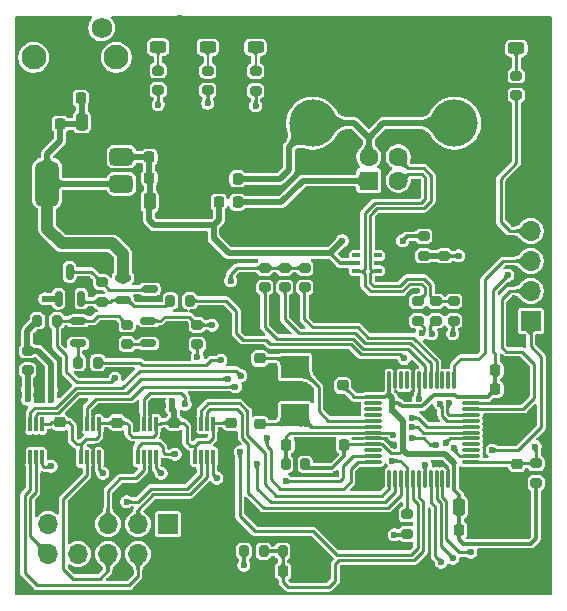
<source format=gbr>
%TF.GenerationSoftware,KiCad,Pcbnew,9.0.4-1.fc42*%
%TF.CreationDate,2025-09-30T21:00:36+03:00*%
%TF.ProjectId,bmp_x6,626d705f-7836-42e6-9b69-6361645f7063,rev?*%
%TF.SameCoordinates,Original*%
%TF.FileFunction,Copper,L1,Top*%
%TF.FilePolarity,Positive*%
%FSLAX46Y46*%
G04 Gerber Fmt 4.6, Leading zero omitted, Abs format (unit mm)*
G04 Created by KiCad (PCBNEW 9.0.4-1.fc42) date 2025-09-30 21:00:36*
%MOMM*%
%LPD*%
G01*
G04 APERTURE LIST*
G04 Aperture macros list*
%AMRoundRect*
0 Rectangle with rounded corners*
0 $1 Rounding radius*
0 $2 $3 $4 $5 $6 $7 $8 $9 X,Y pos of 4 corners*
0 Add a 4 corners polygon primitive as box body*
4,1,4,$2,$3,$4,$5,$6,$7,$8,$9,$2,$3,0*
0 Add four circle primitives for the rounded corners*
1,1,$1+$1,$2,$3*
1,1,$1+$1,$4,$5*
1,1,$1+$1,$6,$7*
1,1,$1+$1,$8,$9*
0 Add four rect primitives between the rounded corners*
20,1,$1+$1,$2,$3,$4,$5,0*
20,1,$1+$1,$4,$5,$6,$7,0*
20,1,$1+$1,$6,$7,$8,$9,0*
20,1,$1+$1,$8,$9,$2,$3,0*%
G04 Aperture macros list end*
%TA.AperFunction,SMDPad,CuDef*%
%ADD10RoundRect,0.225000X-0.225000X-0.250000X0.225000X-0.250000X0.225000X0.250000X-0.225000X0.250000X0*%
%TD*%
%TA.AperFunction,SMDPad,CuDef*%
%ADD11RoundRect,0.225000X0.225000X0.250000X-0.225000X0.250000X-0.225000X-0.250000X0.225000X-0.250000X0*%
%TD*%
%TA.AperFunction,SMDPad,CuDef*%
%ADD12RoundRect,0.200000X-0.275000X0.200000X-0.275000X-0.200000X0.275000X-0.200000X0.275000X0.200000X0*%
%TD*%
%TA.AperFunction,SMDPad,CuDef*%
%ADD13RoundRect,0.200000X0.275000X-0.200000X0.275000X0.200000X-0.275000X0.200000X-0.275000X-0.200000X0*%
%TD*%
%TA.AperFunction,SMDPad,CuDef*%
%ADD14RoundRect,0.087500X-0.087500X0.537500X-0.087500X-0.537500X0.087500X-0.537500X0.087500X0.537500X0*%
%TD*%
%TA.AperFunction,ComponentPad*%
%ADD15R,1.600000X1.600000*%
%TD*%
%TA.AperFunction,ComponentPad*%
%ADD16C,1.600000*%
%TD*%
%TA.AperFunction,ComponentPad*%
%ADD17C,4.000000*%
%TD*%
%TA.AperFunction,SMDPad,CuDef*%
%ADD18RoundRect,0.250000X-0.250000X-0.475000X0.250000X-0.475000X0.250000X0.475000X-0.250000X0.475000X0*%
%TD*%
%TA.AperFunction,SMDPad,CuDef*%
%ADD19RoundRect,0.225000X0.250000X-0.225000X0.250000X0.225000X-0.250000X0.225000X-0.250000X-0.225000X0*%
%TD*%
%TA.AperFunction,SMDPad,CuDef*%
%ADD20RoundRect,0.243750X-0.456250X0.243750X-0.456250X-0.243750X0.456250X-0.243750X0.456250X0.243750X0*%
%TD*%
%TA.AperFunction,ComponentPad*%
%ADD21R,1.700000X1.700000*%
%TD*%
%TA.AperFunction,ComponentPad*%
%ADD22O,1.700000X1.700000*%
%TD*%
%TA.AperFunction,SMDPad,CuDef*%
%ADD23RoundRect,0.218750X0.218750X0.256250X-0.218750X0.256250X-0.218750X-0.256250X0.218750X-0.256250X0*%
%TD*%
%TA.AperFunction,SMDPad,CuDef*%
%ADD24RoundRect,0.225000X-0.250000X0.225000X-0.250000X-0.225000X0.250000X-0.225000X0.250000X0.225000X0*%
%TD*%
%TA.AperFunction,SMDPad,CuDef*%
%ADD25RoundRect,0.150000X-0.512500X-0.150000X0.512500X-0.150000X0.512500X0.150000X-0.512500X0.150000X0*%
%TD*%
%TA.AperFunction,SMDPad,CuDef*%
%ADD26RoundRect,0.200000X-0.200000X-0.275000X0.200000X-0.275000X0.200000X0.275000X-0.200000X0.275000X0*%
%TD*%
%TA.AperFunction,SMDPad,CuDef*%
%ADD27RoundRect,0.375000X0.625000X0.375000X-0.625000X0.375000X-0.625000X-0.375000X0.625000X-0.375000X0*%
%TD*%
%TA.AperFunction,SMDPad,CuDef*%
%ADD28RoundRect,0.500000X0.500000X1.400000X-0.500000X1.400000X-0.500000X-1.400000X0.500000X-1.400000X0*%
%TD*%
%TA.AperFunction,SMDPad,CuDef*%
%ADD29RoundRect,0.100000X0.225000X0.100000X-0.225000X0.100000X-0.225000X-0.100000X0.225000X-0.100000X0*%
%TD*%
%TA.AperFunction,SMDPad,CuDef*%
%ADD30RoundRect,0.200000X0.200000X0.275000X-0.200000X0.275000X-0.200000X-0.275000X0.200000X-0.275000X0*%
%TD*%
%TA.AperFunction,SMDPad,CuDef*%
%ADD31RoundRect,0.075000X-0.662500X-0.075000X0.662500X-0.075000X0.662500X0.075000X-0.662500X0.075000X0*%
%TD*%
%TA.AperFunction,SMDPad,CuDef*%
%ADD32RoundRect,0.075000X-0.075000X-0.662500X0.075000X-0.662500X0.075000X0.662500X-0.075000X0.662500X0*%
%TD*%
%TA.AperFunction,ComponentPad*%
%ADD33C,2.100000*%
%TD*%
%TA.AperFunction,ComponentPad*%
%ADD34C,1.750000*%
%TD*%
%TA.AperFunction,SMDPad,CuDef*%
%ADD35R,2.400000X1.900000*%
%TD*%
%TA.AperFunction,SMDPad,CuDef*%
%ADD36RoundRect,0.150000X0.150000X-0.512500X0.150000X0.512500X-0.150000X0.512500X-0.150000X-0.512500X0*%
%TD*%
%TA.AperFunction,ViaPad*%
%ADD37C,0.600000*%
%TD*%
%TA.AperFunction,Conductor*%
%ADD38C,0.250000*%
%TD*%
%TA.AperFunction,Conductor*%
%ADD39C,0.300000*%
%TD*%
%TA.AperFunction,Conductor*%
%ADD40C,0.500000*%
%TD*%
%TA.AperFunction,Conductor*%
%ADD41C,1.000000*%
%TD*%
%TA.AperFunction,Conductor*%
%ADD42C,0.254000*%
%TD*%
%TA.AperFunction,Conductor*%
%ADD43C,0.200000*%
%TD*%
G04 APERTURE END LIST*
D10*
%TO.P,C10,1*%
%TO.N,+3.3V*%
X68213800Y-51830200D03*
%TO.P,C10,2*%
%TO.N,GND*%
X69763800Y-51830200D03*
%TD*%
D11*
%TO.P,C8,1*%
%TO.N,+3.3V*%
X31359000Y-29402000D03*
%TO.P,C8,2*%
%TO.N,GND*%
X29809000Y-29402000D03*
%TD*%
D12*
%TO.P,R12,1*%
%TO.N,+3.3V*%
X52072400Y-41556400D03*
%TO.P,R12,2*%
%TO.N,/mcu/VER_0*%
X52072400Y-43206400D03*
%TD*%
%TO.P,R4,1*%
%TO.N,GND*%
X63883400Y-38877200D03*
%TO.P,R4,2*%
%TO.N,/mcu/VBUS*%
X63883400Y-40527200D03*
%TD*%
D13*
%TO.P,R15,1*%
%TO.N,/mcu/LED0*%
X39651800Y-26494500D03*
%TO.P,R15,2*%
%TO.N,Net-(D2-A)*%
X39651800Y-24844500D03*
%TD*%
D10*
%TO.P,C15,1*%
%TO.N,/mcu/OWN_NREST*%
X50510000Y-56554600D03*
%TO.P,C15,2*%
%TO.N,GND*%
X52060000Y-56554600D03*
%TD*%
D14*
%TO.P,U6,1,VCCA*%
%TO.N,+3.3V*%
X29814000Y-54796000D03*
%TO.P,U6,2,A1*%
%TO.N,iTDO*%
X29314000Y-54796000D03*
%TO.P,U6,3,A2*%
%TO.N,iRxD*%
X28814000Y-54796000D03*
%TO.P,U6,4,GND*%
%TO.N,GND*%
X28314000Y-54796000D03*
%TO.P,U6,5,DIR*%
X28314000Y-57596000D03*
%TO.P,U6,6,B2*%
%TO.N,/io/xRXD*%
X28814000Y-57596000D03*
%TO.P,U6,7,B1*%
%TO.N,/io/xTDO*%
X29314000Y-57596000D03*
%TO.P,U6,8,VCCB*%
%TO.N,xTPWR*%
X29814000Y-57596000D03*
%TD*%
D13*
%TO.P,R11,1*%
%TO.N,Net-(U1-PB7)*%
X60733800Y-64085200D03*
%TO.P,R11,2*%
%TO.N,iTDO*%
X60733800Y-62435200D03*
%TD*%
D15*
%TO.P,J1,1,VBUS*%
%TO.N,Net-(J1-VBUS)*%
X57490000Y-34157500D03*
D16*
%TO.P,J1,2,D-*%
%TO.N,/mcu/USBX2_DM*%
X59990000Y-34157500D03*
%TO.P,J1,3,D+*%
%TO.N,/mcu/USBX2_DP*%
X59990000Y-32157500D03*
%TO.P,J1,4,GND*%
%TO.N,Net-(J1-GND)*%
X57490000Y-32157500D03*
D17*
%TO.P,J1,5,Shield*%
X52740000Y-29297500D03*
X64740000Y-29297500D03*
%TD*%
D18*
%TO.P,C9,1*%
%TO.N,+3.3V*%
X65143200Y-61812400D03*
%TO.P,C9,2*%
%TO.N,GND*%
X67043200Y-61812400D03*
%TD*%
D14*
%TO.P,U5,1,VCCA*%
%TO.N,+3.3V*%
X44280000Y-54752400D03*
%TO.P,U5,2,A1*%
%TO.N,iTCK*%
X43780000Y-54752400D03*
%TO.P,U5,3,A2*%
%TO.N,iTDI*%
X43280000Y-54752400D03*
%TO.P,U5,4,GND*%
%TO.N,GND*%
X42780000Y-54752400D03*
%TO.P,U5,5,DIR*%
%TO.N,+3.3V*%
X42780000Y-57552400D03*
%TO.P,U5,6,B2*%
%TO.N,/io/xTDI*%
X43280000Y-57552400D03*
%TO.P,U5,7,B1*%
%TO.N,/io/xTCK*%
X43780000Y-57552400D03*
%TO.P,U5,8,VCCB*%
%TO.N,xTPWR*%
X44280000Y-57552400D03*
%TD*%
D19*
%TO.P,C17,1*%
%TO.N,Net-(U1-PD1)*%
X48250000Y-54775000D03*
%TO.P,C17,2*%
%TO.N,GND*%
X48250000Y-53225000D03*
%TD*%
D20*
%TO.P,D1,1,K*%
%TO.N,GND*%
X69979400Y-21085900D03*
%TO.P,D1,2,A*%
%TO.N,Net-(D1-A)*%
X69979400Y-22960900D03*
%TD*%
D19*
%TO.P,C20,1*%
%TO.N,GND*%
X45816000Y-56209000D03*
%TO.P,C20,2*%
%TO.N,+3.3V*%
X45816000Y-54659000D03*
%TD*%
D13*
%TO.P,R16,1*%
%TO.N,/mcu/LED1*%
X43868200Y-26522200D03*
%TO.P,R16,2*%
%TO.N,Net-(D3-A)*%
X43868200Y-24872200D03*
%TD*%
D21*
%TO.P,J3,1,Pin_1*%
%TO.N,/io/xRST*%
X40490000Y-63250000D03*
D22*
%TO.P,J3,2,Pin_2*%
%TO.N,GND*%
X40490000Y-65790000D03*
%TO.P,J3,3,Pin_3*%
%TO.N,/io/xTCK*%
X37950000Y-63250000D03*
%TO.P,J3,4,Pin_4*%
%TO.N,/io/xRXD*%
X37950000Y-65790000D03*
%TO.P,J3,5,Pin_5*%
%TO.N,/io/xTMS*%
X35410000Y-63250000D03*
%TO.P,J3,6,Pin_6*%
%TO.N,/io/xTXD*%
X35410000Y-65790000D03*
%TO.P,J3,7,Pin_7*%
%TO.N,GND*%
X32870000Y-63250000D03*
%TO.P,J3,8,Pin_8*%
%TO.N,/io/xTDI*%
X32870000Y-65790000D03*
%TO.P,J3,9,Pin_9*%
%TO.N,xVCC*%
X30330000Y-63250000D03*
%TO.P,J3,10,Pin_10*%
%TO.N,/io/xTDO*%
X30330000Y-65790000D03*
%TD*%
D23*
%TO.P,FB1,1*%
%TO.N,Net-(J1-GND)*%
X46383000Y-34006000D03*
%TO.P,FB1,2*%
%TO.N,GND*%
X44808000Y-34006000D03*
%TD*%
D19*
%TO.P,C19,1*%
%TO.N,GND*%
X36164000Y-56209000D03*
%TO.P,C19,2*%
%TO.N,+3.3V*%
X36164000Y-54659000D03*
%TD*%
D24*
%TO.P,C16,1*%
%TO.N,Net-(U1-PD0)*%
X48250000Y-49225000D03*
%TO.P,C16,2*%
%TO.N,GND*%
X48250000Y-50775000D03*
%TD*%
D25*
%TO.P,Q3,1,D*%
%TO.N,+3.3V*%
X36680000Y-42400500D03*
%TO.P,Q3,2,G*%
%TO.N,Net-(Q2-G)*%
X36680000Y-44300500D03*
%TO.P,Q3,3,S*%
%TO.N,Net-(Q2-S)*%
X38955000Y-43350500D03*
%TD*%
D13*
%TO.P,R2,1*%
%TO.N,+3.3V*%
X69979400Y-26937800D03*
%TO.P,R2,2*%
%TO.N,Net-(D1-A)*%
X69979400Y-25287800D03*
%TD*%
D14*
%TO.P,U4,1,VCCA*%
%TO.N,+3.3V*%
X34628000Y-54796000D03*
%TO.P,U4,2,A1*%
%TO.N,GND*%
X34128000Y-54796000D03*
%TO.P,U4,3,A2*%
%TO.N,iTxD*%
X33628000Y-54796000D03*
%TO.P,U4,4,GND*%
%TO.N,GND*%
X33128000Y-54796000D03*
%TO.P,U4,5,DIR*%
%TO.N,+3.3V*%
X33128000Y-57596000D03*
%TO.P,U4,6,B2*%
%TO.N,/io/xTXD*%
X33628000Y-57596000D03*
%TO.P,U4,7,B1*%
%TO.N,GND*%
X34128000Y-57596000D03*
%TO.P,U4,8,VCCB*%
%TO.N,xTPWR*%
X34628000Y-57596000D03*
%TD*%
D21*
%TO.P,J2,1,Pin_1*%
%TO.N,/mcu/OWN_NREST*%
X71198600Y-46051800D03*
D22*
%TO.P,J2,2,Pin_2*%
%TO.N,/mcu/OWN_SWDIO*%
X71198600Y-43511800D03*
%TO.P,J2,3,Pin_3*%
%TO.N,/mcu/OWN_SWCLK*%
X71198600Y-40971800D03*
%TO.P,J2,4,Pin_4*%
%TO.N,+3.3V*%
X71198600Y-38431800D03*
%TO.P,J2,5,Pin_5*%
%TO.N,GND*%
X71198600Y-35891800D03*
%TD*%
D26*
%TO.P,R22,1*%
%TO.N,Net-(Q1-G)*%
X32883200Y-49569600D03*
%TO.P,R22,2*%
%TO.N,iRST*%
X34533200Y-49569600D03*
%TD*%
D27*
%TO.P,U3,1,GND*%
%TO.N,GND*%
X36553400Y-36731200D03*
%TO.P,U3,2,VO*%
%TO.N,+3.3V*%
X36553400Y-34431200D03*
D28*
X30253400Y-34431200D03*
D27*
%TO.P,U3,3,VI*%
%TO.N,+5V*%
X36553400Y-32131200D03*
%TD*%
D23*
%TO.P,FB2,1*%
%TO.N,Net-(J1-VBUS)*%
X46383000Y-36006000D03*
%TO.P,FB2,2*%
%TO.N,+5V*%
X44808000Y-36006000D03*
%TD*%
D12*
%TO.P,R13,1*%
%TO.N,+3.3V*%
X50370600Y-41556400D03*
%TO.P,R13,2*%
%TO.N,/mcu/VER_1*%
X50370600Y-43206400D03*
%TD*%
D29*
%TO.P,U8,1*%
%TO.N,/mcu/USBX2_DP*%
X58300000Y-41800000D03*
%TO.P,U8,2*%
%TO.N,GND*%
X58300000Y-41150000D03*
%TO.P,U8,3*%
%TO.N,unconnected-(U8-Pad3)*%
X58300000Y-40500000D03*
%TO.P,U8,4*%
%TO.N,unconnected-(U8-Pad4)*%
X56400000Y-40500000D03*
%TO.P,U8,5*%
%TO.N,+5V*%
X56400000Y-41150000D03*
%TO.P,U8,6*%
%TO.N,/mcu/USBX2_DM*%
X56400000Y-41800000D03*
%TD*%
D10*
%TO.P,C12,1*%
%TO.N,+3.3V*%
X68213800Y-50230000D03*
%TO.P,C12,2*%
%TO.N,GND*%
X69763800Y-50230000D03*
%TD*%
D12*
%TO.P,R19,1*%
%TO.N,Net-(Q2-S)*%
X34871100Y-42754100D03*
%TO.P,R19,2*%
%TO.N,Net-(Q2-G)*%
X34871100Y-44404100D03*
%TD*%
D18*
%TO.P,C3,1*%
%TO.N,+5V*%
X38940900Y-35931200D03*
%TO.P,C3,2*%
%TO.N,GND*%
X40840900Y-35931200D03*
%TD*%
D26*
%TO.P,R21,1*%
%TO.N,xTPWR*%
X29423300Y-46042900D03*
%TO.P,R21,2*%
%TO.N,/io/xRST*%
X31073300Y-46042900D03*
%TD*%
D12*
%TO.P,R14,1*%
%TO.N,+3.3V*%
X48668800Y-41556400D03*
%TO.P,R14,2*%
%TO.N,/mcu/VER_2*%
X48668800Y-43206400D03*
%TD*%
D20*
%TO.P,D2,1,K*%
%TO.N,GND*%
X39651800Y-20982000D03*
%TO.P,D2,2,A*%
%TO.N,Net-(D2-A)*%
X39651800Y-22857000D03*
%TD*%
D13*
%TO.P,R17,1*%
%TO.N,/mcu/LED2*%
X47902600Y-26560100D03*
%TO.P,R17,2*%
%TO.N,Net-(D4-A)*%
X47902600Y-24910100D03*
%TD*%
D19*
%TO.P,C21,1*%
%TO.N,GND*%
X40978000Y-56209000D03*
%TO.P,C21,2*%
%TO.N,+3.3V*%
X40978000Y-54659000D03*
%TD*%
D13*
%TO.P,R6,1*%
%TO.N,/mcu/USBX1_DM*%
X61622800Y-46025800D03*
%TO.P,R6,2*%
%TO.N,/mcu/USBX2_DM*%
X61622800Y-44375800D03*
%TD*%
%TO.P,R3,1*%
%TO.N,/mcu/VBUS*%
X62133400Y-40527200D03*
%TO.P,R3,2*%
%TO.N,+5V*%
X62133400Y-38877200D03*
%TD*%
D10*
%TO.P,C13,1*%
%TO.N,+3.3V*%
X65140400Y-63742800D03*
%TO.P,C13,2*%
%TO.N,GND*%
X66690400Y-63742800D03*
%TD*%
D20*
%TO.P,D4,1,K*%
%TO.N,GND*%
X47902600Y-21009700D03*
%TO.P,D4,2,A*%
%TO.N,Net-(D4-A)*%
X47902600Y-22884700D03*
%TD*%
D13*
%TO.P,R24,1*%
%TO.N,+3.3V*%
X42973700Y-48036300D03*
%TO.P,R24,2*%
%TO.N,iRST_SENSE*%
X42973700Y-46386300D03*
%TD*%
D10*
%TO.P,C7,1*%
%TO.N,+3.3V*%
X33111000Y-27181200D03*
%TO.P,C7,2*%
%TO.N,GND*%
X34661000Y-27181200D03*
%TD*%
D30*
%TO.P,R9,1*%
%TO.N,/mcu/T_PWR_SENSE*%
X48579400Y-65546200D03*
%TO.P,R9,2*%
%TO.N,xVCC*%
X46929400Y-65546200D03*
%TD*%
D12*
%TO.P,R18,1*%
%TO.N,xTPWR*%
X28602800Y-48566800D03*
%TO.P,R18,2*%
%TO.N,xVCC*%
X28602800Y-50216800D03*
%TD*%
D11*
%TO.P,C11,1*%
%TO.N,+3.3V*%
X55387400Y-56529200D03*
%TO.P,C11,2*%
%TO.N,GND*%
X53837400Y-56529200D03*
%TD*%
D13*
%TO.P,R1,1*%
%TO.N,+3.3V*%
X71655800Y-59767200D03*
%TO.P,R1,2*%
%TO.N,/mcu/iBTN*%
X71655800Y-58117200D03*
%TD*%
D26*
%TO.P,R20,1*%
%TO.N,Net-(Q2-G)*%
X40700900Y-44341100D03*
%TO.P,R20,2*%
%TO.N,PWR_BR*%
X42350900Y-44341100D03*
%TD*%
D13*
%TO.P,R5,1*%
%TO.N,/mcu/USBX1_DP*%
X63146800Y-46025800D03*
%TO.P,R5,2*%
%TO.N,/mcu/USBX2_DP*%
X63146800Y-44375800D03*
%TD*%
D24*
%TO.P,C1,1*%
%TO.N,/mcu/iBTN*%
X70030200Y-58154200D03*
%TO.P,C1,2*%
%TO.N,GND*%
X70030200Y-59704200D03*
%TD*%
D13*
%TO.P,R23,1*%
%TO.N,Net-(Q4-G)*%
X37030100Y-48010900D03*
%TO.P,R23,2*%
%TO.N,/io/xRST*%
X37030100Y-46360900D03*
%TD*%
D10*
%TO.P,C5,1*%
%TO.N,+5V*%
X38903400Y-32181200D03*
%TO.P,C5,2*%
%TO.N,GND*%
X40453400Y-32181200D03*
%TD*%
D20*
%TO.P,D3,1,K*%
%TO.N,GND*%
X43868200Y-21009700D03*
%TO.P,D3,2,A*%
%TO.N,Net-(D3-A)*%
X43868200Y-22884700D03*
%TD*%
D25*
%TO.P,Q1,1,D*%
%TO.N,/io/xRST*%
X32870000Y-46044000D03*
%TO.P,Q1,2,G*%
%TO.N,Net-(Q1-G)*%
X32870000Y-47944000D03*
%TO.P,Q1,3,S*%
%TO.N,GND*%
X35145000Y-46994000D03*
%TD*%
D14*
%TO.P,U7,1,VCCA*%
%TO.N,+3.3V*%
X39442000Y-54767600D03*
%TO.P,U7,2,A1*%
%TO.N,GND*%
X38942000Y-54767600D03*
%TO.P,U7,3,A2*%
%TO.N,iTMS*%
X38442000Y-54767600D03*
%TO.P,U7,4,GND*%
%TO.N,GND*%
X37942000Y-54767600D03*
%TO.P,U7,5,DIR*%
%TO.N,iTMS_DIR*%
X37942000Y-57567600D03*
%TO.P,U7,6,B2*%
%TO.N,/io/xTMS*%
X38442000Y-57567600D03*
%TO.P,U7,7,B1*%
%TO.N,GND*%
X38942000Y-57567600D03*
%TO.P,U7,8,VCCB*%
%TO.N,xTPWR*%
X39442000Y-57567600D03*
%TD*%
D19*
%TO.P,C2,1*%
%TO.N,GND*%
X31338000Y-56196000D03*
%TO.P,C2,2*%
%TO.N,+3.3V*%
X31338000Y-54646000D03*
%TD*%
D25*
%TO.P,Q4,1,D*%
%TO.N,iRST_SENSE*%
X38839000Y-46044000D03*
%TO.P,Q4,2,G*%
%TO.N,Net-(Q4-G)*%
X38839000Y-47944000D03*
%TO.P,Q4,3,S*%
%TO.N,GND*%
X41114000Y-46994000D03*
%TD*%
D10*
%TO.P,C18,1*%
%TO.N,/mcu/T_PWR_SENSE*%
X50230600Y-67222600D03*
%TO.P,C18,2*%
%TO.N,GND*%
X51780600Y-67222600D03*
%TD*%
D30*
%TO.P,R7,1*%
%TO.N,+3.3V*%
X52110000Y-58180200D03*
%TO.P,R7,2*%
%TO.N,/mcu/OWN_NREST*%
X50460000Y-58180200D03*
%TD*%
D31*
%TO.P,U1,1,VBAT*%
%TO.N,+3.3V*%
X57812500Y-52500000D03*
%TO.P,U1,2,PC13*%
%TO.N,unconnected-(U1-PC13-Pad2)*%
X57812500Y-53000000D03*
%TO.P,U1,3,PC14*%
%TO.N,unconnected-(U1-PC14-Pad3)*%
X57812500Y-53500000D03*
%TO.P,U1,4,PC15*%
%TO.N,unconnected-(U1-PC15-Pad4)*%
X57812500Y-54000000D03*
%TO.P,U1,5,PD0*%
%TO.N,Net-(U1-PD0)*%
X57812500Y-54500000D03*
%TO.P,U1,6,PD1*%
%TO.N,Net-(U1-PD1)*%
X57812500Y-55000000D03*
%TO.P,U1,7,NRST*%
%TO.N,/mcu/OWN_NREST*%
X57812500Y-55500000D03*
%TO.P,U1,8,VSSA*%
%TO.N,GND*%
X57812500Y-56000000D03*
%TO.P,U1,9,VDDA*%
%TO.N,+3.3V*%
X57812500Y-56500000D03*
%TO.P,U1,10,PA0*%
%TO.N,unconnected-(U1-PA0-Pad10)*%
X57812500Y-57000000D03*
%TO.P,U1,11,PA1*%
%TO.N,iTMS_DIR*%
X57812500Y-57500000D03*
%TO.P,U1,12,PA2*%
%TO.N,iRST*%
X57812500Y-58000000D03*
D32*
%TO.P,U1,13,PA3*%
%TO.N,iTDI*%
X59225000Y-59412500D03*
%TO.P,U1,14,PA4*%
%TO.N,iTMS*%
X59725000Y-59412500D03*
%TO.P,U1,15,PA5*%
%TO.N,iTCK*%
X60225000Y-59412500D03*
%TO.P,U1,16,PA6*%
%TO.N,iTDO*%
X60725000Y-59412500D03*
%TO.P,U1,17,PA7*%
%TO.N,iRST_SENSE*%
X61225000Y-59412500D03*
%TO.P,U1,18,PB0*%
%TO.N,/mcu/T_PWR_SENSE*%
X61725000Y-59412500D03*
%TO.P,U1,19,PB1*%
%TO.N,PWR_BR*%
X62225000Y-59412500D03*
%TO.P,U1,20,PB2*%
%TO.N,/mcu/LED0*%
X62725000Y-59412500D03*
%TO.P,U1,21,PB10*%
%TO.N,/mcu/LED1*%
X63225000Y-59412500D03*
%TO.P,U1,22,PB11*%
%TO.N,/mcu/LED2*%
X63725000Y-59412500D03*
%TO.P,U1,23,VSS*%
%TO.N,GND*%
X64225000Y-59412500D03*
%TO.P,U1,24,VDD*%
%TO.N,+3.3V*%
X64725000Y-59412500D03*
D31*
%TO.P,U1,25,PB12*%
%TO.N,/mcu/iBTN*%
X66137500Y-58000000D03*
%TO.P,U1,26,PB13*%
%TO.N,/mcu/VBUS*%
X66137500Y-57500000D03*
%TO.P,U1,27,PB14*%
%TO.N,unconnected-(U1-PB14-Pad27)*%
X66137500Y-57000000D03*
%TO.P,U1,28,PB15*%
%TO.N,unconnected-(U1-PB15-Pad28)*%
X66137500Y-56500000D03*
%TO.P,U1,29,PA8*%
%TO.N,/mcu/USBX1_H*%
X66137500Y-56000000D03*
%TO.P,U1,30,PA9*%
%TO.N,iTxD*%
X66137500Y-55500000D03*
%TO.P,U1,31,PA10*%
%TO.N,iRxD*%
X66137500Y-55000000D03*
%TO.P,U1,32,PA11*%
%TO.N,/mcu/USBX1_DM*%
X66137500Y-54500000D03*
%TO.P,U1,33,PA12*%
%TO.N,/mcu/USBX1_DP*%
X66137500Y-54000000D03*
%TO.P,U1,34,PA13*%
%TO.N,/mcu/OWN_SWDIO*%
X66137500Y-53500000D03*
%TO.P,U1,35,VSS*%
%TO.N,GND*%
X66137500Y-53000000D03*
%TO.P,U1,36,VDD*%
%TO.N,+3.3V*%
X66137500Y-52500000D03*
D32*
%TO.P,U1,37,PA14*%
%TO.N,/mcu/OWN_SWCLK*%
X64725000Y-51087500D03*
%TO.P,U1,38,PA15*%
%TO.N,unconnected-(U1-PA15-Pad38)*%
X64225000Y-51087500D03*
%TO.P,U1,39,PB3*%
%TO.N,unconnected-(U1-PB3-Pad39)*%
X63725000Y-51087500D03*
%TO.P,U1,40,PB4*%
%TO.N,/mcu/VER_0*%
X63225000Y-51087500D03*
%TO.P,U1,41,PB5*%
%TO.N,/mcu/VER_1*%
X62725000Y-51087500D03*
%TO.P,U1,42,PB6*%
%TO.N,/mcu/VER_2*%
X62225000Y-51087500D03*
%TO.P,U1,43,PB7*%
%TO.N,Net-(U1-PB7)*%
X61725000Y-51087500D03*
%TO.P,U1,44,BOOT0*%
%TO.N,GND*%
X61225000Y-51087500D03*
%TO.P,U1,45,PB8*%
%TO.N,unconnected-(U1-PB8-Pad45)*%
X60725000Y-51087500D03*
%TO.P,U1,46,PB9*%
%TO.N,unconnected-(U1-PB9-Pad46)*%
X60225000Y-51087500D03*
%TO.P,U1,47,VSS*%
%TO.N,GND*%
X59725000Y-51087500D03*
%TO.P,U1,48,VDD*%
%TO.N,+3.3V*%
X59225000Y-51087500D03*
%TD*%
D33*
%TO.P,SW1,*%
%TO.N,*%
X29116400Y-23740000D03*
X36126400Y-23740000D03*
D34*
%TO.P,SW1,1,1*%
%TO.N,GND*%
X30366400Y-21250000D03*
%TO.P,SW1,2,2*%
%TO.N,/mcu/iBTN*%
X34866400Y-21250000D03*
%TD*%
D35*
%TO.P,Y1,1,1*%
%TO.N,Net-(U1-PD1)*%
X51250000Y-54050000D03*
%TO.P,Y1,2,2*%
%TO.N,Net-(U1-PD0)*%
X51250000Y-49950000D03*
%TD*%
D36*
%TO.P,Q2,1,D*%
%TO.N,xVCC*%
X31228700Y-44157800D03*
%TO.P,Q2,2,G*%
%TO.N,Net-(Q2-G)*%
X33128700Y-44157800D03*
%TO.P,Q2,3,S*%
%TO.N,Net-(Q2-S)*%
X32178700Y-41882800D03*
%TD*%
D30*
%TO.P,R10,1*%
%TO.N,GND*%
X51842800Y-65548800D03*
%TO.P,R10,2*%
%TO.N,/mcu/T_PWR_SENSE*%
X50192800Y-65548800D03*
%TD*%
D19*
%TO.P,C14,1*%
%TO.N,+3.3V*%
X55272800Y-51513000D03*
%TO.P,C14,2*%
%TO.N,GND*%
X55272800Y-49963000D03*
%TD*%
D18*
%TO.P,C6,1*%
%TO.N,+3.3V*%
X33190000Y-29181200D03*
%TO.P,C6,2*%
%TO.N,GND*%
X35090000Y-29181200D03*
%TD*%
D10*
%TO.P,C4,1*%
%TO.N,+5V*%
X38903400Y-33931200D03*
%TO.P,C4,2*%
%TO.N,GND*%
X40453400Y-33931200D03*
%TD*%
D13*
%TO.P,R8,1*%
%TO.N,/mcu/USBX1_H*%
X64670800Y-46025800D03*
%TO.P,R8,2*%
%TO.N,/mcu/USBX2_DP*%
X64670800Y-44375800D03*
%TD*%
D37*
%TO.N,GND*%
X28679000Y-39130200D03*
X53799600Y-49163200D03*
X41531400Y-47994800D03*
X57355600Y-50611000D03*
X31981000Y-46953400D03*
X44554000Y-32348400D03*
X45519200Y-27319200D03*
X35613200Y-57977000D03*
X32819200Y-53252600D03*
X28450400Y-29427400D03*
X36832400Y-50357000D03*
X70893800Y-63742800D03*
X39423200Y-53100200D03*
X31523800Y-51474600D03*
X34927400Y-41086000D03*
X47576600Y-42483000D03*
X33733600Y-23737800D03*
X63832600Y-41721000D03*
X68480800Y-39536600D03*
X59438400Y-68187800D03*
X28704400Y-42076600D03*
X66220200Y-43676800D03*
X31523800Y-23737800D03*
X32844600Y-36260000D03*
X31854000Y-57469000D03*
X70817600Y-51830200D03*
X71401800Y-53862200D03*
X70792200Y-50255400D03*
X49608600Y-45886600D03*
X39220000Y-67222600D03*
X59565400Y-56529200D03*
X37213400Y-56529200D03*
X54739400Y-59043800D03*
X55933200Y-30672000D03*
X54561600Y-62853800D03*
X52936000Y-45404000D03*
X41506000Y-20435800D03*
X42928400Y-52516000D03*
X55780800Y-45327800D03*
X72417800Y-55919600D03*
X65636000Y-47283600D03*
X48237000Y-68467200D03*
X60632200Y-41187600D03*
X29745800Y-51550800D03*
X35130600Y-48096400D03*
X70284200Y-55106800D03*
X63121400Y-54268600D03*
X37086400Y-53430400D03*
X67718800Y-56021200D03*
X65077200Y-38571400D03*
X60683000Y-52516000D03*
X33632000Y-42737000D03*
X64518400Y-22086800D03*
X70182600Y-42254400D03*
X34673400Y-26074600D03*
X44071400Y-61660000D03*
X41912400Y-37072800D03*
X29949000Y-47461400D03*
X59250000Y-37750000D03*
X53393200Y-57494400D03*
X58574800Y-62828400D03*
X63273800Y-58129400D03*
X38067523Y-39081964D03*
X53672600Y-42737000D03*
X48338600Y-35015400D03*
X35054400Y-53354200D03*
X44350800Y-65470000D03*
X38610400Y-29249600D03*
X41582200Y-27319200D03*
X49811800Y-62828400D03*
X71122400Y-31713400D03*
X31015800Y-59856600D03*
X70411200Y-47740800D03*
X47525800Y-38190400D03*
X55577600Y-53405000D03*
X67058400Y-61837800D03*
X29745800Y-50026800D03*
X41861600Y-34736000D03*
X51234200Y-45327800D03*
X45773200Y-20461200D03*
X47551200Y-45886600D03*
X52529600Y-38165000D03*
X34495600Y-60263000D03*
X66169400Y-59374000D03*
X33886000Y-45175400D03*
X53037600Y-67197200D03*
X57685800Y-59526400D03*
X70893800Y-61126600D03*
X53088400Y-65520800D03*
X38331000Y-59882000D03*
X52301000Y-22112200D03*
X72265400Y-21045400D03*
X63934200Y-48579000D03*
X29720400Y-56173600D03*
X61419600Y-30646600D03*
X71376400Y-66409800D03*
X46992400Y-52389000D03*
X72036800Y-27471600D03*
%TO.N,/mcu/iBTN*%
X71579600Y-56681600D03*
%TO.N,+3.3V*%
X69268200Y-42178200D03*
X42979200Y-49112400D03*
X59438400Y-53608200D03*
X36705400Y-40908200D03*
X59438400Y-52973200D03*
X45798600Y-42660800D03*
X36705400Y-41543200D03*
X40820200Y-53506600D03*
X40820200Y-52846200D03*
%TO.N,+5V*%
X60350000Y-39250000D03*
X55250000Y-39250000D03*
%TO.N,/mcu/OWN_NREST*%
X59565400Y-55716400D03*
X63197600Y-56529200D03*
X67947400Y-56986400D03*
X61191000Y-55970400D03*
%TO.N,/io/xRST*%
X35994200Y-50890400D03*
%TO.N,/io/xTDI*%
X36984800Y-61355200D03*
%TO.N,iRST_SENSE*%
X44223800Y-46394600D03*
X46611400Y-57138800D03*
%TO.N,/mcu/VBUS*%
X64747000Y-56834000D03*
X65102600Y-40527200D03*
%TO.N,/mcu/USBX1_DP*%
X62816600Y-47131200D03*
X64315200Y-53024000D03*
%TO.N,/mcu/USBX1_DM*%
X63502400Y-53049400D03*
X61978400Y-47105800D03*
%TO.N,/mcu/USBX1_H*%
X64620000Y-47131200D03*
X64010400Y-56376800D03*
%TO.N,xVCC*%
X28602800Y-52693800D03*
X46916200Y-66740000D03*
X28602800Y-51881000D03*
X30050600Y-44184800D03*
%TO.N,Net-(U1-PB7)*%
X61725000Y-52617000D03*
X59641600Y-64149200D03*
%TO.N,iTDO*%
X59489200Y-57875400D03*
X45544600Y-50966600D03*
%TO.N,/mcu/LED0*%
X39651800Y-27725600D03*
X63629400Y-66460600D03*
%TO.N,/mcu/LED1*%
X64620000Y-66130400D03*
X43842800Y-27624000D03*
%TO.N,/mcu/LED2*%
X66144000Y-65622400D03*
X47902600Y-27823000D03*
%TO.N,xTPWR*%
X44630200Y-59348600D03*
X39905800Y-58942200D03*
X30609400Y-52719200D03*
X34978200Y-58942200D03*
X30609400Y-51881000D03*
X30609400Y-58358000D03*
%TO.N,PWR_BR*%
X60492500Y-49226700D03*
X62257800Y-58205600D03*
%TO.N,iRST*%
X48846600Y-55995800D03*
X44960400Y-49391800D03*
%TO.N,iTMS*%
X41937800Y-53100200D03*
X48033800Y-58154800D03*
%TO.N,iRxD*%
X46649500Y-50674500D03*
X61191000Y-54243200D03*
%TO.N,iTMS_DIR*%
X41099600Y-57316600D03*
X50472200Y-59628000D03*
%TO.N,iTxD*%
X46205000Y-51619800D03*
X61114800Y-55056000D03*
%TD*%
D38*
%TO.N,GND*%
X38942000Y-59271000D02*
X38331000Y-59882000D01*
X58909200Y-56000000D02*
X59438400Y-56529200D01*
X34128000Y-53798000D02*
X34571800Y-53354200D01*
X59946400Y-49874400D02*
X59717800Y-50103000D01*
X34571800Y-53354200D02*
X35054400Y-53354200D01*
X69368400Y-53000000D02*
X69763800Y-52604600D01*
X69763800Y-52604600D02*
X69763800Y-51830200D01*
D39*
X34394000Y-56580000D02*
X35793000Y-56580000D01*
D38*
X57355600Y-50001400D02*
X57355600Y-50611000D01*
X34128000Y-54796000D02*
X34128000Y-53798000D01*
X60886200Y-49874400D02*
X59946400Y-49874400D01*
X33128000Y-54018600D02*
X33128000Y-54796000D01*
X64225000Y-58607236D02*
X63747164Y-58129400D01*
X57812500Y-56000000D02*
X58909200Y-56000000D01*
X61225000Y-51087500D02*
X61225000Y-50213200D01*
X33124000Y-54014600D02*
X33128000Y-54018600D01*
X59717800Y-50103000D02*
X59725000Y-50110200D01*
X59717800Y-50103000D02*
X59235200Y-49620400D01*
X66137500Y-53000000D02*
X69368400Y-53000000D01*
X37569000Y-53430400D02*
X37942000Y-53803400D01*
D39*
X35793000Y-56580000D02*
X36164000Y-56209000D01*
D38*
X38942000Y-53581400D02*
X38942000Y-54767600D01*
X38942000Y-57567600D02*
X38942000Y-59271000D01*
X34128000Y-57596000D02*
X34128000Y-56846000D01*
X61225000Y-51974000D02*
X61225000Y-51087500D01*
X59235200Y-49620400D02*
X57736600Y-49620400D01*
X61225000Y-50213200D02*
X60886200Y-49874400D01*
X33124000Y-53557400D02*
X33124000Y-54014600D01*
X60683000Y-52516000D02*
X61225000Y-51974000D01*
X57736600Y-49620400D02*
X57355600Y-50001400D01*
X37086400Y-53430400D02*
X37569000Y-53430400D01*
X59725000Y-50110200D02*
X59725000Y-51087500D01*
D39*
X34128000Y-56846000D02*
X34394000Y-56580000D01*
D38*
X34128000Y-59895400D02*
X34128000Y-57596000D01*
X37942000Y-53803400D02*
X37942000Y-54767600D01*
X64225000Y-59412500D02*
X64225000Y-58607236D01*
X34495600Y-60263000D02*
X34128000Y-59895400D01*
X63747164Y-58129400D02*
X63273800Y-58129400D01*
X39423200Y-53100200D02*
X38942000Y-53581400D01*
X59438400Y-56529200D02*
X59565400Y-56529200D01*
X32819200Y-53252600D02*
X33124000Y-53557400D01*
X37010200Y-53354200D02*
X37086400Y-53430400D01*
X35054400Y-53354200D02*
X37010200Y-53354200D01*
%TO.N,/mcu/iBTN*%
X71655800Y-56757800D02*
X71655800Y-58104200D01*
X70359600Y-58104200D02*
X70309000Y-58154800D01*
X70154200Y-58000000D02*
X66137500Y-58000000D01*
X71579600Y-56681600D02*
X71655800Y-56757800D01*
X71655800Y-58104200D02*
X70359600Y-58104200D01*
X70309000Y-58154800D02*
X70154200Y-58000000D01*
D40*
%TO.N,+3.3V*%
X32969200Y-29402000D02*
X33190000Y-29181200D01*
X40820200Y-53506600D02*
X40978000Y-53664400D01*
D39*
X59997200Y-52973200D02*
X60302000Y-53278000D01*
X64985000Y-52500000D02*
X66137500Y-52500000D01*
D38*
X36164000Y-54659000D02*
X34765000Y-54659000D01*
D39*
X58870200Y-52500000D02*
X59225000Y-52145200D01*
D38*
X42365600Y-56626800D02*
X42064800Y-56326000D01*
D39*
X64725000Y-59412500D02*
X64725000Y-60393400D01*
D38*
X32387400Y-54929000D02*
X32387400Y-56122800D01*
X42780000Y-56626800D02*
X42780000Y-57552400D01*
X37454700Y-55843400D02*
X37162600Y-55551300D01*
X44274600Y-55970400D02*
X43944400Y-56300600D01*
X57812500Y-52500000D02*
X56259800Y-52500000D01*
X59225000Y-52145200D02*
X59225000Y-52353400D01*
X33555800Y-56072000D02*
X34368600Y-56072000D01*
D39*
X65143200Y-63740000D02*
X65140400Y-63742800D01*
D38*
X32387400Y-56122800D02*
X32764400Y-56499800D01*
X44280000Y-55863400D02*
X44274600Y-55868800D01*
D40*
X59448400Y-53618200D02*
X60352800Y-54522600D01*
D38*
X48668800Y-41556400D02*
X46344200Y-41556400D01*
X45816000Y-54659000D02*
X44373400Y-54659000D01*
X69433400Y-38431800D02*
X71198600Y-38431800D01*
D39*
X65140400Y-63742800D02*
X65140400Y-64542600D01*
D38*
X39442000Y-54767600D02*
X39442000Y-55621400D01*
X69979400Y-26937800D02*
X69979400Y-32704000D01*
D40*
X30253400Y-34431200D02*
X36553400Y-34431200D01*
X60352800Y-56961000D02*
X60708400Y-57316600D01*
X31359000Y-29402000D02*
X32969200Y-29402000D01*
D41*
X30253400Y-38240800D02*
X31498400Y-39485800D01*
D39*
X66137500Y-52500000D02*
X67544000Y-52500000D01*
D38*
X39442000Y-55621400D02*
X39220000Y-55843400D01*
D39*
X62003800Y-53278000D02*
X62994400Y-52287400D01*
D38*
X60073400Y-57240400D02*
X60352800Y-56961000D01*
D39*
X65143200Y-61812400D02*
X65143200Y-63740000D01*
D38*
X42064800Y-54979800D02*
X41744000Y-54659000D01*
X34628000Y-55812600D02*
X34628000Y-54796000D01*
X29814000Y-54796000D02*
X30488400Y-54796000D01*
D39*
X64725000Y-60393400D02*
X65143200Y-60811600D01*
X67544000Y-52500000D02*
X68213800Y-51830200D01*
X71655800Y-64454000D02*
X71655800Y-59767200D01*
D40*
X40820200Y-53506600D02*
X40820200Y-52846200D01*
X59448400Y-52576800D02*
X59448400Y-53618200D01*
X30253400Y-31891600D02*
X31346000Y-30799000D01*
D39*
X71198600Y-64911200D02*
X71655800Y-64454000D01*
D38*
X45798600Y-42102000D02*
X45798600Y-42660800D01*
X33128000Y-56499800D02*
X33555800Y-56072000D01*
X57812500Y-56500000D02*
X58621800Y-56500000D01*
X56259800Y-52500000D02*
X55272800Y-51513000D01*
X32104400Y-54646000D02*
X32387400Y-54929000D01*
D40*
X40978000Y-53664400D02*
X40978000Y-54659000D01*
D38*
X37162600Y-55551300D02*
X37162600Y-54878200D01*
X41744000Y-54659000D02*
X40978000Y-54659000D01*
D39*
X62994400Y-52287400D02*
X64772400Y-52287400D01*
X52414800Y-58485000D02*
X52110000Y-58180200D01*
D38*
X31338000Y-54646000D02*
X32104400Y-54646000D01*
X30488400Y-54796000D02*
X30638400Y-54646000D01*
D39*
X64772400Y-52287400D02*
X64985000Y-52500000D01*
X60302000Y-56910200D02*
X60352800Y-56961000D01*
D38*
X58621800Y-56500000D02*
X59362200Y-57240400D01*
D39*
X54383800Y-58485000D02*
X52414800Y-58485000D01*
D38*
X68658600Y-34024800D02*
X68658600Y-37657000D01*
X42973700Y-49106900D02*
X42979200Y-49112400D01*
D39*
X65509000Y-64911200D02*
X71198600Y-64911200D01*
D38*
X33128000Y-57596000D02*
X33128000Y-56499800D01*
X37162600Y-54878200D02*
X36943400Y-54659000D01*
X40978000Y-54659000D02*
X39921800Y-54659000D01*
X46344200Y-41556400D02*
X45798600Y-42102000D01*
D40*
X59225000Y-52353400D02*
X59448400Y-52576800D01*
D38*
X42973700Y-48036300D02*
X42973700Y-49106900D01*
X59362200Y-57240400D02*
X60073400Y-57240400D01*
X68658600Y-37657000D02*
X69433400Y-38431800D01*
X44373400Y-54659000D02*
X44280000Y-54752400D01*
X39813200Y-54767600D02*
X39442000Y-54767600D01*
X68023600Y-48629800D02*
X68023600Y-43422800D01*
X43944400Y-56300600D02*
X43106200Y-56300600D01*
X50370600Y-41556400D02*
X48668800Y-41556400D01*
D39*
X65143200Y-60811600D02*
X65143200Y-61812400D01*
D41*
X31498400Y-39485800D02*
X35791000Y-39485800D01*
D38*
X55416600Y-56500000D02*
X55387400Y-56529200D01*
D40*
X31346000Y-29415000D02*
X31359000Y-29402000D01*
D38*
X32764400Y-56499800D02*
X33128000Y-56499800D01*
X43106200Y-56300600D02*
X42780000Y-56626800D01*
D41*
X36680000Y-40374800D02*
X36680000Y-42400500D01*
D39*
X59438400Y-52973200D02*
X59997200Y-52973200D01*
X64725000Y-58082000D02*
X64725000Y-59412500D01*
X55387400Y-57481400D02*
X54383800Y-58485000D01*
D41*
X30253400Y-34431200D02*
X30253400Y-38240800D01*
D40*
X60708400Y-57316600D02*
X63959600Y-57316600D01*
D38*
X44280000Y-54752400D02*
X44280000Y-55863400D01*
X68023600Y-43422800D02*
X69268200Y-42178200D01*
X42064800Y-56326000D02*
X42064800Y-54979800D01*
D41*
X35791000Y-39485800D02*
X36680000Y-40374800D01*
D39*
X68213800Y-51830200D02*
X68213800Y-50230000D01*
X59225000Y-52145200D02*
X59225000Y-51087500D01*
D38*
X34765000Y-54659000D02*
X34628000Y-54796000D01*
X44274600Y-55868800D02*
X44274600Y-55970400D01*
D40*
X33190000Y-29181200D02*
X33190000Y-27260200D01*
X60352800Y-54522600D02*
X60352800Y-56961000D01*
X30253400Y-34431200D02*
X30253400Y-31891600D01*
D38*
X42780000Y-56626800D02*
X42365600Y-56626800D01*
X52072400Y-41556400D02*
X50370600Y-41556400D01*
D40*
X31346000Y-30799000D02*
X31346000Y-29415000D01*
D38*
X68213800Y-48820000D02*
X68023600Y-48629800D01*
D40*
X63959600Y-57316600D02*
X64725000Y-58082000D01*
D38*
X34368600Y-56072000D02*
X34628000Y-55812600D01*
X57812500Y-56500000D02*
X55416600Y-56500000D01*
X69979400Y-32704000D02*
X68658600Y-34024800D01*
D39*
X55387400Y-56529200D02*
X55387400Y-57481400D01*
D38*
X36943400Y-54659000D02*
X36164000Y-54659000D01*
D39*
X60302000Y-53278000D02*
X62003800Y-53278000D01*
X65140400Y-64542600D02*
X65509000Y-64911200D01*
X58870200Y-52500000D02*
X57812500Y-52500000D01*
D38*
X39921800Y-54659000D02*
X39813200Y-54767600D01*
X30638400Y-54646000D02*
X31338000Y-54646000D01*
X68213800Y-50230000D02*
X68213800Y-48820000D01*
D40*
X33190000Y-27260200D02*
X33111000Y-27181200D01*
D38*
X39220000Y-55843400D02*
X37454700Y-55843400D01*
D39*
%TO.N,+5V*%
X60722800Y-38877200D02*
X60350000Y-39250000D01*
D40*
X44808000Y-36006000D02*
X44808000Y-37479200D01*
X36603400Y-32181200D02*
X36553400Y-32131200D01*
X38940900Y-35931200D02*
X38940900Y-33968700D01*
X45620800Y-40298600D02*
X44350800Y-39028600D01*
X38889800Y-37479200D02*
X38889800Y-35982300D01*
X54201400Y-40298600D02*
X45620800Y-40298600D01*
D39*
X56400000Y-41150000D02*
X55052800Y-41150000D01*
D40*
X44350800Y-39028600D02*
X44350800Y-37936400D01*
D39*
X55052800Y-41150000D02*
X54201400Y-40298600D01*
D40*
X44808000Y-37479200D02*
X44350800Y-37936400D01*
D39*
X62133400Y-38877200D02*
X60722800Y-38877200D01*
D40*
X38903400Y-33931200D02*
X38903400Y-32181200D01*
X55250000Y-39250000D02*
X54201400Y-40298600D01*
X39347000Y-37936400D02*
X38889800Y-37479200D01*
X38889800Y-35982300D02*
X38940900Y-35931200D01*
X38903400Y-32181200D02*
X36603400Y-32181200D01*
X38940900Y-33968700D02*
X38903400Y-33931200D01*
X44350800Y-37936400D02*
X39347000Y-37936400D01*
D38*
%TO.N,/mcu/OWN_NREST*%
X72087600Y-49061600D02*
X71198600Y-48172600D01*
X50510000Y-55831000D02*
X50510000Y-56554600D01*
X72087600Y-55030600D02*
X72087600Y-49061600D01*
X63197600Y-56529200D02*
X62715000Y-56529200D01*
X62156200Y-55970400D02*
X61191000Y-55970400D01*
X67947400Y-56986400D02*
X70131800Y-56986400D01*
X71198600Y-48172600D02*
X71198600Y-46051800D01*
X62715000Y-56529200D02*
X62156200Y-55970400D01*
X59565400Y-55716400D02*
X59349000Y-55500000D01*
X59349000Y-55500000D02*
X57812500Y-55500000D01*
X50841000Y-55500000D02*
X50510000Y-55831000D01*
X57812500Y-55500000D02*
X50841000Y-55500000D01*
X70131800Y-56986400D02*
X72087600Y-55030600D01*
D39*
X50510000Y-56554600D02*
X50510000Y-58130200D01*
X50510000Y-58130200D02*
X50460000Y-58180200D01*
D38*
%TO.N,Net-(U1-PD0)*%
X50525000Y-49225000D02*
X48250000Y-49225000D01*
X53240800Y-53684400D02*
X53240800Y-51627000D01*
X54056400Y-54500000D02*
X53240800Y-53684400D01*
X53240800Y-51627000D02*
X51563800Y-49950000D01*
X51250000Y-49950000D02*
X50525000Y-49225000D01*
X57812500Y-54500000D02*
X54056400Y-54500000D01*
X51563800Y-49950000D02*
X51250000Y-49950000D01*
%TO.N,Net-(U1-PD1)*%
X51625200Y-54050000D02*
X51250000Y-54050000D01*
X48250000Y-54775000D02*
X50525000Y-54775000D01*
X52575200Y-55000000D02*
X51625200Y-54050000D01*
X57812500Y-55000000D02*
X52575200Y-55000000D01*
D42*
X51494000Y-54294000D02*
X51250000Y-54050000D01*
D38*
X50525000Y-54775000D02*
X51250000Y-54050000D01*
%TO.N,/mcu/T_PWR_SENSE*%
X54637800Y-68060800D02*
X54104400Y-68594200D01*
X61725000Y-59412500D02*
X61725000Y-60974800D01*
X62105400Y-65546200D02*
X61343400Y-66308200D01*
D39*
X50190200Y-65546200D02*
X50192800Y-65548800D01*
D38*
X54637800Y-66638400D02*
X54637800Y-68060800D01*
X54104400Y-68594200D02*
X50675400Y-68594200D01*
X50675400Y-68594200D02*
X50230600Y-68149400D01*
X50192800Y-67184800D02*
X50230600Y-67222600D01*
D39*
X48579400Y-65546200D02*
X50190200Y-65546200D01*
D38*
X61343400Y-66308200D02*
X54968000Y-66308200D01*
X61725000Y-60974800D02*
X62105400Y-61355200D01*
X50230600Y-68149400D02*
X50230600Y-67222600D01*
X50192800Y-65548800D02*
X50192800Y-67184800D01*
X54968000Y-66308200D02*
X54637800Y-66638400D01*
X62105400Y-61355200D02*
X62105400Y-65546200D01*
%TO.N,Net-(D1-A)*%
X69979400Y-22960900D02*
X69979400Y-25287800D01*
D43*
%TO.N,Net-(D2-A)*%
X39651800Y-24844500D02*
X39651800Y-22857000D01*
%TO.N,Net-(D3-A)*%
X43868200Y-24872200D02*
X43868200Y-22884700D01*
%TO.N,Net-(D4-A)*%
X47902600Y-24910100D02*
X47902600Y-22884700D01*
D40*
%TO.N,Net-(J1-GND)*%
X50726200Y-33262800D02*
X50726200Y-31311300D01*
X50726200Y-31311300D02*
X52740000Y-29297500D01*
X56249900Y-29297500D02*
X57490000Y-30537600D01*
X58730100Y-29297500D02*
X57490000Y-30537600D01*
X46383000Y-34006000D02*
X49983000Y-34006000D01*
X57490000Y-30537600D02*
X57490000Y-32157500D01*
X49983000Y-34006000D02*
X50726200Y-33262800D01*
X64740000Y-29297500D02*
X58730100Y-29297500D01*
X52740000Y-29297500D02*
X56249900Y-29297500D01*
%TO.N,Net-(J1-VBUS)*%
X50065800Y-36006000D02*
X48694200Y-36006000D01*
X57490000Y-34157500D02*
X51914300Y-34157500D01*
X48694200Y-36006000D02*
X46383000Y-36006000D01*
X51914300Y-34157500D02*
X50065800Y-36006000D01*
D38*
%TO.N,/mcu/USBX2_DM*%
X57150000Y-42050000D02*
X56900000Y-41800000D01*
X61978400Y-33618400D02*
X60810000Y-33618400D01*
X57150000Y-43050000D02*
X57150000Y-42050000D01*
X60301800Y-43550000D02*
X57650000Y-43550000D01*
X57299000Y-36763190D02*
X57999190Y-36063000D01*
X57650000Y-43550000D02*
X57150000Y-43050000D01*
X57000000Y-41800000D02*
X57150000Y-41650000D01*
X57299000Y-36765190D02*
X57299000Y-36763190D01*
X57150000Y-36914190D02*
X57299000Y-36765190D01*
X60810000Y-33618400D02*
X60270900Y-34157500D01*
X60270900Y-34157500D02*
X59990000Y-34157500D01*
X61921400Y-36063000D02*
X62283200Y-35701200D01*
X62283200Y-33923200D02*
X61978400Y-33618400D01*
X62232400Y-43766200D02*
X62232400Y-43194200D01*
X57999190Y-36063000D02*
X61921400Y-36063000D01*
X62232400Y-43194200D02*
X61945800Y-42907600D01*
X61622800Y-44375800D02*
X62232400Y-43766200D01*
X61945800Y-42907600D02*
X60944200Y-42907600D01*
X60944200Y-42907600D02*
X60301800Y-43550000D01*
X57150000Y-41650000D02*
X57150000Y-36914190D01*
X56400000Y-41800000D02*
X57000000Y-41800000D01*
X62283200Y-35701200D02*
X62283200Y-33923200D01*
X56900000Y-41800000D02*
X56400000Y-41800000D01*
%TO.N,/mcu/USBX2_DP*%
X57899000Y-43099000D02*
X57601000Y-42801000D01*
X62765800Y-35879000D02*
X62765800Y-33745400D01*
X63146800Y-44375800D02*
X62683400Y-43912400D01*
X62683400Y-43912400D02*
X62683400Y-43007390D01*
X57750000Y-36952000D02*
X57750000Y-36950000D01*
X58186000Y-36514000D02*
X62130800Y-36514000D01*
X59990000Y-32290400D02*
X59990000Y-32157500D01*
X57601000Y-41601000D02*
X57601000Y-37101000D01*
X62683400Y-43007390D02*
X62132610Y-42456600D01*
X63146800Y-44375800D02*
X64670800Y-44375800D01*
X57601000Y-41999000D02*
X57800000Y-41800000D01*
X57601000Y-37101000D02*
X57750000Y-36952000D01*
X62130800Y-36514000D02*
X62765800Y-35879000D01*
X62765800Y-33745400D02*
X62156200Y-33135800D01*
X62156200Y-33135800D02*
X60835400Y-33135800D01*
X60757390Y-42456600D02*
X60114990Y-43099000D01*
X57601000Y-42801000D02*
X57601000Y-41999000D01*
X60114990Y-43099000D02*
X57899000Y-43099000D01*
X62132610Y-42456600D02*
X60757390Y-42456600D01*
X58300000Y-41800000D02*
X57800000Y-41800000D01*
X57800000Y-41800000D02*
X57601000Y-41601000D01*
X57750000Y-36950000D02*
X58186000Y-36514000D01*
X60835400Y-33135800D02*
X59990000Y-32290400D01*
%TO.N,/mcu/OWN_SWDIO*%
X71478000Y-49696600D02*
X70436600Y-48655200D01*
X68760200Y-48274200D02*
X68760200Y-44210200D01*
X66137500Y-53500000D02*
X70544800Y-53500000D01*
X71478000Y-52566800D02*
X71478000Y-49696600D01*
X69458600Y-43511800D02*
X71198600Y-43511800D01*
X70544800Y-53500000D02*
X71478000Y-52566800D01*
X68760200Y-44210200D02*
X69458600Y-43511800D01*
X70436600Y-48655200D02*
X69141200Y-48655200D01*
X69141200Y-48655200D02*
X68760200Y-48274200D01*
%TO.N,/mcu/OWN_SWCLK*%
X67312400Y-42533800D02*
X68874400Y-40971800D01*
X66779000Y-49264800D02*
X67312400Y-48731400D01*
X68874400Y-40971800D02*
X71198600Y-40971800D01*
X64725000Y-51087500D02*
X64725000Y-49820200D01*
X67312400Y-48731400D02*
X67312400Y-42533800D01*
X64725000Y-49820200D02*
X65280400Y-49264800D01*
X65280400Y-49264800D02*
X66779000Y-49264800D01*
%TO.N,/io/xRST*%
X35638600Y-51246000D02*
X32768400Y-51246000D01*
X31854000Y-50331600D02*
X31854000Y-48960000D01*
X36301800Y-45632600D02*
X37030100Y-46360900D01*
X34546400Y-45632600D02*
X36301800Y-45632600D01*
X32870000Y-46044000D02*
X34135000Y-46044000D01*
X31854000Y-48960000D02*
X31073300Y-48179300D01*
X34135000Y-46044000D02*
X34546400Y-45632600D01*
X31073300Y-46042900D02*
X32868900Y-46042900D01*
X32768400Y-51246000D02*
X31854000Y-50331600D01*
X35994200Y-50890400D02*
X35638600Y-51246000D01*
X31073300Y-48179300D02*
X31073300Y-46042900D01*
X32868900Y-46042900D02*
X32870000Y-46044000D01*
%TO.N,/io/xTCK*%
X37950000Y-62015600D02*
X37950000Y-63250000D01*
X42318800Y-60720200D02*
X39245400Y-60720200D01*
X39245400Y-60720200D02*
X37950000Y-62015600D01*
X43780000Y-59259000D02*
X42318800Y-60720200D01*
X43780000Y-57552400D02*
X43780000Y-59259000D01*
%TO.N,/io/xTMS*%
X35410000Y-60415400D02*
X35410000Y-63250000D01*
X38442000Y-57567600D02*
X38442000Y-58678800D01*
X36451400Y-59374000D02*
X35410000Y-60415400D01*
X38442000Y-58678800D02*
X37746800Y-59374000D01*
X37746800Y-59374000D02*
X36451400Y-59374000D01*
%TO.N,/io/xTDI*%
X39042200Y-60237600D02*
X37924600Y-61355200D01*
X42115600Y-60237600D02*
X39042200Y-60237600D01*
X43280000Y-59073200D02*
X42115600Y-60237600D01*
X37924600Y-61355200D02*
X36984800Y-61355200D01*
X43280000Y-57552400D02*
X43280000Y-59073200D01*
%TO.N,/io/xTDO*%
X29314000Y-60517000D02*
X29314000Y-57596000D01*
X28831400Y-64291400D02*
X28831400Y-60999600D01*
X28831400Y-60999600D02*
X29314000Y-60517000D01*
X30330000Y-65790000D02*
X28831400Y-64291400D01*
%TO.N,/io/xTXD*%
X33628000Y-59124000D02*
X31625400Y-61126600D01*
X33628000Y-57596000D02*
X33628000Y-59124000D01*
X31625400Y-61126600D02*
X31625400Y-67070200D01*
X32412800Y-67857600D02*
X34724200Y-67857600D01*
X34724200Y-67857600D02*
X35410000Y-67171800D01*
X35410000Y-67171800D02*
X35410000Y-65790000D01*
X31625400Y-67070200D02*
X32412800Y-67857600D01*
%TO.N,/io/xRXD*%
X29415600Y-68441800D02*
X37188000Y-68441800D01*
X28814000Y-60331200D02*
X28374200Y-60771000D01*
X28374200Y-60771000D02*
X28374200Y-67400400D01*
X37950000Y-67679800D02*
X37950000Y-65790000D01*
X28374200Y-67400400D02*
X29415600Y-68441800D01*
X37188000Y-68441800D02*
X37950000Y-67679800D01*
X28814000Y-57596000D02*
X28814000Y-60331200D01*
%TO.N,Net-(Q1-G)*%
X32870000Y-49556400D02*
X32883200Y-49569600D01*
X32870000Y-47944000D02*
X32870000Y-49556400D01*
%TO.N,Net-(Q2-G)*%
X36680000Y-44300500D02*
X37100500Y-44300500D01*
X40660300Y-44300500D02*
X40700900Y-44341100D01*
X34871100Y-44404100D02*
X35622500Y-44404100D01*
X40222200Y-44819800D02*
X40700900Y-44341100D01*
X37619800Y-44819800D02*
X40222200Y-44819800D01*
X35622500Y-44404100D02*
X35726100Y-44300500D01*
X33375000Y-44404100D02*
X33128700Y-44157800D01*
X34871100Y-44404100D02*
X33375000Y-44404100D01*
X35726100Y-44300500D02*
X36680000Y-44300500D01*
X37100500Y-44300500D02*
X37619800Y-44819800D01*
%TO.N,Net-(Q2-S)*%
X34871100Y-42754100D02*
X34871100Y-42782300D01*
X35511600Y-43422800D02*
X38882700Y-43422800D01*
X33999800Y-41882800D02*
X34871100Y-42754100D01*
X34871100Y-42782300D02*
X35511600Y-43422800D01*
X38882700Y-43422800D02*
X38955000Y-43350500D01*
X32178700Y-41882800D02*
X33999800Y-41882800D01*
%TO.N,Net-(Q4-G)*%
X38772100Y-48010900D02*
X38839000Y-47944000D01*
X37030100Y-48010900D02*
X38772100Y-48010900D01*
%TO.N,iRST_SENSE*%
X47856000Y-63844400D02*
X52783600Y-63844400D01*
X61648200Y-65266800D02*
X61648200Y-61583800D01*
X42270800Y-45683400D02*
X42973700Y-46386300D01*
X38839000Y-46044000D02*
X39850000Y-46044000D01*
X61089400Y-65825600D02*
X61648200Y-65266800D01*
X44215500Y-46386300D02*
X42973700Y-46386300D01*
X52783600Y-63844400D02*
X54764800Y-65825600D01*
X46560600Y-57189600D02*
X46560600Y-62549000D01*
X44223800Y-46394600D02*
X44215500Y-46386300D01*
X40210600Y-45683400D02*
X42270800Y-45683400D01*
X39850000Y-46044000D02*
X40210600Y-45683400D01*
X54764800Y-65825600D02*
X61089400Y-65825600D01*
X46560600Y-62549000D02*
X47856000Y-63844400D01*
X46611400Y-57138800D02*
X46560600Y-57189600D01*
X61648200Y-61583800D02*
X61225000Y-61160600D01*
X61225000Y-61160600D02*
X61225000Y-59412500D01*
%TO.N,/mcu/VBUS*%
X65102600Y-40527200D02*
X63883400Y-40527200D01*
X66137500Y-57500000D02*
X65209800Y-57500000D01*
X65209800Y-57500000D02*
X64747000Y-57037200D01*
X64747000Y-57037200D02*
X64747000Y-56834000D01*
D40*
X62133400Y-40527200D02*
X63883400Y-40527200D01*
D38*
%TO.N,/mcu/USBX1_DP*%
X62664200Y-46978800D02*
X62664200Y-46508400D01*
X62664200Y-46508400D02*
X63146800Y-46025800D01*
X64300600Y-54000000D02*
X64137400Y-53836800D01*
X64137400Y-53354200D02*
X64315200Y-53176400D01*
X66137500Y-54000000D02*
X64300600Y-54000000D01*
X64315200Y-53176400D02*
X64315200Y-53024000D01*
X64137400Y-53836800D02*
X64137400Y-53354200D01*
X62816600Y-47131200D02*
X62664200Y-46978800D01*
%TO.N,/mcu/USBX1_DM*%
X63375400Y-53176400D02*
X63502400Y-53049400D01*
X63680200Y-54065400D02*
X63680200Y-53227200D01*
X63680200Y-53227200D02*
X63502400Y-53049400D01*
X61978400Y-47105800D02*
X62207000Y-46877200D01*
X62207000Y-46877200D02*
X62207000Y-46610000D01*
X66137500Y-54500000D02*
X64114800Y-54500000D01*
X64114800Y-54500000D02*
X63680200Y-54065400D01*
X62207000Y-46610000D02*
X61622800Y-46025800D01*
%TO.N,/mcu/USBX1_H*%
X64010400Y-56376800D02*
X64387200Y-56000000D01*
X64387200Y-56000000D02*
X66137500Y-56000000D01*
X64620000Y-46076600D02*
X64670800Y-46025800D01*
X64620000Y-47131200D02*
X64620000Y-46076600D01*
D40*
%TO.N,xVCC*%
X31228700Y-44157800D02*
X31219000Y-44148100D01*
X30305700Y-63225700D02*
X30330000Y-63250000D01*
X28602800Y-51881000D02*
X28602800Y-52693800D01*
X31201700Y-44184800D02*
X31228700Y-44157800D01*
X28602800Y-50216800D02*
X28602800Y-51881000D01*
D39*
X46916200Y-66740000D02*
X46929400Y-66726800D01*
D40*
X30050600Y-44184800D02*
X31201700Y-44184800D01*
D39*
X46929400Y-66726800D02*
X46929400Y-65546200D01*
D38*
%TO.N,Net-(U1-PB7)*%
X61725000Y-51087500D02*
X61725000Y-52617000D01*
X59641600Y-64149200D02*
X60669800Y-64149200D01*
X61724400Y-52617600D02*
X61725000Y-52617000D01*
X60669800Y-64149200D02*
X60733800Y-64085200D01*
%TO.N,iTDO*%
X38204000Y-50966600D02*
X36984800Y-52185800D01*
X32871396Y-52185800D02*
X31220396Y-53836800D01*
X60725000Y-59412500D02*
X60725000Y-58425400D01*
X44604800Y-50966600D02*
X45544600Y-50966600D01*
X31220396Y-53836800D02*
X29491800Y-53836800D01*
X29314000Y-54014600D02*
X29314000Y-54796000D01*
X45544600Y-50966600D02*
X38204000Y-50966600D01*
X60725000Y-58425400D02*
X60175000Y-57875400D01*
X60725000Y-62426400D02*
X60733800Y-62435200D01*
X36984800Y-52185800D02*
X32871396Y-52185800D01*
X60725000Y-59412500D02*
X60725000Y-62426400D01*
X29491800Y-53836800D02*
X29314000Y-54014600D01*
X60175000Y-57875400D02*
X59489200Y-57875400D01*
%TO.N,/mcu/VER_0*%
X52021600Y-45886600D02*
X52021600Y-43257200D01*
X63225000Y-51087500D02*
X63225000Y-49470000D01*
X52732800Y-46597800D02*
X52021600Y-45886600D01*
X57431800Y-47461400D02*
X56568200Y-46597800D01*
X63225000Y-49470000D02*
X61216400Y-47461400D01*
X61216400Y-47461400D02*
X57431800Y-47461400D01*
X52021600Y-43257200D02*
X52072400Y-43206400D01*
X56568200Y-46597800D02*
X52732800Y-46597800D01*
%TO.N,/mcu/VER_1*%
X57203200Y-47918600D02*
X56365000Y-47080400D01*
X51564400Y-47080400D02*
X50370600Y-45886600D01*
X50370600Y-45886600D02*
X50370600Y-43206400D01*
X61013200Y-47918600D02*
X57203200Y-47918600D01*
X56365000Y-47080400D02*
X51564400Y-47080400D01*
X62725000Y-49630400D02*
X61013200Y-47918600D01*
X62725000Y-51087500D02*
X62725000Y-49630400D01*
%TO.N,/mcu/VER_2*%
X49710200Y-47563000D02*
X48668800Y-46521600D01*
X60784600Y-48401200D02*
X57025400Y-48401200D01*
X62225000Y-49841600D02*
X60784600Y-48401200D01*
X56187200Y-47563000D02*
X49710200Y-47563000D01*
X62225000Y-51087500D02*
X62225000Y-49841600D01*
X48668800Y-46521600D02*
X48668800Y-43206400D01*
X57025400Y-48401200D02*
X56187200Y-47563000D01*
%TO.N,/mcu/LED0*%
X63121400Y-65952600D02*
X63121400Y-61761600D01*
X63121400Y-61761600D02*
X62725000Y-61365200D01*
X63629400Y-66460600D02*
X63121400Y-65952600D01*
X39651800Y-27725600D02*
X39651800Y-26494500D01*
X62725000Y-61365200D02*
X62725000Y-59412500D01*
%TO.N,/mcu/LED1*%
X43842800Y-26547600D02*
X43868200Y-26522200D01*
X63225000Y-61104596D02*
X63578600Y-61458196D01*
X64747000Y-66130400D02*
X64620000Y-66130400D01*
X63578600Y-61458196D02*
X63578600Y-65089000D01*
X63578600Y-65089000D02*
X64620000Y-66130400D01*
X63225000Y-59412500D02*
X63225000Y-61104596D01*
X43842800Y-27624000D02*
X43842800Y-26547600D01*
%TO.N,/mcu/LED2*%
X65153400Y-65622400D02*
X64035800Y-64504800D01*
X47902600Y-27823000D02*
X47902600Y-26560100D01*
X63725000Y-60968200D02*
X63725000Y-59412500D01*
X64035800Y-64504800D02*
X64035800Y-61279000D01*
X66144000Y-65622400D02*
X65153400Y-65622400D01*
X64035800Y-61279000D02*
X63725000Y-60968200D01*
%TO.N,xTPWR*%
X29814000Y-57596000D02*
X29814000Y-58248400D01*
X44280000Y-58998400D02*
X44280000Y-57552400D01*
X30533200Y-58434200D02*
X30609400Y-58358000D01*
X44630200Y-59348600D02*
X44280000Y-58998400D01*
X29999800Y-58434200D02*
X30533200Y-58434200D01*
D40*
X28577400Y-46888800D02*
X28577400Y-48541400D01*
X28577400Y-46888800D02*
X29423300Y-46042900D01*
X30609400Y-51881000D02*
X30609400Y-52719200D01*
D38*
X39905800Y-58942200D02*
X39855000Y-58891400D01*
D40*
X30609400Y-51881000D02*
X30609400Y-49671200D01*
X30609400Y-49671200D02*
X29505000Y-48566800D01*
D38*
X39442000Y-58478400D02*
X39905800Y-58942200D01*
X34978200Y-58942200D02*
X34628000Y-58592000D01*
X34628000Y-58592000D02*
X34628000Y-57596000D01*
D40*
X28577400Y-48541400D02*
X28602800Y-48566800D01*
X29505000Y-48566800D02*
X28602800Y-48566800D01*
D38*
X39442000Y-57567600D02*
X39442000Y-58478400D01*
D40*
X29511700Y-45954500D02*
X29423300Y-46042900D01*
D38*
X29814000Y-58248400D02*
X29999800Y-58434200D01*
%TO.N,PWR_BR*%
X46255800Y-45200800D02*
X46255800Y-47105800D01*
X49151400Y-48020200D02*
X55958600Y-48020200D01*
X42350900Y-44341100D02*
X45396100Y-44341100D01*
X55958600Y-48020200D02*
X56822200Y-48883800D01*
X46255800Y-47105800D02*
X46814600Y-47664600D01*
X62225000Y-58238400D02*
X62225000Y-59412500D01*
X60149600Y-48883800D02*
X60492500Y-49226700D01*
X62257800Y-58205600D02*
X62225000Y-58238400D01*
X46814600Y-47664600D02*
X48795800Y-47664600D01*
X56822200Y-48883800D02*
X60149600Y-48883800D01*
X45396100Y-44341100D02*
X46255800Y-45200800D01*
X48795800Y-47664600D02*
X49151400Y-48020200D01*
%TO.N,iRST*%
X57812500Y-58000000D02*
X56570600Y-58000000D01*
X55958600Y-59678800D02*
X55349000Y-60288400D01*
X55349000Y-60288400D02*
X50015000Y-60288400D01*
X49176800Y-56986400D02*
X48846600Y-56656200D01*
X50015000Y-60288400D02*
X49176800Y-59450200D01*
X49176800Y-59450200D02*
X49176800Y-56986400D01*
X44960400Y-49391800D02*
X44147600Y-49391800D01*
X56570600Y-58000000D02*
X55958600Y-58612000D01*
X44147600Y-49391800D02*
X43741200Y-49798200D01*
X48846600Y-56656200D02*
X48846600Y-55995800D01*
X55958600Y-58612000D02*
X55958600Y-59678800D01*
X38331000Y-49798200D02*
X38102400Y-49569600D01*
X43741200Y-49798200D02*
X38331000Y-49798200D01*
X38102400Y-49569600D02*
X34533200Y-49569600D01*
%TO.N,iTMS*%
X38442000Y-52659000D02*
X38940600Y-52160400D01*
X49176800Y-61380600D02*
X58828800Y-61380600D01*
X41607600Y-52160400D02*
X41937800Y-52490600D01*
X58828800Y-61380600D02*
X59717800Y-60491600D01*
X48033800Y-58154800D02*
X48033800Y-60237600D01*
X48033800Y-60237600D02*
X49176800Y-61380600D01*
X38940600Y-52160400D02*
X41607600Y-52160400D01*
X41937800Y-52490600D02*
X41937800Y-53100200D01*
X38442000Y-54767600D02*
X38442000Y-52659000D01*
X59717800Y-59419700D02*
X59725000Y-59412500D01*
X59717800Y-60491600D02*
X59717800Y-59419700D01*
%TO.N,iRxD*%
X28814000Y-53778000D02*
X28814000Y-54796000D01*
X61699000Y-54268600D02*
X61140200Y-54268600D01*
X62430400Y-55000000D02*
X61699000Y-54268600D01*
D39*
X61165600Y-54268600D02*
X61191000Y-54243200D01*
D38*
X29212400Y-53379600D02*
X28814000Y-53778000D01*
X46649500Y-50674500D02*
X46230400Y-50255400D01*
X66137500Y-55000000D02*
X62430400Y-55000000D01*
X31041200Y-53379600D02*
X29212400Y-53379600D01*
D39*
X61140200Y-54268600D02*
X61165600Y-54268600D01*
D38*
X46230400Y-50255400D02*
X38102400Y-50255400D01*
X38102400Y-50255400D02*
X36629200Y-51728600D01*
X32692200Y-51728600D02*
X31041200Y-53379600D01*
X36629200Y-51728600D02*
X32692200Y-51728600D01*
%TO.N,iTDI*%
X47213800Y-53677200D02*
X47213800Y-55709200D01*
X43919000Y-53024000D02*
X46560600Y-53024000D01*
X46560600Y-53024000D02*
X47213800Y-53677200D01*
X58600200Y-60847200D02*
X59225000Y-60222400D01*
X48694200Y-57189600D02*
X48694200Y-59882000D01*
X59225000Y-60222400D02*
X59225000Y-59412500D01*
X47213800Y-55709200D02*
X48694200Y-57189600D01*
X49659400Y-60847200D02*
X58600200Y-60847200D01*
X43280000Y-54752400D02*
X43280000Y-53663000D01*
X48694200Y-59882000D02*
X49659400Y-60847200D01*
X43280000Y-53663000D02*
X43919000Y-53024000D01*
%TO.N,iTMS_DIR*%
X55069600Y-59628000D02*
X50472200Y-59628000D01*
X37942000Y-56715000D02*
X38254800Y-56402200D01*
X55323600Y-58307200D02*
X55323600Y-59374000D01*
X37942000Y-57567600D02*
X37942000Y-56715000D01*
X40032800Y-56681600D02*
X40032800Y-57113400D01*
X39753400Y-56402200D02*
X40032800Y-56681600D01*
X40032800Y-57113400D02*
X40236000Y-57316600D01*
X57812500Y-57500000D02*
X56130800Y-57500000D01*
X40236000Y-57316600D02*
X41099600Y-57316600D01*
X38254800Y-56402200D02*
X39753400Y-56402200D01*
X55323600Y-59374000D02*
X55069600Y-59628000D01*
X56130800Y-57500000D02*
X55323600Y-58307200D01*
%TO.N,iTCK*%
X59082800Y-61888600D02*
X48592600Y-61888600D01*
X60225000Y-59412500D02*
X60225000Y-60746400D01*
X47297200Y-56453000D02*
X46763800Y-55919600D01*
X44047396Y-53532000D02*
X43780000Y-53799396D01*
X60225000Y-60746400D02*
X59082800Y-61888600D01*
X46763800Y-55919600D02*
X46763800Y-53963800D01*
X46763800Y-53963800D02*
X46332000Y-53532000D01*
X43780000Y-53799396D02*
X43780000Y-54752400D01*
X48592600Y-61888600D02*
X47297200Y-60593200D01*
X47297200Y-60593200D02*
X47297200Y-56453000D01*
X46332000Y-53532000D02*
X44047396Y-53532000D01*
%TO.N,iTxD*%
X38414400Y-51619800D02*
X37391200Y-52643000D01*
X66137500Y-55500000D02*
X62092200Y-55500000D01*
X34394000Y-52643000D02*
X33628000Y-53409000D01*
X37391200Y-52643000D02*
X34394000Y-52643000D01*
X61648200Y-55056000D02*
X61114800Y-55056000D01*
X62092200Y-55500000D02*
X61648200Y-55056000D01*
X33628000Y-53409000D02*
X33628000Y-54796000D01*
X46205000Y-51619800D02*
X38414400Y-51619800D01*
%TD*%
%TA.AperFunction,Conductor*%
%TO.N,/io/xRST*%
G36*
X33524137Y-45868208D02*
G01*
X33529625Y-45875277D01*
X33537645Y-45904520D01*
X33537645Y-45904521D01*
X33562775Y-45922399D01*
X33562776Y-45922399D01*
X33562777Y-45922400D01*
X33562777Y-45922399D01*
X33562778Y-45922400D01*
X33627518Y-45921764D01*
X33627525Y-45921763D01*
X33627534Y-45921763D01*
X33639513Y-45920437D01*
X33648113Y-45922933D01*
X33652429Y-45930779D01*
X33652500Y-45932066D01*
X33652500Y-46155933D01*
X33649073Y-46164206D01*
X33640800Y-46167633D01*
X33639514Y-46167562D01*
X33627545Y-46166238D01*
X33584378Y-46162352D01*
X33584376Y-46162352D01*
X33545227Y-46175025D01*
X33532171Y-46193763D01*
X33528863Y-46211503D01*
X33523977Y-46219008D01*
X33515216Y-46220860D01*
X33514272Y-46220643D01*
X33061688Y-46096748D01*
X32910222Y-46055284D01*
X32903148Y-46049795D01*
X32902027Y-46040911D01*
X32907517Y-46033836D01*
X32910221Y-46032715D01*
X33515255Y-45867087D01*
X33524137Y-45868208D01*
G37*
%TD.AperFunction*%
%TD*%
%TA.AperFunction,Conductor*%
%TO.N,/mcu/LED1*%
G36*
X43873778Y-26534143D02*
G01*
X43877675Y-26538309D01*
X44081833Y-26906932D01*
X44082844Y-26915830D01*
X44077267Y-26922836D01*
X44072954Y-26924222D01*
X44049851Y-26926916D01*
X44049845Y-26926918D01*
X44019458Y-26939789D01*
X44019455Y-26939792D01*
X43983093Y-26982315D01*
X43969703Y-27034410D01*
X43969702Y-27034414D01*
X43968199Y-27070981D01*
X43964435Y-27079106D01*
X43956509Y-27082200D01*
X43729558Y-27082200D01*
X43721285Y-27078773D01*
X43717858Y-27070524D01*
X43717815Y-27049451D01*
X43706813Y-26982305D01*
X43674740Y-26939647D01*
X43647133Y-26926881D01*
X43647131Y-26926880D01*
X43647130Y-26926880D01*
X43628252Y-26924513D01*
X43620470Y-26920083D01*
X43618099Y-26911448D01*
X43619873Y-26906566D01*
X43857607Y-26537638D01*
X43864967Y-26532542D01*
X43873778Y-26534143D01*
G37*
%TD.AperFunction*%
%TD*%
%TA.AperFunction,Conductor*%
%TO.N,/mcu/USBX2_DM*%
G36*
X60170317Y-33383201D02*
G01*
X60249982Y-33417945D01*
X60252053Y-33419111D01*
X60344523Y-33484435D01*
X60476400Y-33572130D01*
X60559891Y-33598108D01*
X60637692Y-33587663D01*
X60679225Y-33565578D01*
X60713398Y-33536902D01*
X60721939Y-33534211D01*
X60729192Y-33537593D01*
X60890629Y-33699030D01*
X60894056Y-33707303D01*
X60891144Y-33715027D01*
X60850410Y-33761368D01*
X60815498Y-33814911D01*
X60777374Y-33919352D01*
X60769063Y-34020966D01*
X60769063Y-34020975D01*
X60775610Y-34120675D01*
X60781243Y-34194532D01*
X60781258Y-34196091D01*
X60775394Y-34298549D01*
X60771500Y-34306612D01*
X60763044Y-34309561D01*
X60761465Y-34309362D01*
X60000989Y-34160496D01*
X59993529Y-34155544D01*
X59991755Y-34146766D01*
X59991799Y-34146554D01*
X60154206Y-33391463D01*
X60159294Y-33384098D01*
X60168103Y-33382488D01*
X60170317Y-33383201D01*
G37*
%TD.AperFunction*%
%TD*%
%TA.AperFunction,Conductor*%
%TO.N,iRST*%
G36*
X48854816Y-56002903D02*
G01*
X49048870Y-56194288D01*
X49052354Y-56202537D01*
X49049574Y-56210189D01*
X49034434Y-56228026D01*
X49034429Y-56228032D01*
X49009359Y-56270096D01*
X49009354Y-56270106D01*
X48989460Y-56323368D01*
X48976332Y-56389494D01*
X48972247Y-56459022D01*
X48968341Y-56467080D01*
X48960567Y-56470036D01*
X48732996Y-56470036D01*
X48724723Y-56466609D01*
X48721300Y-56458644D01*
X48720581Y-56431335D01*
X48720579Y-56431311D01*
X48715584Y-56389496D01*
X48711707Y-56357039D01*
X48695061Y-56296641D01*
X48668608Y-56242488D01*
X48643086Y-56210134D01*
X48640653Y-56201516D01*
X48644055Y-56194559D01*
X48838384Y-56002902D01*
X48846681Y-55999533D01*
X48854816Y-56002903D01*
G37*
%TD.AperFunction*%
%TD*%
%TA.AperFunction,Conductor*%
%TO.N,/mcu/OWN_NREST*%
G36*
X50655647Y-57548627D02*
G01*
X50659074Y-57556900D01*
X50659040Y-57557790D01*
X50657679Y-57575617D01*
X50657679Y-57575618D01*
X50657679Y-57575634D01*
X50657138Y-57655377D01*
X50679583Y-57699244D01*
X50703011Y-57713681D01*
X50720776Y-57717353D01*
X50728185Y-57722384D01*
X50729866Y-57731179D01*
X50728435Y-57734841D01*
X50471787Y-58161600D01*
X50464586Y-58166924D01*
X50455730Y-58165597D01*
X50451003Y-58160172D01*
X50262136Y-57718746D01*
X50262032Y-57709792D01*
X50268291Y-57703387D01*
X50270279Y-57702740D01*
X50285528Y-57699244D01*
X50320213Y-57691292D01*
X50351421Y-57655496D01*
X50361256Y-57609723D01*
X50360724Y-57565215D01*
X50360438Y-57557322D01*
X50363563Y-57548932D01*
X50371706Y-57545208D01*
X50372130Y-57545200D01*
X50647374Y-57545200D01*
X50655647Y-57548627D01*
G37*
%TD.AperFunction*%
%TD*%
%TA.AperFunction,Conductor*%
%TO.N,/mcu/USBX1_DP*%
G36*
X64313646Y-53027543D02*
G01*
X64319281Y-53034447D01*
X64398947Y-53297751D01*
X64398063Y-53306662D01*
X64393555Y-53311296D01*
X64324115Y-53350992D01*
X64324110Y-53350995D01*
X64234050Y-53434890D01*
X64225661Y-53438022D01*
X64217802Y-53434602D01*
X64055574Y-53272374D01*
X64052147Y-53264101D01*
X64053907Y-53257929D01*
X64069258Y-53233214D01*
X64070885Y-53200204D01*
X64046134Y-53139117D01*
X64037335Y-53120396D01*
X64036919Y-53111452D01*
X64042948Y-53104831D01*
X64044568Y-53104212D01*
X64304740Y-53026623D01*
X64313646Y-53027543D01*
G37*
%TD.AperFunction*%
%TD*%
%TA.AperFunction,Conductor*%
%TO.N,Net-(U1-PD0)*%
G36*
X52440574Y-50166706D02*
G01*
X52448096Y-50171563D01*
X52450170Y-50178008D01*
X52450550Y-50199443D01*
X52450551Y-50199462D01*
X52460676Y-50308220D01*
X52482239Y-50416209D01*
X52482242Y-50416222D01*
X52518450Y-50535990D01*
X52518456Y-50536009D01*
X52564708Y-50650473D01*
X52622185Y-50763954D01*
X52622186Y-50763956D01*
X52685152Y-50866002D01*
X52685152Y-50866003D01*
X52705945Y-50891668D01*
X52800455Y-51008325D01*
X52803000Y-51016909D01*
X52799637Y-51023962D01*
X52637714Y-51185885D01*
X52629441Y-51189312D01*
X52622135Y-51186751D01*
X52620153Y-51185166D01*
X52521285Y-51106128D01*
X52521280Y-51106125D01*
X52431688Y-51054694D01*
X52431684Y-51054692D01*
X52431682Y-51054691D01*
X52330455Y-51009450D01*
X52330449Y-51009448D01*
X52330442Y-51009445D01*
X52214083Y-50969459D01*
X52088292Y-50937413D01*
X51815841Y-50899658D01*
X51815838Y-50899658D01*
X51813127Y-50899661D01*
X51544794Y-50899989D01*
X51536517Y-50896572D01*
X51533579Y-50891668D01*
X51525836Y-50866002D01*
X51254821Y-49967617D01*
X51255712Y-49958708D01*
X51262643Y-49953038D01*
X51268120Y-49952729D01*
X52440574Y-50166706D01*
G37*
%TD.AperFunction*%
%TD*%
%TA.AperFunction,Conductor*%
%TO.N,+3.3V*%
G36*
X55830340Y-56251720D02*
G01*
X55832116Y-56256314D01*
X55836150Y-56281833D01*
X55836152Y-56281840D01*
X55852217Y-56314933D01*
X55852218Y-56314934D01*
X55852219Y-56314935D01*
X55903071Y-56355755D01*
X55903075Y-56355756D01*
X55964052Y-56372049D01*
X55964053Y-56372049D01*
X55964060Y-56372051D01*
X56006348Y-56374388D01*
X56014417Y-56378266D01*
X56017400Y-56386070D01*
X56017400Y-56614166D01*
X56013973Y-56622439D01*
X56006599Y-56625831D01*
X55967734Y-56628824D01*
X55899640Y-56652844D01*
X55899636Y-56652846D01*
X55855035Y-56699708D01*
X55842103Y-56734530D01*
X55839270Y-56761088D01*
X55834985Y-56768951D01*
X55826395Y-56771481D01*
X55821974Y-56770086D01*
X55403362Y-56538580D01*
X55397780Y-56531577D01*
X55398785Y-56522679D01*
X55402601Y-56518562D01*
X55814140Y-56248360D01*
X55822935Y-56246685D01*
X55830340Y-56251720D01*
G37*
%TD.AperFunction*%
%TD*%
%TA.AperFunction,Conductor*%
%TO.N,/io/xRST*%
G36*
X31078639Y-46057131D02*
G01*
X31083711Y-46062203D01*
X31305900Y-46495513D01*
X31306626Y-46504439D01*
X31300828Y-46511263D01*
X31297273Y-46512415D01*
X31275172Y-46515824D01*
X31275170Y-46515824D01*
X31246551Y-46529398D01*
X31212387Y-46572459D01*
X31199927Y-46624778D01*
X31199927Y-46624779D01*
X31198474Y-46666606D01*
X31194762Y-46674756D01*
X31186781Y-46677900D01*
X30959938Y-46677900D01*
X30951665Y-46674473D01*
X30948239Y-46666355D01*
X30947927Y-46642786D01*
X30934966Y-46574252D01*
X30934965Y-46574250D01*
X30900439Y-46529670D01*
X30900437Y-46529668D01*
X30871698Y-46515906D01*
X30871691Y-46515904D01*
X30849307Y-46512428D01*
X30841657Y-46507773D01*
X30839541Y-46499072D01*
X30840689Y-46495531D01*
X31062889Y-46062202D01*
X31069713Y-46056405D01*
X31078639Y-46057131D01*
G37*
%TD.AperFunction*%
%TD*%
%TA.AperFunction,Conductor*%
%TO.N,+3.3V*%
G36*
X55393256Y-56541448D02*
G01*
X55397529Y-56545721D01*
X55648802Y-56980376D01*
X55649976Y-56989254D01*
X55644529Y-56996361D01*
X55640412Y-56997802D01*
X55616679Y-57001369D01*
X55586275Y-57015475D01*
X55586271Y-57015478D01*
X55550452Y-57060567D01*
X55550451Y-57060570D01*
X55538050Y-57116354D01*
X55538050Y-57116360D01*
X55537180Y-57168660D01*
X55537232Y-57172335D01*
X55533922Y-57180656D01*
X55525698Y-57184199D01*
X55525533Y-57184200D01*
X55249267Y-57184200D01*
X55240994Y-57180773D01*
X55237567Y-57172500D01*
X55237568Y-57172335D01*
X55237620Y-57168663D01*
X55237535Y-57129135D01*
X55235049Y-57116360D01*
X55224060Y-57059886D01*
X55224059Y-57059884D01*
X55210489Y-57043004D01*
X55188163Y-57015231D01*
X55178618Y-57010840D01*
X55157871Y-57001296D01*
X55134404Y-56997789D01*
X55126729Y-56993177D01*
X55124563Y-56984488D01*
X55126003Y-56980366D01*
X55377271Y-56545720D01*
X55384378Y-56540274D01*
X55393256Y-56541448D01*
G37*
%TD.AperFunction*%
%TD*%
%TA.AperFunction,Conductor*%
%TO.N,iRST_SENSE*%
G36*
X43442063Y-46158771D02*
G01*
X43443215Y-46162326D01*
X43446624Y-46184427D01*
X43446624Y-46184429D01*
X43460198Y-46213048D01*
X43460199Y-46213049D01*
X43460200Y-46213050D01*
X43503260Y-46247213D01*
X43555578Y-46259672D01*
X43597408Y-46261126D01*
X43605555Y-46264837D01*
X43608700Y-46272818D01*
X43608700Y-46499662D01*
X43605273Y-46507935D01*
X43597155Y-46511360D01*
X43583162Y-46511546D01*
X43573579Y-46511673D01*
X43505051Y-46524634D01*
X43505050Y-46524634D01*
X43460471Y-46559159D01*
X43446705Y-46587907D01*
X43446705Y-46587908D01*
X43443229Y-46610292D01*
X43438574Y-46617942D01*
X43429873Y-46620058D01*
X43426330Y-46618908D01*
X42993004Y-46396711D01*
X42987205Y-46389887D01*
X42987931Y-46380962D01*
X42993003Y-46375889D01*
X43426314Y-46153698D01*
X43435239Y-46152973D01*
X43442063Y-46158771D01*
G37*
%TD.AperFunction*%
%TD*%
%TA.AperFunction,Conductor*%
%TO.N,iRST_SENSE*%
G36*
X42585700Y-45821536D02*
G01*
X42619013Y-45854410D01*
X42676544Y-45900732D01*
X42717444Y-45933664D01*
X42717450Y-45933668D01*
X42801804Y-45971886D01*
X42814162Y-45977485D01*
X42903973Y-45985485D01*
X42911909Y-45989633D01*
X42914499Y-45995370D01*
X42971646Y-46368963D01*
X42969510Y-46377659D01*
X42961850Y-46382297D01*
X42956858Y-46381979D01*
X42510083Y-46253973D01*
X42503074Y-46248400D01*
X42502059Y-46239503D01*
X42502080Y-46239429D01*
X42511128Y-46209230D01*
X42512450Y-46170082D01*
X42490296Y-46099612D01*
X42449272Y-46040957D01*
X42408713Y-45998195D01*
X42405507Y-45989836D01*
X42408929Y-45981873D01*
X42569211Y-45821591D01*
X42577483Y-45818165D01*
X42585700Y-45821536D01*
G37*
%TD.AperFunction*%
%TD*%
%TA.AperFunction,Conductor*%
%TO.N,Net-(Q2-S)*%
G36*
X32480993Y-41715059D02*
G01*
X32482345Y-41718401D01*
X32488171Y-41743332D01*
X32488172Y-41743333D01*
X32511952Y-41761208D01*
X32511952Y-41761207D01*
X32511953Y-41761208D01*
X32574617Y-41760554D01*
X32574618Y-41760553D01*
X32585670Y-41759290D01*
X32594279Y-41761754D01*
X32598624Y-41769584D01*
X32598700Y-41770914D01*
X32598700Y-41994685D01*
X32595273Y-42002958D01*
X32587000Y-42006385D01*
X32585672Y-42006309D01*
X32574619Y-42005045D01*
X32533505Y-42001130D01*
X32533504Y-42001130D01*
X32495710Y-42013400D01*
X32483326Y-42032189D01*
X32481305Y-42045557D01*
X32476679Y-42053225D01*
X32467987Y-42055377D01*
X32463733Y-42053849D01*
X32194489Y-41892840D01*
X32189149Y-41885654D01*
X32190454Y-41876795D01*
X32194488Y-41872760D01*
X32464950Y-41711022D01*
X32473806Y-41709718D01*
X32480993Y-41715059D01*
G37*
%TD.AperFunction*%
%TD*%
%TA.AperFunction,Conductor*%
%TO.N,iTMS_DIR*%
G36*
X50686588Y-59425024D02*
G01*
X50704430Y-59440168D01*
X50746503Y-59465243D01*
X50799773Y-59485140D01*
X50865897Y-59498268D01*
X50935424Y-59502353D01*
X50943480Y-59506258D01*
X50946436Y-59514032D01*
X50946436Y-59741603D01*
X50943009Y-59749876D01*
X50935044Y-59753299D01*
X50907730Y-59754018D01*
X50907706Y-59754020D01*
X50833432Y-59762893D01*
X50773039Y-59779539D01*
X50773037Y-59779540D01*
X50718887Y-59805992D01*
X50718885Y-59805993D01*
X50718882Y-59805995D01*
X50686534Y-59831513D01*
X50677916Y-59833946D01*
X50670958Y-59830543D01*
X50479303Y-59636216D01*
X50475933Y-59627919D01*
X50479303Y-59619784D01*
X50670690Y-59425728D01*
X50678937Y-59422245D01*
X50686588Y-59425024D01*
G37*
%TD.AperFunction*%
%TD*%
%TA.AperFunction,Conductor*%
%TO.N,Net-(J1-GND)*%
G36*
X52730192Y-29303100D02*
G01*
X52735610Y-29310230D01*
X52735610Y-29316180D01*
X52239248Y-31204291D01*
X52233830Y-31211421D01*
X52225186Y-31212689D01*
X52089270Y-31179876D01*
X51860584Y-31145411D01*
X51860586Y-31145411D01*
X51647911Y-31143809D01*
X51644708Y-31143785D01*
X51644707Y-31143785D01*
X51644706Y-31143785D01*
X51442260Y-31175858D01*
X51252090Y-31242263D01*
X51252082Y-31242266D01*
X51072676Y-31345030D01*
X51072672Y-31345033D01*
X50987134Y-31410786D01*
X50987123Y-31410795D01*
X50911235Y-31480491D01*
X50902824Y-31483563D01*
X50895048Y-31480147D01*
X50557277Y-31142376D01*
X50553850Y-31134103D01*
X50556857Y-31126272D01*
X50642471Y-31031242D01*
X50642475Y-31031238D01*
X50709871Y-30939250D01*
X50765180Y-30846333D01*
X50812824Y-30744649D01*
X50848502Y-30643218D01*
X50878055Y-30518506D01*
X50893429Y-30396636D01*
X50897019Y-30278965D01*
X50897018Y-30278960D01*
X50897019Y-30278953D01*
X50891224Y-30166856D01*
X50861063Y-29964743D01*
X50824765Y-29812287D01*
X50826183Y-29803445D01*
X50833169Y-29798262D01*
X52721321Y-29301889D01*
X52730192Y-29303100D01*
G37*
%TD.AperFunction*%
%TD*%
%TA.AperFunction,Conductor*%
%TO.N,/io/xRST*%
G36*
X35983367Y-50889613D02*
G01*
X35991616Y-50893097D01*
X35994986Y-50901232D01*
X35996873Y-51173779D01*
X35993503Y-51182076D01*
X35986127Y-51185521D01*
X35962805Y-51187429D01*
X35962795Y-51187430D01*
X35915324Y-51199447D01*
X35863596Y-51223041D01*
X35863588Y-51223045D01*
X35807550Y-51260520D01*
X35807541Y-51260527D01*
X35755498Y-51306792D01*
X35747038Y-51309728D01*
X35739452Y-51306321D01*
X35578535Y-51145404D01*
X35575108Y-51137131D01*
X35578319Y-51129079D01*
X35597122Y-51109260D01*
X35643381Y-51050452D01*
X35674319Y-50995973D01*
X35693905Y-50938976D01*
X35698736Y-50898050D01*
X35703109Y-50890237D01*
X35710434Y-50887723D01*
X35983367Y-50889613D01*
G37*
%TD.AperFunction*%
%TD*%
%TA.AperFunction,Conductor*%
%TO.N,/mcu/OWN_NREST*%
G36*
X50632293Y-55903027D02*
G01*
X50635696Y-55910558D01*
X50638244Y-55950690D01*
X50638247Y-55950702D01*
X50660555Y-56021723D01*
X50660556Y-56021725D01*
X50660557Y-56021726D01*
X50704944Y-56068400D01*
X50737988Y-56082448D01*
X50762910Y-56086067D01*
X50770603Y-56090648D01*
X50772806Y-56099328D01*
X50771356Y-56103502D01*
X50520129Y-56538078D01*
X50513022Y-56543525D01*
X50504144Y-56542351D01*
X50499871Y-56538078D01*
X50248036Y-56102450D01*
X50246862Y-56093572D01*
X50252309Y-56086465D01*
X50255689Y-56085159D01*
X50302402Y-56075066D01*
X50347341Y-56039872D01*
X50372175Y-55992574D01*
X50380642Y-55931187D01*
X50383607Y-55909701D01*
X50388132Y-55901974D01*
X50395197Y-55899600D01*
X50624020Y-55899600D01*
X50632293Y-55903027D01*
G37*
%TD.AperFunction*%
%TD*%
%TA.AperFunction,Conductor*%
%TO.N,/mcu/iBTN*%
G36*
X70490757Y-57861324D02*
G01*
X70492495Y-57865548D01*
X70497437Y-57890711D01*
X70514862Y-57922771D01*
X70568076Y-57961751D01*
X70630832Y-57976745D01*
X70674029Y-57978695D01*
X70682138Y-57982491D01*
X70685200Y-57990383D01*
X70685200Y-58218454D01*
X70681773Y-58226727D01*
X70674494Y-58230112D01*
X70634758Y-58233500D01*
X70566583Y-58258921D01*
X70521476Y-58307722D01*
X70508292Y-58343612D01*
X70505120Y-58372237D01*
X70500802Y-58380082D01*
X70492202Y-58382577D01*
X70488301Y-58381434D01*
X70047378Y-58163197D01*
X70041483Y-58156456D01*
X70042082Y-58147521D01*
X70046086Y-58142970D01*
X70474536Y-57858059D01*
X70483322Y-57856333D01*
X70490757Y-57861324D01*
G37*
%TD.AperFunction*%
%TD*%
%TA.AperFunction,Conductor*%
%TO.N,Net-(D4-A)*%
G36*
X47999927Y-24353527D02*
G01*
X48003328Y-24361021D01*
X48004605Y-24380172D01*
X48026320Y-24447853D01*
X48026321Y-24447854D01*
X48070148Y-24492602D01*
X48102162Y-24505413D01*
X48102166Y-24505413D01*
X48102167Y-24505414D01*
X48118457Y-24507301D01*
X48124604Y-24508014D01*
X48132427Y-24512370D01*
X48134879Y-24520983D01*
X48133296Y-24525645D01*
X47912639Y-24894326D01*
X47905450Y-24899665D01*
X47896591Y-24898356D01*
X47892561Y-24894326D01*
X47671888Y-24525619D01*
X47670579Y-24516760D01*
X47675918Y-24509571D01*
X47680560Y-24507990D01*
X47703491Y-24505298D01*
X47703493Y-24505297D01*
X47703494Y-24505297D01*
X47718642Y-24498728D01*
X47740482Y-24489259D01*
X47767204Y-24464961D01*
X47795675Y-24405692D01*
X47801323Y-24360354D01*
X47805746Y-24352568D01*
X47812933Y-24350100D01*
X47991654Y-24350100D01*
X47999927Y-24353527D01*
G37*
%TD.AperFunction*%
%TD*%
%TA.AperFunction,Conductor*%
%TO.N,+3.3V*%
G36*
X52506930Y-58130461D02*
G01*
X52511423Y-58138207D01*
X52511439Y-58138332D01*
X52522998Y-58232560D01*
X52522999Y-58232564D01*
X52541575Y-58273234D01*
X52541576Y-58273236D01*
X52541577Y-58273237D01*
X52541578Y-58273239D01*
X52565778Y-58301824D01*
X52565779Y-58301825D01*
X52614608Y-58328353D01*
X52614606Y-58328353D01*
X52642336Y-58332079D01*
X52653930Y-58333637D01*
X52661673Y-58338135D01*
X52664072Y-58345233D01*
X52664072Y-58620398D01*
X52660645Y-58628671D01*
X52652372Y-58632098D01*
X52649822Y-58631817D01*
X52584458Y-58617221D01*
X52583999Y-58617109D01*
X52515925Y-58598994D01*
X52451767Y-58596641D01*
X52451763Y-58596642D01*
X52423676Y-58615222D01*
X52414885Y-58616928D01*
X52407597Y-58612117D01*
X52119866Y-58195917D01*
X52117980Y-58187163D01*
X52122837Y-58179640D01*
X52127935Y-58177668D01*
X52498276Y-58128160D01*
X52506930Y-58130461D01*
G37*
%TD.AperFunction*%
%TD*%
%TA.AperFunction,Conductor*%
%TO.N,iTDO*%
G36*
X59703588Y-57672424D02*
G01*
X59721430Y-57687568D01*
X59763503Y-57712643D01*
X59816773Y-57732540D01*
X59882897Y-57745668D01*
X59952424Y-57749753D01*
X59960480Y-57753658D01*
X59963436Y-57761432D01*
X59963436Y-57989003D01*
X59960009Y-57997276D01*
X59952044Y-58000699D01*
X59924730Y-58001418D01*
X59924706Y-58001420D01*
X59850432Y-58010293D01*
X59790039Y-58026939D01*
X59790037Y-58026940D01*
X59735887Y-58053392D01*
X59735885Y-58053393D01*
X59735882Y-58053395D01*
X59703534Y-58078913D01*
X59694916Y-58081346D01*
X59687958Y-58077943D01*
X59496303Y-57883616D01*
X59492933Y-57875319D01*
X59496303Y-57867184D01*
X59687690Y-57673128D01*
X59695937Y-57669645D01*
X59703588Y-57672424D01*
G37*
%TD.AperFunction*%
%TD*%
%TA.AperFunction,Conductor*%
%TO.N,+3.3V*%
G36*
X49137163Y-41328871D02*
G01*
X49138315Y-41332426D01*
X49141724Y-41354527D01*
X49141724Y-41354529D01*
X49155298Y-41383148D01*
X49155299Y-41383149D01*
X49155300Y-41383150D01*
X49198360Y-41417313D01*
X49250678Y-41429772D01*
X49292508Y-41431226D01*
X49300655Y-41434937D01*
X49303800Y-41442918D01*
X49303800Y-41669762D01*
X49300373Y-41678035D01*
X49292255Y-41681460D01*
X49278262Y-41681646D01*
X49268679Y-41681773D01*
X49200151Y-41694734D01*
X49200150Y-41694734D01*
X49155571Y-41729259D01*
X49141805Y-41758007D01*
X49141805Y-41758008D01*
X49138329Y-41780392D01*
X49133674Y-41788042D01*
X49124973Y-41790158D01*
X49121430Y-41789008D01*
X48688104Y-41566811D01*
X48682305Y-41559987D01*
X48683031Y-41551062D01*
X48688103Y-41545989D01*
X49121414Y-41323798D01*
X49130339Y-41323073D01*
X49137163Y-41328871D01*
G37*
%TD.AperFunction*%
%TD*%
%TA.AperFunction,Conductor*%
%TO.N,/mcu/VER_1*%
G36*
X50376609Y-43218143D02*
G01*
X50380639Y-43222173D01*
X50601320Y-43590896D01*
X50602629Y-43599755D01*
X50597290Y-43606944D01*
X50592657Y-43608524D01*
X50572469Y-43610914D01*
X50572464Y-43610915D01*
X50543848Y-43623253D01*
X50543847Y-43623254D01*
X50509686Y-43664203D01*
X50497227Y-43714821D01*
X50497227Y-43714825D01*
X50495796Y-43754851D01*
X50495786Y-43755118D01*
X50492065Y-43763264D01*
X50484093Y-43766400D01*
X50257237Y-43766400D01*
X50248964Y-43762973D01*
X50245538Y-43754852D01*
X50245257Y-43733005D01*
X50232536Y-43666562D01*
X50198274Y-43623856D01*
X50198273Y-43623855D01*
X50198272Y-43623854D01*
X50169359Y-43611081D01*
X50148491Y-43608561D01*
X50140688Y-43604166D01*
X50138278Y-43595542D01*
X50139855Y-43590936D01*
X50360561Y-43222173D01*
X50367750Y-43216834D01*
X50376609Y-43218143D01*
G37*
%TD.AperFunction*%
%TD*%
%TA.AperFunction,Conductor*%
%TO.N,Net-(Q2-S)*%
G36*
X34483100Y-42189336D02*
G01*
X34516413Y-42222210D01*
X34573944Y-42268532D01*
X34614844Y-42301464D01*
X34614850Y-42301468D01*
X34699204Y-42339686D01*
X34711562Y-42345285D01*
X34801373Y-42353285D01*
X34809309Y-42357433D01*
X34811899Y-42363170D01*
X34869046Y-42736763D01*
X34866910Y-42745459D01*
X34859250Y-42750097D01*
X34854258Y-42749779D01*
X34407483Y-42621773D01*
X34400474Y-42616200D01*
X34399459Y-42607303D01*
X34399480Y-42607229D01*
X34408528Y-42577030D01*
X34409850Y-42537882D01*
X34387696Y-42467412D01*
X34346672Y-42408757D01*
X34306113Y-42365995D01*
X34302907Y-42357636D01*
X34306329Y-42349673D01*
X34466611Y-42189391D01*
X34474883Y-42185965D01*
X34483100Y-42189336D01*
G37*
%TD.AperFunction*%
%TD*%
%TA.AperFunction,Conductor*%
%TO.N,+3.3V*%
G36*
X59652566Y-52768644D02*
G01*
X59654753Y-52770122D01*
X59678790Y-52786368D01*
X59678791Y-52786369D01*
X59728999Y-52804306D01*
X59796113Y-52815911D01*
X59810145Y-52818338D01*
X59824841Y-52819035D01*
X59901490Y-52822671D01*
X59909592Y-52826486D01*
X59912636Y-52834358D01*
X59912636Y-53111850D01*
X59909209Y-53120123D01*
X59901293Y-53123545D01*
X59842808Y-53125328D01*
X59708810Y-53148022D01*
X59708805Y-53148024D01*
X59652257Y-53178961D01*
X59643355Y-53179926D01*
X59638312Y-53176913D01*
X59445503Y-52981416D01*
X59442133Y-52973119D01*
X59445503Y-52964984D01*
X59637686Y-52770121D01*
X59645933Y-52766638D01*
X59652566Y-52768644D01*
G37*
%TD.AperFunction*%
%TD*%
%TA.AperFunction,Conductor*%
%TO.N,xTPWR*%
G36*
X34739520Y-58526320D02*
G01*
X34759332Y-58545114D01*
X34759333Y-58545116D01*
X34759336Y-58545118D01*
X34759341Y-58545123D01*
X34818147Y-58591381D01*
X34872626Y-58622319D01*
X34929623Y-58641905D01*
X34970548Y-58646736D01*
X34978362Y-58651109D01*
X34980876Y-58658436D01*
X34978986Y-58931367D01*
X34975502Y-58939616D01*
X34967367Y-58942986D01*
X34694820Y-58944872D01*
X34686523Y-58941502D01*
X34683078Y-58934127D01*
X34681171Y-58910807D01*
X34681169Y-58910800D01*
X34681169Y-58910797D01*
X34669152Y-58863325D01*
X34659412Y-58841971D01*
X34645555Y-58811589D01*
X34608080Y-58755550D01*
X34561807Y-58703499D01*
X34558871Y-58695039D01*
X34562277Y-58687453D01*
X34723196Y-58526534D01*
X34731468Y-58523108D01*
X34739520Y-58526320D01*
G37*
%TD.AperFunction*%
%TD*%
%TA.AperFunction,Conductor*%
%TO.N,/mcu/LED2*%
G36*
X48024477Y-27352191D02*
G01*
X48027900Y-27360156D01*
X48028618Y-27387466D01*
X48028620Y-27387490D01*
X48037492Y-27461755D01*
X48037494Y-27461768D01*
X48054138Y-27522157D01*
X48054139Y-27522160D01*
X48067102Y-27548697D01*
X48080593Y-27576314D01*
X48106113Y-27608665D01*
X48108546Y-27617283D01*
X48105143Y-27624241D01*
X47910816Y-27815896D01*
X47902519Y-27819266D01*
X47894384Y-27815896D01*
X47700329Y-27624511D01*
X47696845Y-27616262D01*
X47699624Y-27608612D01*
X47714768Y-27590770D01*
X47739843Y-27548697D01*
X47759740Y-27495427D01*
X47772868Y-27429303D01*
X47776953Y-27359778D01*
X47780859Y-27351720D01*
X47788633Y-27348764D01*
X48016204Y-27348764D01*
X48024477Y-27352191D01*
G37*
%TD.AperFunction*%
%TD*%
%TA.AperFunction,Conductor*%
%TO.N,+5V*%
G36*
X39145330Y-33279627D02*
G01*
X39148757Y-33287900D01*
X39148132Y-33291668D01*
X39141696Y-33310567D01*
X39134121Y-33332813D01*
X39134118Y-33332823D01*
X39134006Y-33333153D01*
X39108210Y-33408658D01*
X39117015Y-33445684D01*
X39137735Y-33459267D01*
X39156708Y-33462396D01*
X39164312Y-33467123D01*
X39166347Y-33475844D01*
X39164932Y-33479796D01*
X38913529Y-33914678D01*
X38906422Y-33920125D01*
X38897544Y-33918951D01*
X38893271Y-33914678D01*
X38640984Y-33478268D01*
X38639810Y-33469390D01*
X38645257Y-33462283D01*
X38648005Y-33461133D01*
X38684031Y-33451226D01*
X38699021Y-33419402D01*
X38691021Y-33377370D01*
X38672812Y-33333140D01*
X38672561Y-33332470D01*
X38658668Y-33291672D01*
X38658668Y-33291670D01*
X38659245Y-33282735D01*
X38665972Y-33276825D01*
X38669743Y-33276200D01*
X39137057Y-33276200D01*
X39145330Y-33279627D01*
G37*
%TD.AperFunction*%
%TD*%
%TA.AperFunction,Conductor*%
%TO.N,Net-(Q1-G)*%
G36*
X32876005Y-47955754D02*
G01*
X32880039Y-47959788D01*
X33041776Y-48230247D01*
X33043081Y-48239106D01*
X33037740Y-48246293D01*
X33034398Y-48247645D01*
X33009467Y-48253471D01*
X32991591Y-48277253D01*
X32992245Y-48339917D01*
X32992246Y-48339922D01*
X32993510Y-48350970D01*
X32991046Y-48359579D01*
X32983216Y-48363924D01*
X32981886Y-48364000D01*
X32758114Y-48364000D01*
X32749841Y-48360573D01*
X32746414Y-48352300D01*
X32746490Y-48350970D01*
X32747755Y-48339907D01*
X32751669Y-48298805D01*
X32751669Y-48298804D01*
X32739399Y-48261010D01*
X32739399Y-48261009D01*
X32720611Y-48248626D01*
X32718082Y-48248243D01*
X32707242Y-48246605D01*
X32699574Y-48241980D01*
X32697422Y-48233287D01*
X32698947Y-48229037D01*
X32859959Y-47959789D01*
X32867146Y-47954448D01*
X32876005Y-47955754D01*
G37*
%TD.AperFunction*%
%TD*%
%TA.AperFunction,Conductor*%
%TO.N,/mcu/OWN_NREST*%
G36*
X62998841Y-56326656D02*
G01*
X63190496Y-56520984D01*
X63193866Y-56529281D01*
X63190496Y-56537416D01*
X62999111Y-56731470D01*
X62990862Y-56734954D01*
X62983210Y-56732174D01*
X62965373Y-56717034D01*
X62965367Y-56717029D01*
X62923302Y-56691959D01*
X62923292Y-56691954D01*
X62870030Y-56672060D01*
X62803905Y-56658932D01*
X62734378Y-56654847D01*
X62726320Y-56650941D01*
X62723364Y-56643167D01*
X62723364Y-56415596D01*
X62726791Y-56407323D01*
X62734755Y-56403900D01*
X62762065Y-56403181D01*
X62762076Y-56403179D01*
X62762084Y-56403179D01*
X62780175Y-56401018D01*
X62836357Y-56394308D01*
X62896757Y-56377662D01*
X62950910Y-56351209D01*
X62983266Y-56325685D01*
X62991883Y-56323253D01*
X62998841Y-56326656D01*
G37*
%TD.AperFunction*%
%TD*%
%TA.AperFunction,Conductor*%
%TO.N,+3.3V*%
G36*
X71661809Y-59778943D02*
G01*
X71665839Y-59782973D01*
X71887596Y-60153493D01*
X71888905Y-60162352D01*
X71883566Y-60169541D01*
X71880258Y-60170886D01*
X71837818Y-60180954D01*
X71837817Y-60180955D01*
X71810206Y-60215179D01*
X71802541Y-60259319D01*
X71802541Y-60259332D01*
X71804403Y-60302811D01*
X71805092Y-60314831D01*
X71802144Y-60323286D01*
X71794080Y-60327181D01*
X71793411Y-60327200D01*
X71518189Y-60327200D01*
X71509916Y-60323773D01*
X71506489Y-60315500D01*
X71506508Y-60314831D01*
X71507195Y-60302840D01*
X71504669Y-60225306D01*
X71479067Y-60184625D01*
X71479063Y-60184623D01*
X71479062Y-60184622D01*
X71453059Y-60171880D01*
X71453051Y-60171877D01*
X71433588Y-60169433D01*
X71425806Y-60165001D01*
X71423437Y-60156366D01*
X71425005Y-60151818D01*
X71645761Y-59782972D01*
X71652950Y-59777634D01*
X71661809Y-59778943D01*
G37*
%TD.AperFunction*%
%TD*%
%TA.AperFunction,Conductor*%
%TO.N,/io/xTXD*%
G36*
X35418201Y-65797063D02*
G01*
X35889134Y-66260068D01*
X35996161Y-66365294D01*
X35999658Y-66373538D01*
X35996301Y-66381840D01*
X35995814Y-66382307D01*
X35871299Y-66495136D01*
X35871101Y-66495312D01*
X35805734Y-66551901D01*
X35685689Y-66673961D01*
X35685688Y-66673962D01*
X35604595Y-66799035D01*
X35604591Y-66799044D01*
X35553676Y-66946681D01*
X35553676Y-66946684D01*
X35539835Y-67034592D01*
X35539834Y-67034598D01*
X35539834Y-67034603D01*
X35535543Y-67122537D01*
X35531717Y-67130634D01*
X35523857Y-67133667D01*
X35296002Y-67133667D01*
X35287729Y-67130240D01*
X35284324Y-67122686D01*
X35283963Y-67116835D01*
X35277463Y-67011246D01*
X35256156Y-66905894D01*
X35223038Y-66815164D01*
X35180067Y-66736610D01*
X35133764Y-66673961D01*
X35129199Y-66667784D01*
X35129196Y-66667781D01*
X35072405Y-66606255D01*
X35072393Y-66606243D01*
X34948814Y-66495240D01*
X34948776Y-66495206D01*
X34824185Y-66382307D01*
X34820355Y-66374212D01*
X34823371Y-66365781D01*
X34823825Y-66365307D01*
X35401798Y-65797063D01*
X35410099Y-65793707D01*
X35418201Y-65797063D01*
G37*
%TD.AperFunction*%
%TD*%
%TA.AperFunction,Conductor*%
%TO.N,/mcu/LED2*%
G36*
X47908609Y-26571843D02*
G01*
X47912639Y-26575873D01*
X48133320Y-26944596D01*
X48134629Y-26953455D01*
X48129290Y-26960644D01*
X48124657Y-26962224D01*
X48104469Y-26964614D01*
X48104464Y-26964615D01*
X48075848Y-26976953D01*
X48075847Y-26976954D01*
X48041686Y-27017903D01*
X48029227Y-27068521D01*
X48029227Y-27068525D01*
X48027796Y-27108551D01*
X48027786Y-27108818D01*
X48024065Y-27116964D01*
X48016093Y-27120100D01*
X47789237Y-27120100D01*
X47780964Y-27116673D01*
X47777538Y-27108552D01*
X47777257Y-27086705D01*
X47764536Y-27020262D01*
X47730274Y-26977556D01*
X47730273Y-26977555D01*
X47730272Y-26977554D01*
X47701359Y-26964781D01*
X47680491Y-26962261D01*
X47672688Y-26957866D01*
X47670278Y-26949242D01*
X47671855Y-26944636D01*
X47892561Y-26575873D01*
X47899750Y-26570534D01*
X47908609Y-26571843D01*
G37*
%TD.AperFunction*%
%TD*%
%TA.AperFunction,Conductor*%
%TO.N,+3.3V*%
G36*
X35712899Y-54397641D02*
G01*
X35947570Y-54533304D01*
X36147478Y-54648871D01*
X36152925Y-54655978D01*
X36151751Y-54664856D01*
X36147478Y-54669129D01*
X35711851Y-54920963D01*
X35702973Y-54922137D01*
X35695866Y-54916690D01*
X35694560Y-54913308D01*
X35684467Y-54866598D01*
X35684466Y-54866596D01*
X35649274Y-54821660D01*
X35649273Y-54821659D01*
X35601975Y-54796825D01*
X35519101Y-54785393D01*
X35511374Y-54780868D01*
X35509000Y-54773803D01*
X35509000Y-54544980D01*
X35512427Y-54536707D01*
X35519958Y-54533304D01*
X35560090Y-54530755D01*
X35560092Y-54530754D01*
X35560097Y-54530754D01*
X35631127Y-54508442D01*
X35677801Y-54464055D01*
X35691849Y-54431012D01*
X35695469Y-54406088D01*
X35700049Y-54398396D01*
X35708729Y-54396193D01*
X35712899Y-54397641D01*
G37*
%TD.AperFunction*%
%TD*%
%TA.AperFunction,Conductor*%
%TO.N,/mcu/USBX2_DP*%
G36*
X62811780Y-43885605D02*
G01*
X62861874Y-43932806D01*
X62861875Y-43932807D01*
X62861877Y-43932808D01*
X62903857Y-43954762D01*
X62955940Y-43970245D01*
X63021226Y-43977930D01*
X63089183Y-43976089D01*
X63097545Y-43979291D01*
X63101120Y-43986425D01*
X63144672Y-44358616D01*
X63142230Y-44367232D01*
X63134411Y-44371597D01*
X63129404Y-44371093D01*
X62682701Y-44224560D01*
X62675908Y-44218725D01*
X62675049Y-44210408D01*
X62684221Y-44176292D01*
X62683245Y-44130635D01*
X62654135Y-44036633D01*
X62605747Y-43949652D01*
X62571384Y-43900857D01*
X62569422Y-43892119D01*
X62574213Y-43884554D01*
X62580950Y-43882420D01*
X62803756Y-43882420D01*
X62811780Y-43885605D01*
G37*
%TD.AperFunction*%
%TD*%
%TA.AperFunction,Conductor*%
%TO.N,Net-(D3-A)*%
G36*
X43874211Y-22896437D02*
G01*
X43878238Y-22900464D01*
X44150600Y-23355333D01*
X44151910Y-23364192D01*
X44146573Y-23371382D01*
X44141060Y-23373033D01*
X44140090Y-23373074D01*
X44140078Y-23373075D01*
X44140074Y-23373076D01*
X44115979Y-23378036D01*
X44093030Y-23382761D01*
X44093027Y-23382762D01*
X44054583Y-23401398D01*
X44017076Y-23434598D01*
X44017075Y-23434600D01*
X43991144Y-23474190D01*
X43991141Y-23474196D01*
X43973567Y-23523184D01*
X43969454Y-23556916D01*
X43965051Y-23564714D01*
X43957840Y-23567200D01*
X43778211Y-23567200D01*
X43769938Y-23563773D01*
X43766652Y-23557308D01*
X43761313Y-23523184D01*
X43759149Y-23509348D01*
X43721614Y-23437354D01*
X43721611Y-23437352D01*
X43721611Y-23437351D01*
X43721610Y-23437350D01*
X43661265Y-23389969D01*
X43661264Y-23389968D01*
X43622187Y-23376920D01*
X43622188Y-23376920D01*
X43594011Y-23374059D01*
X43586126Y-23369814D01*
X43583553Y-23361237D01*
X43585154Y-23356411D01*
X43858162Y-22900463D01*
X43865352Y-22895127D01*
X43874211Y-22896437D01*
G37*
%TD.AperFunction*%
%TD*%
%TA.AperFunction,Conductor*%
%TO.N,/mcu/iBTN*%
G36*
X71205046Y-57875323D02*
G01*
X71636682Y-58106428D01*
X71642357Y-58113354D01*
X71641473Y-58122265D01*
X71636309Y-58127247D01*
X71201287Y-58340566D01*
X71192350Y-58341132D01*
X71185631Y-58335212D01*
X71184557Y-58331739D01*
X71181197Y-58308473D01*
X71167670Y-58279050D01*
X71167668Y-58279048D01*
X71167667Y-58279047D01*
X71124398Y-58243880D01*
X71124393Y-58243877D01*
X71071818Y-58230977D01*
X71067938Y-58230830D01*
X71032057Y-58229473D01*
X71023920Y-58225737D01*
X71020800Y-58217782D01*
X71020800Y-57990899D01*
X71024227Y-57982626D01*
X71032399Y-57979200D01*
X71056019Y-57979004D01*
X71125403Y-57966830D01*
X71170413Y-57933307D01*
X71184402Y-57905236D01*
X71187982Y-57883716D01*
X71192720Y-57876119D01*
X71201443Y-57874097D01*
X71205046Y-57875323D01*
G37*
%TD.AperFunction*%
%TD*%
%TA.AperFunction,Conductor*%
%TO.N,+5V*%
G36*
X38472469Y-31920314D02*
G01*
X38723347Y-32071844D01*
X38887818Y-32171185D01*
X38893128Y-32178396D01*
X38891784Y-32187249D01*
X38887818Y-32191215D01*
X38470924Y-32443017D01*
X38462071Y-32444361D01*
X38454860Y-32439051D01*
X38453527Y-32435849D01*
X38444676Y-32400564D01*
X38444675Y-32400563D01*
X38413871Y-32385578D01*
X38413870Y-32385578D01*
X38391736Y-32389884D01*
X38372695Y-32393589D01*
X38372692Y-32393590D01*
X38329248Y-32411793D01*
X38328563Y-32412055D01*
X38288936Y-32425808D01*
X38279997Y-32425283D01*
X38274047Y-32418591D01*
X38273400Y-32414755D01*
X38273400Y-31947644D01*
X38276827Y-31939371D01*
X38285100Y-31935944D01*
X38288931Y-31936590D01*
X38328880Y-31950454D01*
X38328906Y-31950477D01*
X38328911Y-31950465D01*
X38402734Y-31976315D01*
X38438983Y-31967921D01*
X38452152Y-31947195D01*
X38454844Y-31928648D01*
X38459424Y-31920955D01*
X38468104Y-31918752D01*
X38472469Y-31920314D01*
G37*
%TD.AperFunction*%
%TD*%
%TA.AperFunction,Conductor*%
%TO.N,/mcu/USBX2_DP*%
G36*
X64218170Y-44143191D02*
G01*
X64651496Y-44365389D01*
X64657294Y-44372213D01*
X64656568Y-44381139D01*
X64651496Y-44386211D01*
X64218186Y-44608400D01*
X64209260Y-44609126D01*
X64202436Y-44603328D01*
X64201284Y-44599772D01*
X64197875Y-44577673D01*
X64197875Y-44577670D01*
X64184301Y-44549051D01*
X64141240Y-44514887D01*
X64088920Y-44502427D01*
X64052300Y-44501154D01*
X64047093Y-44500973D01*
X64038944Y-44497262D01*
X64035800Y-44489281D01*
X64035800Y-44262437D01*
X64039227Y-44254164D01*
X64047342Y-44250739D01*
X64070915Y-44250427D01*
X64139448Y-44237466D01*
X64184030Y-44202939D01*
X64197794Y-44174194D01*
X64201270Y-44151804D01*
X64205925Y-44144158D01*
X64214626Y-44142040D01*
X64218170Y-44143191D01*
G37*
%TD.AperFunction*%
%TD*%
%TA.AperFunction,Conductor*%
%TO.N,+3.3V*%
G36*
X30500231Y-32134627D02*
G01*
X30503655Y-32142639D01*
X30503976Y-32157038D01*
X30524014Y-32286643D01*
X30569611Y-32394949D01*
X30569611Y-32394950D01*
X30606880Y-32439039D01*
X30637688Y-32475485D01*
X30730013Y-32528554D01*
X30787391Y-32544096D01*
X30839123Y-32549578D01*
X30846989Y-32553858D01*
X30849525Y-32562446D01*
X30849037Y-32564768D01*
X30264547Y-34397252D01*
X30258768Y-34404093D01*
X30249845Y-34404844D01*
X30243004Y-34399065D01*
X30242253Y-34397252D01*
X29657873Y-32565115D01*
X29658624Y-32556192D01*
X29665465Y-32550413D01*
X29668068Y-32549898D01*
X29698404Y-32547433D01*
X29698413Y-32547431D01*
X29698415Y-32547431D01*
X29760614Y-32533994D01*
X29773968Y-32528554D01*
X29813992Y-32512250D01*
X29864591Y-32479214D01*
X29905617Y-32439040D01*
X29945783Y-32379934D01*
X29973663Y-32316080D01*
X29997183Y-32217280D01*
X30002616Y-32142057D01*
X30006630Y-32134052D01*
X30014286Y-32131200D01*
X30491958Y-32131200D01*
X30500231Y-32134627D01*
G37*
%TD.AperFunction*%
%TD*%
%TA.AperFunction,Conductor*%
%TO.N,/mcu/USBX1_H*%
G36*
X64741877Y-46660391D02*
G01*
X64745300Y-46668356D01*
X64746018Y-46695666D01*
X64746020Y-46695690D01*
X64754892Y-46769955D01*
X64754894Y-46769968D01*
X64771538Y-46830357D01*
X64771539Y-46830360D01*
X64784502Y-46856897D01*
X64797993Y-46884514D01*
X64823513Y-46916865D01*
X64825946Y-46925483D01*
X64822543Y-46932441D01*
X64628216Y-47124096D01*
X64619919Y-47127466D01*
X64611784Y-47124096D01*
X64417729Y-46932711D01*
X64414245Y-46924462D01*
X64417024Y-46916812D01*
X64432168Y-46898970D01*
X64457243Y-46856897D01*
X64477140Y-46803627D01*
X64490268Y-46737503D01*
X64494353Y-46667978D01*
X64498259Y-46659920D01*
X64506033Y-46656964D01*
X64733604Y-46656964D01*
X64741877Y-46660391D01*
G37*
%TD.AperFunction*%
%TD*%
%TA.AperFunction,Conductor*%
%TO.N,+3.3V*%
G36*
X69257367Y-42177413D02*
G01*
X69265616Y-42180897D01*
X69268986Y-42189032D01*
X69270873Y-42461579D01*
X69267503Y-42469876D01*
X69260127Y-42473321D01*
X69236805Y-42475229D01*
X69236795Y-42475230D01*
X69189324Y-42487247D01*
X69137596Y-42510841D01*
X69137588Y-42510845D01*
X69081550Y-42548320D01*
X69081541Y-42548327D01*
X69029498Y-42594592D01*
X69021038Y-42597528D01*
X69013452Y-42594121D01*
X68852535Y-42433204D01*
X68849108Y-42424931D01*
X68852319Y-42416879D01*
X68871122Y-42397060D01*
X68917381Y-42338252D01*
X68948319Y-42283773D01*
X68967905Y-42226776D01*
X68972736Y-42185850D01*
X68977109Y-42178037D01*
X68984434Y-42175523D01*
X69257367Y-42177413D01*
G37*
%TD.AperFunction*%
%TD*%
%TA.AperFunction,Conductor*%
%TO.N,GND*%
G36*
X63506068Y-57941610D02*
G01*
X63548040Y-57966660D01*
X63601180Y-57986559D01*
X63667005Y-57999670D01*
X63747164Y-58004400D01*
X63747164Y-58254400D01*
X63709721Y-58255361D01*
X63635419Y-58264145D01*
X63575015Y-58280736D01*
X63520620Y-58307283D01*
X63479912Y-58339400D01*
X63272800Y-58129400D01*
X63479912Y-57919400D01*
X63506068Y-57941610D01*
G37*
%TD.AperFunction*%
%TD*%
%TA.AperFunction,Conductor*%
%TO.N,+3.3V*%
G36*
X51619770Y-41323791D02*
G01*
X52053096Y-41545989D01*
X52058894Y-41552813D01*
X52058168Y-41561739D01*
X52053096Y-41566811D01*
X51619786Y-41789000D01*
X51610860Y-41789726D01*
X51604036Y-41783928D01*
X51602884Y-41780372D01*
X51599475Y-41758273D01*
X51599475Y-41758270D01*
X51585901Y-41729651D01*
X51542840Y-41695487D01*
X51490520Y-41683027D01*
X51453900Y-41681754D01*
X51448693Y-41681573D01*
X51440544Y-41677862D01*
X51437400Y-41669881D01*
X51437400Y-41443037D01*
X51440827Y-41434764D01*
X51448942Y-41431339D01*
X51472515Y-41431027D01*
X51541048Y-41418066D01*
X51585630Y-41383539D01*
X51599394Y-41354794D01*
X51602870Y-41332404D01*
X51607525Y-41324758D01*
X51616226Y-41322640D01*
X51619770Y-41323791D01*
G37*
%TD.AperFunction*%
%TD*%
%TA.AperFunction,Conductor*%
%TO.N,iRST*%
G36*
X34933744Y-49342909D02*
G01*
X34935324Y-49347542D01*
X34937714Y-49367730D01*
X34937715Y-49367735D01*
X34950053Y-49396351D01*
X34950054Y-49396352D01*
X34991003Y-49430514D01*
X35041625Y-49442973D01*
X35081918Y-49444414D01*
X35090064Y-49448135D01*
X35093200Y-49456107D01*
X35093200Y-49682962D01*
X35089773Y-49691235D01*
X35081651Y-49694661D01*
X35059803Y-49694943D01*
X34993362Y-49707663D01*
X34950655Y-49741926D01*
X34950654Y-49741927D01*
X34937881Y-49770840D01*
X34935361Y-49791708D01*
X34930966Y-49799511D01*
X34922342Y-49801921D01*
X34917736Y-49800344D01*
X34548973Y-49579639D01*
X34543634Y-49572450D01*
X34544943Y-49563591D01*
X34548973Y-49559561D01*
X34721828Y-49456107D01*
X34917696Y-49338878D01*
X34926555Y-49337570D01*
X34933744Y-49342909D01*
G37*
%TD.AperFunction*%
%TD*%
%TA.AperFunction,Conductor*%
%TO.N,iRST_SENSE*%
G36*
X44028484Y-46188579D02*
G01*
X44108633Y-46272690D01*
X44216837Y-46386243D01*
X44220064Y-46394596D01*
X44216552Y-46402674D01*
X44021726Y-46593424D01*
X44013417Y-46596763D01*
X44005895Y-46593920D01*
X43982821Y-46573997D01*
X43937801Y-46552445D01*
X43888776Y-46528977D01*
X43888774Y-46528976D01*
X43888773Y-46528976D01*
X43825746Y-46516011D01*
X43825742Y-46516010D01*
X43825740Y-46516010D01*
X43820922Y-46515712D01*
X43760542Y-46511978D01*
X43752496Y-46508047D01*
X43749564Y-46500300D01*
X43749564Y-46272690D01*
X43752991Y-46264417D01*
X43760949Y-46260994D01*
X43793983Y-46260109D01*
X43869060Y-46251381D01*
X43930001Y-46235232D01*
X43981830Y-46210928D01*
X44012946Y-46187328D01*
X44021607Y-46185060D01*
X44028484Y-46188579D01*
G37*
%TD.AperFunction*%
%TD*%
%TA.AperFunction,Conductor*%
%TO.N,+5V*%
G36*
X38944417Y-35949924D02*
G01*
X38950368Y-35956512D01*
X39196948Y-36641717D01*
X39196525Y-36650662D01*
X39189901Y-36656688D01*
X39188577Y-36657078D01*
X39137402Y-36668922D01*
X39113242Y-36705562D01*
X39114853Y-36754108D01*
X39128104Y-36804423D01*
X39128203Y-36804827D01*
X39136577Y-36841924D01*
X39135056Y-36850748D01*
X39127740Y-36855913D01*
X39125164Y-36856200D01*
X38654934Y-36856200D01*
X38646661Y-36852773D01*
X38643234Y-36844500D01*
X38643611Y-36841554D01*
X38653218Y-36804631D01*
X38655308Y-36796596D01*
X38655533Y-36795842D01*
X38664969Y-36767566D01*
X38664971Y-36767559D01*
X38664972Y-36767557D01*
X38677129Y-36700432D01*
X38661472Y-36659882D01*
X38638102Y-36645386D01*
X38638099Y-36645385D01*
X38638098Y-36645385D01*
X38616295Y-36641233D01*
X38608809Y-36636319D01*
X38606991Y-36627551D01*
X38607931Y-36624690D01*
X38928811Y-35955413D01*
X38935476Y-35949437D01*
X38944417Y-35949924D01*
G37*
%TD.AperFunction*%
%TD*%
%TA.AperFunction,Conductor*%
%TO.N,GND*%
G36*
X37318630Y-53242568D02*
G01*
X37360703Y-53267643D01*
X37413973Y-53287540D01*
X37480097Y-53300668D01*
X37560636Y-53305400D01*
X37560636Y-53555400D01*
X37521926Y-53556419D01*
X37447635Y-53565293D01*
X37387237Y-53581940D01*
X37333087Y-53608392D01*
X37292512Y-53640400D01*
X37085400Y-53430400D01*
X37292512Y-53220400D01*
X37318630Y-53242568D01*
G37*
%TD.AperFunction*%
%TD*%
%TA.AperFunction,Conductor*%
%TO.N,/mcu/iBTN*%
G36*
X71777436Y-57560627D02*
G01*
X71780861Y-57568747D01*
X71781137Y-57590154D01*
X71781143Y-57590596D01*
X71793863Y-57657037D01*
X71828126Y-57699744D01*
X71828127Y-57699745D01*
X71857039Y-57712518D01*
X71877909Y-57715039D01*
X71885710Y-57719432D01*
X71888121Y-57728057D01*
X71886544Y-57732663D01*
X71665839Y-58101426D01*
X71658650Y-58106765D01*
X71649791Y-58105456D01*
X71645761Y-58101426D01*
X71425079Y-57732703D01*
X71423770Y-57723844D01*
X71429109Y-57716655D01*
X71433739Y-57715076D01*
X71453930Y-57712686D01*
X71482552Y-57700346D01*
X71516714Y-57659397D01*
X71529173Y-57608775D01*
X71530614Y-57568481D01*
X71534335Y-57560336D01*
X71542307Y-57557200D01*
X71769163Y-57557200D01*
X71777436Y-57560627D01*
G37*
%TD.AperFunction*%
%TD*%
%TA.AperFunction,Conductor*%
%TO.N,Net-(J1-GND)*%
G36*
X54458370Y-28306853D02*
G01*
X54544027Y-28438708D01*
X54544034Y-28438718D01*
X54691673Y-28616045D01*
X54860366Y-28766570D01*
X55047364Y-28886392D01*
X55252395Y-28974175D01*
X55476785Y-29028628D01*
X55712086Y-29046671D01*
X55720071Y-29050721D01*
X55722890Y-29058337D01*
X55722890Y-29536542D01*
X55719463Y-29544815D01*
X55711956Y-29548217D01*
X55510427Y-29561444D01*
X55510413Y-29561446D01*
X55386708Y-29583556D01*
X55271317Y-29614677D01*
X55271313Y-29614678D01*
X55155211Y-29657401D01*
X55155199Y-29657405D01*
X55155194Y-29657408D01*
X55155188Y-29657411D01*
X55048332Y-29708093D01*
X54938428Y-29773153D01*
X54938404Y-29773169D01*
X54839529Y-29844593D01*
X54734378Y-29936320D01*
X54734375Y-29936323D01*
X54643885Y-30030879D01*
X54533590Y-30170935D01*
X54533585Y-30170942D01*
X54458353Y-30288066D01*
X54450999Y-30293175D01*
X54442611Y-30291848D01*
X53553933Y-29773153D01*
X52756311Y-29307604D01*
X52750894Y-29300475D01*
X52752105Y-29291602D01*
X52756310Y-29287396D01*
X54442662Y-28303121D01*
X54451534Y-28301911D01*
X54458370Y-28306853D01*
G37*
%TD.AperFunction*%
%TD*%
%TA.AperFunction,Conductor*%
%TO.N,GND*%
G36*
X37087400Y-53430400D02*
G01*
X36843303Y-53603415D01*
X36791326Y-53542746D01*
X36717625Y-53496560D01*
X36672713Y-53483870D01*
X36619484Y-53479200D01*
X36619484Y-53229200D01*
X36634617Y-53229204D01*
X36702667Y-53229009D01*
X36837275Y-53219196D01*
X36911672Y-53189015D01*
X37087400Y-53430400D01*
G37*
%TD.AperFunction*%
%TD*%
%TA.AperFunction,Conductor*%
%TO.N,iRxD*%
G36*
X46410820Y-50258620D02*
G01*
X46430632Y-50277414D01*
X46430633Y-50277416D01*
X46430636Y-50277418D01*
X46430641Y-50277423D01*
X46489447Y-50323681D01*
X46543926Y-50354619D01*
X46600923Y-50374205D01*
X46641848Y-50379036D01*
X46649662Y-50383409D01*
X46652176Y-50390736D01*
X46650286Y-50663667D01*
X46646802Y-50671916D01*
X46638667Y-50675286D01*
X46366120Y-50677172D01*
X46357823Y-50673802D01*
X46354378Y-50666427D01*
X46352471Y-50643107D01*
X46352469Y-50643100D01*
X46352469Y-50643097D01*
X46340452Y-50595625D01*
X46330712Y-50574271D01*
X46316855Y-50543889D01*
X46279380Y-50487850D01*
X46233107Y-50435799D01*
X46230171Y-50427339D01*
X46233577Y-50419753D01*
X46394496Y-50258834D01*
X46402768Y-50255408D01*
X46410820Y-50258620D01*
G37*
%TD.AperFunction*%
%TD*%
%TA.AperFunction,Conductor*%
%TO.N,Net-(U1-PB7)*%
G36*
X60273130Y-63897706D02*
G01*
X60713708Y-64076634D01*
X60720083Y-64082921D01*
X60720145Y-64091875D01*
X60715556Y-64097363D01*
X60294871Y-64363275D01*
X60286047Y-64364799D01*
X60278730Y-64359636D01*
X60277221Y-64356022D01*
X60273214Y-64338700D01*
X60258637Y-64313799D01*
X60215134Y-64284546D01*
X60215133Y-64284545D01*
X60215134Y-64284545D01*
X60162865Y-64274533D01*
X60114282Y-64273971D01*
X60110804Y-64274023D01*
X60110671Y-64274024D01*
X60102349Y-64270720D01*
X60098801Y-64262498D01*
X60098800Y-64262326D01*
X60098800Y-64035489D01*
X60102227Y-64027216D01*
X60110081Y-64023796D01*
X60133504Y-64022958D01*
X60198464Y-64006188D01*
X60241316Y-63966471D01*
X60254115Y-63934264D01*
X60257100Y-63907261D01*
X60261415Y-63899415D01*
X60270014Y-63896918D01*
X60273130Y-63897706D01*
G37*
%TD.AperFunction*%
%TD*%
%TA.AperFunction,Conductor*%
%TO.N,Net-(Q2-G)*%
G36*
X34418470Y-44171491D02*
G01*
X34851796Y-44393689D01*
X34857594Y-44400513D01*
X34856868Y-44409439D01*
X34851796Y-44414511D01*
X34418486Y-44636700D01*
X34409560Y-44637426D01*
X34402736Y-44631628D01*
X34401584Y-44628072D01*
X34398175Y-44605973D01*
X34398175Y-44605970D01*
X34384601Y-44577351D01*
X34341540Y-44543187D01*
X34289220Y-44530727D01*
X34252600Y-44529454D01*
X34247393Y-44529273D01*
X34239244Y-44525562D01*
X34236100Y-44517581D01*
X34236100Y-44290737D01*
X34239527Y-44282464D01*
X34247642Y-44279039D01*
X34271215Y-44278727D01*
X34339748Y-44265766D01*
X34384330Y-44231239D01*
X34398094Y-44202494D01*
X34401570Y-44180104D01*
X34406225Y-44172458D01*
X34414926Y-44170340D01*
X34418470Y-44171491D01*
G37*
%TD.AperFunction*%
%TD*%
%TA.AperFunction,Conductor*%
%TO.N,/mcu/T_PWR_SENSE*%
G36*
X50236456Y-67234848D02*
G01*
X50240729Y-67239121D01*
X50492563Y-67674748D01*
X50493737Y-67683626D01*
X50488290Y-67690733D01*
X50484905Y-67692040D01*
X50438198Y-67702132D01*
X50438196Y-67702133D01*
X50393260Y-67737325D01*
X50393258Y-67737328D01*
X50368425Y-67784625D01*
X50356993Y-67867499D01*
X50352468Y-67875226D01*
X50345403Y-67877600D01*
X50116580Y-67877600D01*
X50108307Y-67874173D01*
X50104904Y-67866642D01*
X50102355Y-67826510D01*
X50102354Y-67826506D01*
X50102354Y-67826504D01*
X50080043Y-67755474D01*
X50035656Y-67708799D01*
X50002615Y-67694751D01*
X50002608Y-67694749D01*
X49977690Y-67691130D01*
X49969995Y-67686550D01*
X49967794Y-67677870D01*
X49969241Y-67673701D01*
X50220471Y-67239120D01*
X50227578Y-67233674D01*
X50236456Y-67234848D01*
G37*
%TD.AperFunction*%
%TD*%
%TA.AperFunction,Conductor*%
%TO.N,+3.3V*%
G36*
X68336093Y-49578427D02*
G01*
X68339496Y-49585958D01*
X68342044Y-49626090D01*
X68342047Y-49626102D01*
X68364355Y-49697123D01*
X68364356Y-49697125D01*
X68364357Y-49697126D01*
X68408744Y-49743800D01*
X68441788Y-49757848D01*
X68466710Y-49761467D01*
X68474403Y-49766048D01*
X68476606Y-49774728D01*
X68475156Y-49778902D01*
X68223929Y-50213478D01*
X68216822Y-50218925D01*
X68207944Y-50217751D01*
X68203671Y-50213478D01*
X67951836Y-49777850D01*
X67950662Y-49768972D01*
X67956109Y-49761865D01*
X67959489Y-49760559D01*
X68006202Y-49750466D01*
X68051141Y-49715272D01*
X68075975Y-49667974D01*
X68084442Y-49606587D01*
X68087407Y-49585101D01*
X68091932Y-49577374D01*
X68098997Y-49575000D01*
X68327820Y-49575000D01*
X68336093Y-49578427D01*
G37*
%TD.AperFunction*%
%TD*%
%TA.AperFunction,Conductor*%
%TO.N,+3.3V*%
G36*
X65289598Y-63091227D02*
G01*
X65293025Y-63099500D01*
X65293024Y-63099657D01*
X65292976Y-63102944D01*
X65292964Y-63103725D01*
X65292990Y-63142918D01*
X65292991Y-63142924D01*
X65306280Y-63212330D01*
X65306280Y-63212331D01*
X65306281Y-63212332D01*
X65341951Y-63257064D01*
X65363616Y-63267110D01*
X65372091Y-63271041D01*
X65372092Y-63271041D01*
X65372094Y-63271042D01*
X65395365Y-63274567D01*
X65403031Y-63279194D01*
X65405180Y-63287888D01*
X65403720Y-63292027D01*
X65150591Y-63726315D01*
X65143465Y-63731737D01*
X65134591Y-63730531D01*
X65130333Y-63726242D01*
X64881378Y-63292027D01*
X64880919Y-63291227D01*
X64879778Y-63282348D01*
X64885251Y-63275260D01*
X64889352Y-63273837D01*
X64913325Y-63270280D01*
X64943902Y-63256189D01*
X64979950Y-63211075D01*
X64992473Y-63155245D01*
X64993404Y-63102937D01*
X64993359Y-63099657D01*
X64996673Y-63091340D01*
X65004899Y-63087801D01*
X65005058Y-63087800D01*
X65281325Y-63087800D01*
X65289598Y-63091227D01*
G37*
%TD.AperFunction*%
%TD*%
%TA.AperFunction,Conductor*%
%TO.N,/mcu/LED0*%
G36*
X39773677Y-27254791D02*
G01*
X39777100Y-27262756D01*
X39777818Y-27290066D01*
X39777820Y-27290090D01*
X39786692Y-27364355D01*
X39786694Y-27364368D01*
X39803338Y-27424757D01*
X39803339Y-27424760D01*
X39816302Y-27451297D01*
X39829793Y-27478914D01*
X39855313Y-27511265D01*
X39857746Y-27519883D01*
X39854343Y-27526841D01*
X39660016Y-27718496D01*
X39651719Y-27721866D01*
X39643584Y-27718496D01*
X39449529Y-27527111D01*
X39446045Y-27518862D01*
X39448824Y-27511212D01*
X39463968Y-27493370D01*
X39489043Y-27451297D01*
X39508940Y-27398027D01*
X39522068Y-27331903D01*
X39526153Y-27262378D01*
X39530059Y-27254320D01*
X39537833Y-27251364D01*
X39765404Y-27251364D01*
X39773677Y-27254791D01*
G37*
%TD.AperFunction*%
%TD*%
%TA.AperFunction,Conductor*%
%TO.N,+3.3V*%
G36*
X36632133Y-54401309D02*
G01*
X36633440Y-54404694D01*
X36643532Y-54451401D01*
X36643533Y-54451403D01*
X36678725Y-54496339D01*
X36678727Y-54496341D01*
X36726026Y-54521175D01*
X36808900Y-54532606D01*
X36816626Y-54537131D01*
X36819000Y-54544196D01*
X36819000Y-54773019D01*
X36815573Y-54781292D01*
X36808042Y-54784695D01*
X36767910Y-54787244D01*
X36767898Y-54787247D01*
X36696876Y-54809555D01*
X36696874Y-54809556D01*
X36650199Y-54853942D01*
X36650199Y-54853943D01*
X36636151Y-54886984D01*
X36636149Y-54886991D01*
X36632530Y-54911909D01*
X36627950Y-54919604D01*
X36619270Y-54921805D01*
X36615097Y-54920356D01*
X36180520Y-54669128D01*
X36175074Y-54662022D01*
X36176248Y-54653144D01*
X36180521Y-54648871D01*
X36381638Y-54532606D01*
X36616148Y-54397035D01*
X36625026Y-54395862D01*
X36632133Y-54401309D01*
G37*
%TD.AperFunction*%
%TD*%
%TA.AperFunction,Conductor*%
%TO.N,Net-(U1-PD1)*%
G36*
X52439070Y-54124409D02*
G01*
X52447112Y-54128345D01*
X52449994Y-54135907D01*
X52450028Y-54135906D01*
X52450032Y-54136007D01*
X52450039Y-54136024D01*
X52450039Y-54136149D01*
X52455866Y-54257669D01*
X52471092Y-54372360D01*
X52471093Y-54372366D01*
X52499849Y-54478459D01*
X52524741Y-54570297D01*
X52524743Y-54570302D01*
X52599874Y-54719403D01*
X52599876Y-54719406D01*
X52686254Y-54819137D01*
X52686255Y-54819138D01*
X52772518Y-54871582D01*
X52777807Y-54878808D01*
X52778140Y-54881579D01*
X52778140Y-55109265D01*
X52774713Y-55117538D01*
X52766440Y-55120965D01*
X52763104Y-55120479D01*
X52504717Y-55043624D01*
X52504709Y-55043622D01*
X52504704Y-55043621D01*
X52227964Y-54996597D01*
X52207308Y-54993087D01*
X51932706Y-54979618D01*
X51932701Y-54979618D01*
X51706123Y-54999295D01*
X51697585Y-54996597D01*
X51694533Y-54992639D01*
X51401364Y-54372366D01*
X51257465Y-54067911D01*
X51257029Y-54058969D01*
X51263044Y-54052335D01*
X51268772Y-54051236D01*
X52439070Y-54124409D01*
G37*
%TD.AperFunction*%
%TD*%
%TA.AperFunction,Conductor*%
%TO.N,xTPWR*%
G36*
X30375367Y-58191409D02*
G01*
X30600733Y-58351148D01*
X30605501Y-58358728D01*
X30603512Y-58367459D01*
X30603426Y-58367579D01*
X30440464Y-58591426D01*
X30432824Y-58596098D01*
X30425840Y-58595038D01*
X30387369Y-58576109D01*
X30327167Y-58564170D01*
X30327164Y-58564169D01*
X30327160Y-58564169D01*
X30174537Y-58559691D01*
X30157635Y-58559196D01*
X30157632Y-58559196D01*
X30154184Y-58559196D01*
X30145911Y-58555769D01*
X30142484Y-58547496D01*
X30142484Y-58319307D01*
X30145911Y-58311034D01*
X30152482Y-58307731D01*
X30226409Y-58296875D01*
X30288945Y-58265982D01*
X30334204Y-58225644D01*
X30359418Y-58193704D01*
X30367233Y-58189334D01*
X30375367Y-58191409D01*
G37*
%TD.AperFunction*%
%TD*%
%TA.AperFunction,Conductor*%
%TO.N,GND*%
G36*
X34276741Y-59865923D02*
G01*
X34335547Y-59912181D01*
X34390026Y-59943119D01*
X34447023Y-59962705D01*
X34498349Y-59968764D01*
X34496307Y-60263707D01*
X34201364Y-60265748D01*
X34198571Y-60231607D01*
X34186552Y-60184126D01*
X34162955Y-60132389D01*
X34125480Y-60076350D01*
X34071877Y-60016054D01*
X34248654Y-59839277D01*
X34276741Y-59865923D01*
G37*
%TD.AperFunction*%
%TD*%
%TA.AperFunction,Conductor*%
%TO.N,+3.3V*%
G36*
X43095567Y-48641591D02*
G01*
X43098990Y-48649567D01*
X43099583Y-48672939D01*
X43099584Y-48672946D01*
X43108439Y-48746606D01*
X43108441Y-48746616D01*
X43125295Y-48806588D01*
X43153263Y-48862464D01*
X43180192Y-48895728D01*
X43182734Y-48904315D01*
X43179409Y-48911325D01*
X42987322Y-49105201D01*
X42979065Y-49108666D01*
X42970891Y-49105390D01*
X42774693Y-48916264D01*
X42771115Y-48908055D01*
X42773865Y-48900302D01*
X42785676Y-48886280D01*
X42785678Y-48886278D01*
X42810853Y-48844052D01*
X42830667Y-48790405D01*
X42843946Y-48722007D01*
X42848074Y-48649201D01*
X42851963Y-48641136D01*
X42859755Y-48638164D01*
X43087294Y-48638164D01*
X43095567Y-48641591D01*
G37*
%TD.AperFunction*%
%TD*%
%TA.AperFunction,Conductor*%
%TO.N,/mcu/USBX1_DP*%
G36*
X62787985Y-46699275D02*
G01*
X62791160Y-46705131D01*
X62802815Y-46760326D01*
X62802817Y-46760330D01*
X62836806Y-46805316D01*
X62880893Y-46835778D01*
X62880895Y-46835779D01*
X62924743Y-46856649D01*
X62924782Y-46856666D01*
X62924791Y-46856671D01*
X62935266Y-46861433D01*
X62941379Y-46867974D01*
X62941076Y-46876924D01*
X62940940Y-46877211D01*
X62821671Y-47121799D01*
X62814965Y-47127733D01*
X62806144Y-47127244D01*
X62558127Y-47009699D01*
X62552119Y-47003059D01*
X62551624Y-46997052D01*
X62561639Y-46941485D01*
X62561638Y-46941481D01*
X62561639Y-46941478D01*
X62554876Y-46876924D01*
X62553103Y-46860002D01*
X62553084Y-46859796D01*
X62540274Y-46708533D01*
X62542990Y-46700002D01*
X62550945Y-46695890D01*
X62551932Y-46695848D01*
X62779712Y-46695848D01*
X62787985Y-46699275D01*
G37*
%TD.AperFunction*%
%TD*%
%TA.AperFunction,Conductor*%
%TO.N,GND*%
G36*
X59330507Y-56225798D02*
G01*
X59395508Y-56244264D01*
X59455122Y-56244030D01*
X59505353Y-56235593D01*
X59566107Y-56529907D01*
X59271164Y-56584241D01*
X59255747Y-56541078D01*
X59226789Y-56498243D01*
X59132058Y-56399124D01*
X59087337Y-56354914D01*
X59264114Y-56178137D01*
X59330507Y-56225798D01*
G37*
%TD.AperFunction*%
%TD*%
%TA.AperFunction,Conductor*%
%TO.N,Net-(U1-PD1)*%
G36*
X48718133Y-54517309D02*
G01*
X48719440Y-54520694D01*
X48729532Y-54567401D01*
X48729533Y-54567403D01*
X48764725Y-54612339D01*
X48764727Y-54612341D01*
X48812026Y-54637175D01*
X48894900Y-54648606D01*
X48902626Y-54653131D01*
X48905000Y-54660196D01*
X48905000Y-54889019D01*
X48901573Y-54897292D01*
X48894042Y-54900695D01*
X48853910Y-54903244D01*
X48853898Y-54903247D01*
X48782876Y-54925555D01*
X48782874Y-54925556D01*
X48736199Y-54969942D01*
X48736199Y-54969943D01*
X48722151Y-55002984D01*
X48722149Y-55002991D01*
X48718530Y-55027909D01*
X48713950Y-55035604D01*
X48705270Y-55037805D01*
X48701097Y-55036356D01*
X48266520Y-54785128D01*
X48261074Y-54778022D01*
X48262248Y-54769144D01*
X48266521Y-54764871D01*
X48467638Y-54648606D01*
X48702148Y-54513035D01*
X48711026Y-54511862D01*
X48718133Y-54517309D01*
G37*
%TD.AperFunction*%
%TD*%
%TA.AperFunction,Conductor*%
%TO.N,iRST_SENSE*%
G36*
X39493137Y-45868208D02*
G01*
X39498625Y-45875277D01*
X39506645Y-45904520D01*
X39506645Y-45904521D01*
X39531775Y-45922399D01*
X39531776Y-45922399D01*
X39531777Y-45922400D01*
X39531777Y-45922399D01*
X39531778Y-45922400D01*
X39596518Y-45921764D01*
X39596525Y-45921763D01*
X39596534Y-45921763D01*
X39608513Y-45920437D01*
X39617113Y-45922933D01*
X39621429Y-45930779D01*
X39621500Y-45932066D01*
X39621500Y-46155933D01*
X39618073Y-46164206D01*
X39609800Y-46167633D01*
X39608514Y-46167562D01*
X39596545Y-46166238D01*
X39553378Y-46162352D01*
X39553376Y-46162352D01*
X39514227Y-46175025D01*
X39501171Y-46193763D01*
X39497863Y-46211503D01*
X39492977Y-46219008D01*
X39484216Y-46220860D01*
X39483272Y-46220643D01*
X39030688Y-46096748D01*
X38879222Y-46055284D01*
X38872148Y-46049795D01*
X38871027Y-46040911D01*
X38876517Y-46033836D01*
X38879221Y-46032715D01*
X39484255Y-45867087D01*
X39493137Y-45868208D01*
G37*
%TD.AperFunction*%
%TD*%
%TA.AperFunction,Conductor*%
%TO.N,/mcu/LED1*%
G36*
X64381320Y-65714520D02*
G01*
X64401132Y-65733314D01*
X64401133Y-65733316D01*
X64401136Y-65733318D01*
X64401141Y-65733323D01*
X64459947Y-65779581D01*
X64514426Y-65810519D01*
X64571423Y-65830105D01*
X64612348Y-65834936D01*
X64620162Y-65839309D01*
X64622676Y-65846636D01*
X64620786Y-66119567D01*
X64617302Y-66127816D01*
X64609167Y-66131186D01*
X64336620Y-66133072D01*
X64328323Y-66129702D01*
X64324878Y-66122327D01*
X64322971Y-66099007D01*
X64322969Y-66099000D01*
X64322969Y-66098997D01*
X64310952Y-66051525D01*
X64301212Y-66030171D01*
X64287355Y-65999789D01*
X64249880Y-65943750D01*
X64203607Y-65891699D01*
X64200671Y-65883239D01*
X64204077Y-65875653D01*
X64364996Y-65714734D01*
X64373268Y-65711308D01*
X64381320Y-65714520D01*
G37*
%TD.AperFunction*%
%TD*%
%TA.AperFunction,Conductor*%
%TO.N,+3.3V*%
G36*
X45364899Y-54397641D02*
G01*
X45599570Y-54533304D01*
X45799478Y-54648871D01*
X45804925Y-54655978D01*
X45803751Y-54664856D01*
X45799478Y-54669129D01*
X45363851Y-54920963D01*
X45354973Y-54922137D01*
X45347866Y-54916690D01*
X45346560Y-54913308D01*
X45336467Y-54866598D01*
X45336466Y-54866596D01*
X45301274Y-54821660D01*
X45301273Y-54821659D01*
X45253975Y-54796825D01*
X45171101Y-54785393D01*
X45163374Y-54780868D01*
X45161000Y-54773803D01*
X45161000Y-54544980D01*
X45164427Y-54536707D01*
X45171958Y-54533304D01*
X45212090Y-54530755D01*
X45212092Y-54530754D01*
X45212097Y-54530754D01*
X45283127Y-54508442D01*
X45329801Y-54464055D01*
X45343849Y-54431012D01*
X45347469Y-54406088D01*
X45352049Y-54398396D01*
X45360729Y-54396193D01*
X45364899Y-54397641D01*
G37*
%TD.AperFunction*%
%TD*%
%TA.AperFunction,Conductor*%
%TO.N,+3.3V*%
G36*
X31252690Y-33845265D02*
G01*
X31254341Y-33850717D01*
X31255607Y-33876989D01*
X31255609Y-33877006D01*
X31266924Y-33939181D01*
X31286687Y-33992505D01*
X31286689Y-33992511D01*
X31317498Y-34042840D01*
X31317503Y-34042846D01*
X31355562Y-34083674D01*
X31355568Y-34083678D01*
X31412135Y-34123671D01*
X31412141Y-34123675D01*
X31473684Y-34151463D01*
X31569639Y-34174983D01*
X31642568Y-34180396D01*
X31650563Y-34184425D01*
X31653400Y-34192063D01*
X31653400Y-34669760D01*
X31649973Y-34678033D01*
X31641964Y-34681457D01*
X31628711Y-34681756D01*
X31502870Y-34701632D01*
X31502865Y-34701633D01*
X31398331Y-34746905D01*
X31398321Y-34746912D01*
X31321361Y-34814622D01*
X31321357Y-34814626D01*
X31271820Y-34906943D01*
X31271819Y-34906945D01*
X31258202Y-34964688D01*
X31254769Y-35012228D01*
X31250755Y-35020233D01*
X31242256Y-35023055D01*
X31237084Y-35021420D01*
X30703572Y-34701633D01*
X30269140Y-34441234D01*
X30263807Y-34434043D01*
X30265121Y-34425185D01*
X30269139Y-34421166D01*
X31236642Y-33841244D01*
X31245498Y-33839931D01*
X31252690Y-33845265D01*
G37*
%TD.AperFunction*%
%TD*%
%TA.AperFunction,Conductor*%
%TO.N,+5V*%
G36*
X39184286Y-35009627D02*
G01*
X39187713Y-35017900D01*
X39187382Y-35020665D01*
X39177452Y-35061496D01*
X39177259Y-35062193D01*
X39168007Y-35092054D01*
X39158590Y-35156776D01*
X39158590Y-35156778D01*
X39176618Y-35196292D01*
X39201834Y-35210133D01*
X39226104Y-35213868D01*
X39233759Y-35218512D01*
X39235888Y-35227210D01*
X39235115Y-35229952D01*
X38951691Y-35906443D01*
X38945334Y-35912749D01*
X38936379Y-35912713D01*
X38930109Y-35906443D01*
X38646047Y-35228430D01*
X38646011Y-35219475D01*
X38652317Y-35213118D01*
X38653742Y-35212626D01*
X38701062Y-35199661D01*
X38722585Y-35162116D01*
X38719150Y-35113016D01*
X38719149Y-35113012D01*
X38719149Y-35113010D01*
X38704492Y-35062056D01*
X38704383Y-35061645D01*
X38694418Y-35020665D01*
X38694418Y-35020664D01*
X38695793Y-35011816D01*
X38703023Y-35006531D01*
X38705787Y-35006200D01*
X39176013Y-35006200D01*
X39184286Y-35009627D01*
G37*
%TD.AperFunction*%
%TD*%
%TA.AperFunction,Conductor*%
%TO.N,xTPWR*%
G36*
X44391520Y-58932720D02*
G01*
X44411332Y-58951514D01*
X44411333Y-58951516D01*
X44411336Y-58951518D01*
X44411341Y-58951523D01*
X44470147Y-58997781D01*
X44524626Y-59028719D01*
X44581623Y-59048305D01*
X44622548Y-59053136D01*
X44630362Y-59057509D01*
X44632876Y-59064836D01*
X44630986Y-59337767D01*
X44627502Y-59346016D01*
X44619367Y-59349386D01*
X44346820Y-59351272D01*
X44338523Y-59347902D01*
X44335078Y-59340527D01*
X44333171Y-59317207D01*
X44333169Y-59317200D01*
X44333169Y-59317197D01*
X44321152Y-59269725D01*
X44311412Y-59248371D01*
X44297555Y-59217989D01*
X44260080Y-59161950D01*
X44213807Y-59109899D01*
X44210871Y-59101439D01*
X44214277Y-59093853D01*
X44375196Y-58932934D01*
X44383468Y-58929508D01*
X44391520Y-58932720D01*
G37*
%TD.AperFunction*%
%TD*%
%TA.AperFunction,Conductor*%
%TO.N,+3.3V*%
G36*
X35582853Y-33987833D02*
G01*
X36014450Y-34184793D01*
X36531075Y-34420556D01*
X36537179Y-34427108D01*
X36536862Y-34436057D01*
X36531075Y-34441844D01*
X35582437Y-34874756D01*
X35573488Y-34875073D01*
X35566936Y-34868969D01*
X35566011Y-34865857D01*
X35558117Y-34813333D01*
X35534605Y-34762654D01*
X35500734Y-34726687D01*
X35459454Y-34702954D01*
X35459450Y-34702952D01*
X35366471Y-34682284D01*
X35279289Y-34680834D01*
X35279279Y-34680834D01*
X35279272Y-34680834D01*
X35270673Y-34680955D01*
X35265265Y-34681032D01*
X35256944Y-34677722D01*
X35253401Y-34669498D01*
X35253400Y-34669333D01*
X35253400Y-34193066D01*
X35256827Y-34184793D01*
X35265100Y-34181366D01*
X35265159Y-34181366D01*
X35279272Y-34181566D01*
X35305026Y-34181810D01*
X35323131Y-34181983D01*
X35323133Y-34181982D01*
X35323150Y-34181983D01*
X35425842Y-34170596D01*
X35498723Y-34137243D01*
X35546927Y-34078323D01*
X35561761Y-34035015D01*
X35566385Y-33997062D01*
X35570787Y-33989265D01*
X35579414Y-33986864D01*
X35582853Y-33987833D01*
G37*
%TD.AperFunction*%
%TD*%
%TA.AperFunction,Conductor*%
%TO.N,+3.3V*%
G36*
X65290387Y-60890827D02*
G01*
X65293797Y-60898470D01*
X65297059Y-60958948D01*
X65319703Y-61030382D01*
X65364955Y-61076980D01*
X65392004Y-61088148D01*
X65399312Y-61091166D01*
X65399313Y-61091167D01*
X65399315Y-61091167D01*
X65399317Y-61091168D01*
X65428177Y-61095230D01*
X65435892Y-61099777D01*
X65438132Y-61108447D01*
X65437337Y-61111337D01*
X65153991Y-61787643D01*
X65147634Y-61793949D01*
X65138679Y-61793913D01*
X65132409Y-61787643D01*
X64848963Y-61111101D01*
X64848927Y-61102146D01*
X64855233Y-61095789D01*
X64857932Y-61095023D01*
X64892712Y-61089542D01*
X64929919Y-61071515D01*
X64956579Y-61045741D01*
X64974450Y-61014698D01*
X64990856Y-60946718D01*
X64992756Y-60898638D01*
X64996507Y-60890507D01*
X65004447Y-60887400D01*
X65282114Y-60887400D01*
X65290387Y-60890827D01*
G37*
%TD.AperFunction*%
%TD*%
%TA.AperFunction,Conductor*%
%TO.N,PWR_BR*%
G36*
X60253820Y-48810820D02*
G01*
X60273632Y-48829614D01*
X60273633Y-48829616D01*
X60273636Y-48829618D01*
X60273641Y-48829623D01*
X60332447Y-48875881D01*
X60386926Y-48906819D01*
X60443923Y-48926405D01*
X60484848Y-48931236D01*
X60492662Y-48935609D01*
X60495176Y-48942936D01*
X60493286Y-49215867D01*
X60489802Y-49224116D01*
X60481667Y-49227486D01*
X60209120Y-49229372D01*
X60200823Y-49226002D01*
X60197378Y-49218627D01*
X60195471Y-49195307D01*
X60195469Y-49195300D01*
X60195469Y-49195297D01*
X60183452Y-49147825D01*
X60173712Y-49126471D01*
X60159855Y-49096089D01*
X60122380Y-49040050D01*
X60076107Y-48987999D01*
X60073171Y-48979539D01*
X60076577Y-48971953D01*
X60237496Y-48811034D01*
X60245768Y-48807608D01*
X60253820Y-48810820D01*
G37*
%TD.AperFunction*%
%TD*%
%TA.AperFunction,Conductor*%
%TO.N,+3.3V*%
G36*
X33433386Y-28259627D02*
G01*
X33436813Y-28267900D01*
X33436482Y-28270665D01*
X33426552Y-28311496D01*
X33426359Y-28312193D01*
X33417107Y-28342054D01*
X33407690Y-28406776D01*
X33407690Y-28406778D01*
X33425718Y-28446292D01*
X33450934Y-28460133D01*
X33475204Y-28463868D01*
X33482859Y-28468512D01*
X33484988Y-28477210D01*
X33484215Y-28479952D01*
X33200791Y-29156443D01*
X33194434Y-29162749D01*
X33185479Y-29162713D01*
X33179209Y-29156443D01*
X32895147Y-28478430D01*
X32895111Y-28469475D01*
X32901417Y-28463118D01*
X32902842Y-28462626D01*
X32950162Y-28449661D01*
X32971685Y-28412116D01*
X32968250Y-28363016D01*
X32968249Y-28363012D01*
X32968249Y-28363010D01*
X32953592Y-28312056D01*
X32953483Y-28311645D01*
X32943518Y-28270665D01*
X32943518Y-28270664D01*
X32944893Y-28261816D01*
X32952123Y-28256531D01*
X32954887Y-28256200D01*
X33425113Y-28256200D01*
X33433386Y-28259627D01*
G37*
%TD.AperFunction*%
%TD*%
%TA.AperFunction,Conductor*%
%TO.N,/mcu/OWN_SWCLK*%
G36*
X70622818Y-40385171D02*
G01*
X70623305Y-40385638D01*
X71191535Y-40963597D01*
X71194892Y-40971899D01*
X71191535Y-40980003D01*
X70623305Y-41557961D01*
X70615061Y-41561458D01*
X70606759Y-41558101D01*
X70606292Y-41557614D01*
X70493462Y-41433098D01*
X70493286Y-41432900D01*
X70436698Y-41367534D01*
X70314639Y-41247492D01*
X70314637Y-41247490D01*
X70314636Y-41247489D01*
X70189564Y-41166395D01*
X70189555Y-41166391D01*
X70041917Y-41115476D01*
X70018927Y-41111856D01*
X69954008Y-41101635D01*
X69953999Y-41101634D01*
X69953996Y-41101634D01*
X69866063Y-41097343D01*
X69857966Y-41093517D01*
X69854933Y-41085657D01*
X69854933Y-40857801D01*
X69858360Y-40849528D01*
X69865911Y-40846124D01*
X69977353Y-40839263D01*
X70082705Y-40817956D01*
X70173435Y-40784838D01*
X70251989Y-40741867D01*
X70320812Y-40691001D01*
X70382351Y-40634199D01*
X70493359Y-40510615D01*
X70606293Y-40385984D01*
X70614387Y-40382155D01*
X70622818Y-40385171D01*
G37*
%TD.AperFunction*%
%TD*%
%TA.AperFunction,Conductor*%
%TO.N,Net-(Q1-G)*%
G36*
X32991707Y-48938027D02*
G01*
X32995132Y-48946091D01*
X32995551Y-48969587D01*
X32995551Y-48969592D01*
X33009302Y-49037284D01*
X33032745Y-49066391D01*
X33044860Y-49081434D01*
X33074299Y-49094969D01*
X33097589Y-49098330D01*
X33105288Y-49102903D01*
X33107498Y-49111581D01*
X33106424Y-49115058D01*
X32893241Y-49550107D01*
X32886524Y-49556029D01*
X32877587Y-49555465D01*
X32872423Y-49550485D01*
X32641195Y-49118902D01*
X32640309Y-49109994D01*
X32645984Y-49103066D01*
X32649606Y-49101835D01*
X32670585Y-49098383D01*
X32698418Y-49084751D01*
X32731569Y-49041877D01*
X32743562Y-48989796D01*
X32743914Y-48978445D01*
X32744925Y-48945937D01*
X32748607Y-48937774D01*
X32756619Y-48934600D01*
X32983434Y-48934600D01*
X32991707Y-48938027D01*
G37*
%TD.AperFunction*%
%TD*%
%TA.AperFunction,Conductor*%
%TO.N,iTxD*%
G36*
X46006241Y-51417256D02*
G01*
X46197896Y-51611584D01*
X46201266Y-51619881D01*
X46197896Y-51628016D01*
X46006511Y-51822070D01*
X45998262Y-51825554D01*
X45990610Y-51822774D01*
X45972773Y-51807634D01*
X45972767Y-51807629D01*
X45930702Y-51782559D01*
X45930692Y-51782554D01*
X45877430Y-51762660D01*
X45811305Y-51749532D01*
X45741778Y-51745447D01*
X45733720Y-51741541D01*
X45730764Y-51733767D01*
X45730764Y-51506196D01*
X45734191Y-51497923D01*
X45742155Y-51494500D01*
X45769465Y-51493781D01*
X45769476Y-51493779D01*
X45769484Y-51493779D01*
X45787575Y-51491618D01*
X45843757Y-51484908D01*
X45904157Y-51468262D01*
X45958310Y-51441809D01*
X45990666Y-51416285D01*
X45999283Y-51413853D01*
X46006241Y-51417256D01*
G37*
%TD.AperFunction*%
%TD*%
%TA.AperFunction,Conductor*%
%TO.N,/mcu/OWN_NREST*%
G36*
X71204614Y-46063524D02*
G01*
X71208636Y-46067546D01*
X71699017Y-46885810D01*
X71700330Y-46894668D01*
X71694995Y-46901860D01*
X71690033Y-46903477D01*
X71629997Y-46908900D01*
X71629993Y-46908901D01*
X71629991Y-46908901D01*
X71565650Y-46926646D01*
X71565646Y-46926647D01*
X71508805Y-46953343D01*
X71508803Y-46953344D01*
X71453888Y-46991877D01*
X71453887Y-46991877D01*
X71431165Y-47014504D01*
X71408539Y-47037035D01*
X71408538Y-47037037D01*
X71408534Y-47037041D01*
X71370424Y-47090270D01*
X71343541Y-47145189D01*
X71325527Y-47232465D01*
X71320499Y-47239875D01*
X71314069Y-47241800D01*
X71083334Y-47241800D01*
X71075061Y-47238373D01*
X71071829Y-47232229D01*
X71057812Y-47156474D01*
X71051690Y-47145189D01*
X71002009Y-47053608D01*
X70917634Y-46972041D01*
X70825700Y-46926646D01*
X70812547Y-46920151D01*
X70705925Y-46904365D01*
X70698243Y-46899763D01*
X70696065Y-46891077D01*
X70697603Y-46886777D01*
X71188564Y-46067546D01*
X71195756Y-46062211D01*
X71204614Y-46063524D01*
G37*
%TD.AperFunction*%
%TD*%
%TA.AperFunction,Conductor*%
%TO.N,PWR_BR*%
G36*
X42751444Y-44114409D02*
G01*
X42753024Y-44119042D01*
X42755414Y-44139230D01*
X42755415Y-44139235D01*
X42767753Y-44167851D01*
X42767754Y-44167852D01*
X42808703Y-44202014D01*
X42859325Y-44214473D01*
X42899618Y-44215914D01*
X42907764Y-44219635D01*
X42910900Y-44227607D01*
X42910900Y-44454462D01*
X42907473Y-44462735D01*
X42899351Y-44466161D01*
X42877503Y-44466443D01*
X42811062Y-44479163D01*
X42768355Y-44513426D01*
X42768354Y-44513427D01*
X42755581Y-44542340D01*
X42753061Y-44563208D01*
X42748666Y-44571011D01*
X42740042Y-44573421D01*
X42735436Y-44571844D01*
X42366673Y-44351139D01*
X42361334Y-44343950D01*
X42362643Y-44335091D01*
X42366673Y-44331061D01*
X42539528Y-44227607D01*
X42735396Y-44110378D01*
X42744255Y-44109070D01*
X42751444Y-44114409D01*
G37*
%TD.AperFunction*%
%TD*%
%TA.AperFunction,Conductor*%
%TO.N,Net-(U1-PD0)*%
G36*
X50064965Y-49011837D02*
G01*
X50176421Y-49100000D01*
X51227083Y-49931082D01*
X51231445Y-49938902D01*
X51229000Y-49947517D01*
X51221180Y-49951879D01*
X51220566Y-49951934D01*
X50061778Y-50025581D01*
X50053304Y-50022686D01*
X50049360Y-50014647D01*
X50042543Y-49890164D01*
X50025986Y-49786811D01*
X50001069Y-49692362D01*
X50001067Y-49692358D01*
X50001065Y-49692351D01*
X49932128Y-49536908D01*
X49932127Y-49536906D01*
X49932126Y-49536905D01*
X49932126Y-49536904D01*
X49848114Y-49429927D01*
X49842946Y-49426409D01*
X49759240Y-49369433D01*
X49679210Y-49352005D01*
X49671856Y-49346896D01*
X49670000Y-49340573D01*
X49670000Y-49111774D01*
X49673427Y-49103501D01*
X49681699Y-49100074D01*
X49697381Y-49100174D01*
X49864049Y-49095781D01*
X49975971Y-49075042D01*
X50031693Y-49043542D01*
X50045212Y-49023801D01*
X50046237Y-49018707D01*
X50051227Y-49011272D01*
X50060014Y-49009544D01*
X50064965Y-49011837D01*
G37*
%TD.AperFunction*%
%TD*%
%TA.AperFunction,Conductor*%
%TO.N,Net-(Q2-G)*%
G36*
X36035717Y-44123853D02*
G01*
X36538758Y-44261561D01*
X36639776Y-44289215D01*
X36646851Y-44294705D01*
X36647972Y-44303589D01*
X36642482Y-44310664D01*
X36639776Y-44311785D01*
X36034746Y-44477412D01*
X36025862Y-44476291D01*
X36020374Y-44469221D01*
X36012355Y-44439980D01*
X36012354Y-44439978D01*
X35987224Y-44422100D01*
X35987220Y-44422099D01*
X35922481Y-44422735D01*
X35922471Y-44422736D01*
X35910486Y-44424062D01*
X35901886Y-44421565D01*
X35897571Y-44413719D01*
X35897500Y-44412433D01*
X35897500Y-44188566D01*
X35900927Y-44180293D01*
X35909200Y-44176866D01*
X35910481Y-44176936D01*
X35922466Y-44178263D01*
X35965623Y-44182148D01*
X36004773Y-44169474D01*
X36017830Y-44150737D01*
X36021137Y-44132996D01*
X36026022Y-44125492D01*
X36034783Y-44123639D01*
X36035717Y-44123853D01*
G37*
%TD.AperFunction*%
%TD*%
%TA.AperFunction,Conductor*%
%TO.N,GND*%
G36*
X39423907Y-53099493D02*
G01*
X39425949Y-53394436D01*
X39391805Y-53397229D01*
X39344325Y-53409248D01*
X39292588Y-53432845D01*
X39236550Y-53470320D01*
X39176254Y-53523923D01*
X38999477Y-53347146D01*
X39026122Y-53319060D01*
X39072381Y-53260252D01*
X39103319Y-53205773D01*
X39122905Y-53148776D01*
X39128964Y-53097451D01*
X39423907Y-53099493D01*
G37*
%TD.AperFunction*%
%TD*%
%TA.AperFunction,Conductor*%
%TO.N,Net-(D2-A)*%
G36*
X39749127Y-24287927D02*
G01*
X39752528Y-24295421D01*
X39753805Y-24314572D01*
X39775520Y-24382253D01*
X39775521Y-24382254D01*
X39819348Y-24427002D01*
X39851362Y-24439813D01*
X39851366Y-24439813D01*
X39851367Y-24439814D01*
X39867657Y-24441701D01*
X39873804Y-24442414D01*
X39881627Y-24446770D01*
X39884079Y-24455383D01*
X39882496Y-24460045D01*
X39661839Y-24828726D01*
X39654650Y-24834065D01*
X39645791Y-24832756D01*
X39641761Y-24828726D01*
X39421088Y-24460019D01*
X39419779Y-24451160D01*
X39425118Y-24443971D01*
X39429760Y-24442390D01*
X39452691Y-24439698D01*
X39452693Y-24439697D01*
X39452694Y-24439697D01*
X39467842Y-24433128D01*
X39489682Y-24423659D01*
X39516404Y-24399361D01*
X39544875Y-24340092D01*
X39550523Y-24294754D01*
X39554946Y-24286968D01*
X39562133Y-24284500D01*
X39740854Y-24284500D01*
X39749127Y-24287927D01*
G37*
%TD.AperFunction*%
%TD*%
%TA.AperFunction,Conductor*%
%TO.N,/mcu/USBX1_DM*%
G36*
X63768099Y-53153422D02*
G01*
X63774533Y-53159650D01*
X63775424Y-53165613D01*
X63769744Y-53216006D01*
X63782454Y-53288106D01*
X63790799Y-53328362D01*
X63790982Y-53329539D01*
X63803873Y-53454814D01*
X63801311Y-53463395D01*
X63793432Y-53467651D01*
X63792234Y-53467712D01*
X63564468Y-53467712D01*
X63556195Y-53464285D01*
X63553079Y-53458690D01*
X63541645Y-53410064D01*
X63507691Y-53371708D01*
X63507690Y-53371707D01*
X63463408Y-53347277D01*
X63463407Y-53347276D01*
X63463406Y-53347276D01*
X63418854Y-53331392D01*
X63418817Y-53331379D01*
X63401702Y-53325406D01*
X63395020Y-53319444D01*
X63394510Y-53310504D01*
X63394738Y-53309905D01*
X63403713Y-53288106D01*
X63498008Y-53059066D01*
X63504326Y-53052721D01*
X63513126Y-53052640D01*
X63768099Y-53153422D01*
G37*
%TD.AperFunction*%
%TD*%
%TA.AperFunction,Conductor*%
%TO.N,iTxD*%
G36*
X61329188Y-54853024D02*
G01*
X61347030Y-54868168D01*
X61389103Y-54893243D01*
X61442373Y-54913140D01*
X61508497Y-54926268D01*
X61578024Y-54930353D01*
X61586080Y-54934258D01*
X61589036Y-54942032D01*
X61589036Y-55169603D01*
X61585609Y-55177876D01*
X61577644Y-55181299D01*
X61550330Y-55182018D01*
X61550306Y-55182020D01*
X61476032Y-55190893D01*
X61415639Y-55207539D01*
X61415637Y-55207540D01*
X61361487Y-55233992D01*
X61361485Y-55233993D01*
X61361482Y-55233995D01*
X61329134Y-55259513D01*
X61320516Y-55261946D01*
X61313558Y-55258543D01*
X61121903Y-55064216D01*
X61118533Y-55055919D01*
X61121903Y-55047784D01*
X61313290Y-54853728D01*
X61321537Y-54850245D01*
X61329188Y-54853024D01*
G37*
%TD.AperFunction*%
%TD*%
%TA.AperFunction,Conductor*%
%TO.N,+3.3V*%
G36*
X32703856Y-29028808D02*
G01*
X33171923Y-29175232D01*
X33178796Y-29180972D01*
X33179596Y-29189891D01*
X33176456Y-29194911D01*
X32704143Y-29640199D01*
X32695773Y-29643381D01*
X32687604Y-29639712D01*
X32684837Y-29634793D01*
X32677597Y-29608511D01*
X32645720Y-29597303D01*
X32645719Y-29597303D01*
X32602373Y-29607931D01*
X32602371Y-29607931D01*
X32555892Y-29628271D01*
X32555162Y-29628561D01*
X32505660Y-29646367D01*
X32496715Y-29645943D01*
X32490691Y-29639318D01*
X32490000Y-29635358D01*
X32490000Y-29165008D01*
X32490251Y-29164400D01*
X32490066Y-29163771D01*
X32491931Y-29160344D01*
X32493427Y-29156735D01*
X32494034Y-29156483D01*
X32494348Y-29155907D01*
X32498089Y-29154803D01*
X32501700Y-29153308D01*
X32502920Y-29153373D01*
X32527804Y-29156017D01*
X32527870Y-29156053D01*
X32527874Y-29156025D01*
X32574203Y-29161238D01*
X32632662Y-29152787D01*
X32654572Y-29138614D01*
X32672291Y-29115414D01*
X32685286Y-29077624D01*
X32688716Y-29038941D01*
X32692860Y-29031004D01*
X32701403Y-29028322D01*
X32703856Y-29028808D01*
G37*
%TD.AperFunction*%
%TD*%
%TA.AperFunction,Conductor*%
%TO.N,iTDO*%
G36*
X45345841Y-50764056D02*
G01*
X45537496Y-50958384D01*
X45540866Y-50966681D01*
X45537496Y-50974816D01*
X45346111Y-51168870D01*
X45337862Y-51172354D01*
X45330210Y-51169574D01*
X45312373Y-51154434D01*
X45312367Y-51154429D01*
X45270302Y-51129359D01*
X45270292Y-51129354D01*
X45217030Y-51109460D01*
X45150905Y-51096332D01*
X45081378Y-51092247D01*
X45073320Y-51088341D01*
X45070364Y-51080567D01*
X45070364Y-50852996D01*
X45073791Y-50844723D01*
X45081755Y-50841300D01*
X45109065Y-50840581D01*
X45109076Y-50840579D01*
X45109084Y-50840579D01*
X45127175Y-50838418D01*
X45183357Y-50831708D01*
X45243757Y-50815062D01*
X45297910Y-50788609D01*
X45330266Y-50763085D01*
X45338883Y-50760653D01*
X45345841Y-50764056D01*
G37*
%TD.AperFunction*%
%TD*%
%TA.AperFunction,Conductor*%
%TO.N,iTMS_DIR*%
G36*
X40900841Y-57114056D02*
G01*
X41092496Y-57308384D01*
X41095866Y-57316681D01*
X41092496Y-57324816D01*
X40901111Y-57518870D01*
X40892862Y-57522354D01*
X40885210Y-57519574D01*
X40867373Y-57504434D01*
X40867367Y-57504429D01*
X40825302Y-57479359D01*
X40825292Y-57479354D01*
X40772030Y-57459460D01*
X40705905Y-57446332D01*
X40636378Y-57442247D01*
X40628320Y-57438341D01*
X40625364Y-57430567D01*
X40625364Y-57202996D01*
X40628791Y-57194723D01*
X40636755Y-57191300D01*
X40664065Y-57190581D01*
X40664076Y-57190579D01*
X40664084Y-57190579D01*
X40682175Y-57188418D01*
X40738357Y-57181708D01*
X40798757Y-57165062D01*
X40852910Y-57138609D01*
X40885266Y-57113085D01*
X40893883Y-57110653D01*
X40900841Y-57114056D01*
G37*
%TD.AperFunction*%
%TD*%
%TA.AperFunction,Conductor*%
%TO.N,/mcu/T_PWR_SENSE*%
G36*
X49808200Y-65316227D02*
G01*
X50177060Y-65538703D01*
X50182374Y-65545911D01*
X50181036Y-65554765D01*
X50176991Y-65558782D01*
X49806493Y-65778810D01*
X49797630Y-65780088D01*
X49790459Y-65774724D01*
X49789133Y-65771443D01*
X49779013Y-65728661D01*
X49779012Y-65728660D01*
X49779011Y-65728658D01*
X49744713Y-65700852D01*
X49744711Y-65700851D01*
X49732687Y-65698733D01*
X49700482Y-65693062D01*
X49656955Y-65694847D01*
X49645154Y-65695508D01*
X49636702Y-65692549D01*
X49632818Y-65684480D01*
X49632800Y-65683826D01*
X49632800Y-65408605D01*
X49636227Y-65400332D01*
X49644500Y-65396905D01*
X49645180Y-65396924D01*
X49657394Y-65397640D01*
X49734703Y-65395309D01*
X49775375Y-65369927D01*
X49788122Y-65344047D01*
X49790550Y-65324783D01*
X49794984Y-65317004D01*
X49803621Y-65314639D01*
X49808200Y-65316227D01*
G37*
%TD.AperFunction*%
%TD*%
%TA.AperFunction,Conductor*%
%TO.N,+3.3V*%
G36*
X50838963Y-41328871D02*
G01*
X50840115Y-41332426D01*
X50843524Y-41354527D01*
X50843524Y-41354529D01*
X50857098Y-41383148D01*
X50857099Y-41383149D01*
X50857100Y-41383150D01*
X50900160Y-41417313D01*
X50952478Y-41429772D01*
X50994308Y-41431226D01*
X51002455Y-41434937D01*
X51005600Y-41442918D01*
X51005600Y-41669762D01*
X51002173Y-41678035D01*
X50994055Y-41681460D01*
X50980062Y-41681646D01*
X50970479Y-41681773D01*
X50901951Y-41694734D01*
X50901950Y-41694734D01*
X50857371Y-41729259D01*
X50843605Y-41758007D01*
X50843605Y-41758008D01*
X50840129Y-41780392D01*
X50835474Y-41788042D01*
X50826773Y-41790158D01*
X50823230Y-41789008D01*
X50389904Y-41566811D01*
X50384105Y-41559987D01*
X50384831Y-41551062D01*
X50389903Y-41545989D01*
X50823214Y-41323798D01*
X50832139Y-41323073D01*
X50838963Y-41328871D01*
G37*
%TD.AperFunction*%
%TD*%
%TA.AperFunction,Conductor*%
%TO.N,iTMS*%
G36*
X42059677Y-52629391D02*
G01*
X42063100Y-52637356D01*
X42063818Y-52664666D01*
X42063820Y-52664690D01*
X42072692Y-52738955D01*
X42072694Y-52738968D01*
X42089338Y-52799357D01*
X42089339Y-52799360D01*
X42102302Y-52825897D01*
X42115793Y-52853514D01*
X42141313Y-52885865D01*
X42143746Y-52894483D01*
X42140343Y-52901441D01*
X41946016Y-53093096D01*
X41937719Y-53096466D01*
X41929584Y-53093096D01*
X41735529Y-52901711D01*
X41732045Y-52893462D01*
X41734824Y-52885812D01*
X41749968Y-52867970D01*
X41775043Y-52825897D01*
X41794940Y-52772627D01*
X41808068Y-52706503D01*
X41812153Y-52636978D01*
X41816059Y-52628920D01*
X41823833Y-52625964D01*
X42051404Y-52625964D01*
X42059677Y-52629391D01*
G37*
%TD.AperFunction*%
%TD*%
%TA.AperFunction,Conductor*%
%TO.N,Net-(Q2-G)*%
G36*
X35339463Y-44176571D02*
G01*
X35340615Y-44180126D01*
X35344024Y-44202227D01*
X35344024Y-44202229D01*
X35357598Y-44230848D01*
X35357599Y-44230849D01*
X35357600Y-44230850D01*
X35400660Y-44265013D01*
X35452978Y-44277472D01*
X35494808Y-44278926D01*
X35502955Y-44282637D01*
X35506100Y-44290618D01*
X35506100Y-44517462D01*
X35502673Y-44525735D01*
X35494555Y-44529160D01*
X35480562Y-44529346D01*
X35470979Y-44529473D01*
X35402451Y-44542434D01*
X35402450Y-44542434D01*
X35357871Y-44576959D01*
X35344105Y-44605707D01*
X35344105Y-44605708D01*
X35340629Y-44628092D01*
X35335974Y-44635742D01*
X35327273Y-44637858D01*
X35323730Y-44636708D01*
X34890404Y-44414511D01*
X34884605Y-44407687D01*
X34885331Y-44398762D01*
X34890403Y-44393689D01*
X35323714Y-44171498D01*
X35332639Y-44170773D01*
X35339463Y-44176571D01*
G37*
%TD.AperFunction*%
%TD*%
%TA.AperFunction,Conductor*%
%TO.N,/mcu/LED2*%
G36*
X65945241Y-65419856D02*
G01*
X66136896Y-65614184D01*
X66140266Y-65622481D01*
X66136896Y-65630616D01*
X65945511Y-65824670D01*
X65937262Y-65828154D01*
X65929610Y-65825374D01*
X65911773Y-65810234D01*
X65911767Y-65810229D01*
X65869702Y-65785159D01*
X65869692Y-65785154D01*
X65816430Y-65765260D01*
X65750305Y-65752132D01*
X65680778Y-65748047D01*
X65672720Y-65744141D01*
X65669764Y-65736367D01*
X65669764Y-65508796D01*
X65673191Y-65500523D01*
X65681155Y-65497100D01*
X65708465Y-65496381D01*
X65708476Y-65496379D01*
X65708484Y-65496379D01*
X65726575Y-65494218D01*
X65782757Y-65487508D01*
X65843157Y-65470862D01*
X65897310Y-65444409D01*
X65929666Y-65418885D01*
X65938283Y-65416453D01*
X65945241Y-65419856D01*
G37*
%TD.AperFunction*%
%TD*%
%TA.AperFunction,Conductor*%
%TO.N,xTPWR*%
G36*
X39667120Y-58526320D02*
G01*
X39686932Y-58545114D01*
X39686933Y-58545116D01*
X39686936Y-58545118D01*
X39686941Y-58545123D01*
X39745747Y-58591381D01*
X39800226Y-58622319D01*
X39857223Y-58641905D01*
X39898148Y-58646736D01*
X39905962Y-58651109D01*
X39908476Y-58658436D01*
X39906586Y-58931367D01*
X39903102Y-58939616D01*
X39894967Y-58942986D01*
X39622420Y-58944872D01*
X39614123Y-58941502D01*
X39610678Y-58934127D01*
X39608771Y-58910807D01*
X39608769Y-58910800D01*
X39608769Y-58910797D01*
X39596752Y-58863325D01*
X39587012Y-58841971D01*
X39573155Y-58811589D01*
X39535680Y-58755550D01*
X39489407Y-58703499D01*
X39486471Y-58695039D01*
X39489877Y-58687453D01*
X39650796Y-58526534D01*
X39659068Y-58523108D01*
X39667120Y-58526320D01*
G37*
%TD.AperFunction*%
%TD*%
%TA.AperFunction,Conductor*%
%TO.N,Net-(Q2-G)*%
G36*
X36708717Y-44303538D02*
G01*
X37333893Y-44383128D01*
X37341667Y-44387572D01*
X37343950Y-44392778D01*
X37347858Y-44415828D01*
X37347859Y-44415831D01*
X37370030Y-44442045D01*
X37370030Y-44442046D01*
X37438595Y-44483535D01*
X37438669Y-44483580D01*
X37482421Y-44510500D01*
X37487672Y-44517754D01*
X37486255Y-44526596D01*
X37484563Y-44528738D01*
X37326118Y-44687183D01*
X37317845Y-44690610D01*
X37310011Y-44687600D01*
X37290710Y-44670201D01*
X37290708Y-44670199D01*
X37290705Y-44670197D01*
X37290701Y-44670194D01*
X37195483Y-44615053D01*
X37076387Y-44589417D01*
X37076385Y-44589417D01*
X37041609Y-44589588D01*
X37006832Y-44589760D01*
X36935438Y-44599610D01*
X36926774Y-44597346D01*
X36924838Y-44595494D01*
X36860284Y-44517754D01*
X36698247Y-44322619D01*
X36695599Y-44314066D01*
X36699775Y-44306145D01*
X36708329Y-44303496D01*
X36708717Y-44303538D01*
G37*
%TD.AperFunction*%
%TD*%
%TA.AperFunction,Conductor*%
%TO.N,Net-(D1-A)*%
G36*
X70101036Y-24731227D02*
G01*
X70104461Y-24739347D01*
X70104737Y-24760754D01*
X70104743Y-24761196D01*
X70117463Y-24827637D01*
X70151726Y-24870344D01*
X70151727Y-24870345D01*
X70180639Y-24883118D01*
X70201509Y-24885639D01*
X70209310Y-24890032D01*
X70211721Y-24898657D01*
X70210144Y-24903263D01*
X69989439Y-25272026D01*
X69982250Y-25277365D01*
X69973391Y-25276056D01*
X69969361Y-25272026D01*
X69748679Y-24903303D01*
X69747370Y-24894444D01*
X69752709Y-24887255D01*
X69757339Y-24885676D01*
X69777530Y-24883286D01*
X69806152Y-24870946D01*
X69840314Y-24829997D01*
X69852773Y-24779375D01*
X69854214Y-24739081D01*
X69857935Y-24730936D01*
X69865907Y-24727800D01*
X70092763Y-24727800D01*
X70101036Y-24731227D01*
G37*
%TD.AperFunction*%
%TD*%
%TA.AperFunction,Conductor*%
%TO.N,/mcu/USBX2_DP*%
G36*
X63615163Y-44148271D02*
G01*
X63616315Y-44151826D01*
X63619724Y-44173927D01*
X63619724Y-44173929D01*
X63633298Y-44202548D01*
X63633299Y-44202549D01*
X63633300Y-44202550D01*
X63676360Y-44236713D01*
X63728678Y-44249172D01*
X63770508Y-44250626D01*
X63778655Y-44254337D01*
X63781800Y-44262318D01*
X63781800Y-44489162D01*
X63778373Y-44497435D01*
X63770255Y-44500860D01*
X63756262Y-44501046D01*
X63746679Y-44501173D01*
X63678151Y-44514134D01*
X63678150Y-44514134D01*
X63633571Y-44548659D01*
X63619805Y-44577407D01*
X63619805Y-44577408D01*
X63616329Y-44599792D01*
X63611674Y-44607442D01*
X63602973Y-44609558D01*
X63599430Y-44608408D01*
X63166104Y-44386211D01*
X63160305Y-44379387D01*
X63161031Y-44370462D01*
X63166103Y-44365389D01*
X63599414Y-44143198D01*
X63608339Y-44142473D01*
X63615163Y-44148271D01*
G37*
%TD.AperFunction*%
%TD*%
%TA.AperFunction,Conductor*%
%TO.N,/mcu/OWN_NREST*%
G36*
X61405388Y-55767424D02*
G01*
X61423230Y-55782568D01*
X61465303Y-55807643D01*
X61518573Y-55827540D01*
X61584697Y-55840668D01*
X61654224Y-55844753D01*
X61662280Y-55848658D01*
X61665236Y-55856432D01*
X61665236Y-56084003D01*
X61661809Y-56092276D01*
X61653844Y-56095699D01*
X61626530Y-56096418D01*
X61626506Y-56096420D01*
X61552232Y-56105293D01*
X61491839Y-56121939D01*
X61491837Y-56121940D01*
X61437687Y-56148392D01*
X61437685Y-56148393D01*
X61437682Y-56148395D01*
X61405334Y-56173913D01*
X61396716Y-56176346D01*
X61389758Y-56172943D01*
X61198103Y-55978616D01*
X61194733Y-55970319D01*
X61198103Y-55962184D01*
X61389490Y-55768128D01*
X61397737Y-55764645D01*
X61405388Y-55767424D01*
G37*
%TD.AperFunction*%
%TD*%
%TA.AperFunction,Conductor*%
%TO.N,Net-(J1-GND)*%
G36*
X57737169Y-30896299D02*
G01*
X57740580Y-30903961D01*
X57747130Y-31029154D01*
X57747131Y-31029161D01*
X57767218Y-31147354D01*
X57798297Y-31249792D01*
X57798303Y-31249808D01*
X57838412Y-31338831D01*
X57838417Y-31338842D01*
X57885601Y-31416813D01*
X57885608Y-31416824D01*
X57937899Y-31486078D01*
X57937905Y-31486086D01*
X58042332Y-31599538D01*
X58045414Y-31607946D01*
X58041927Y-31615805D01*
X57498203Y-32150434D01*
X57489901Y-32153791D01*
X57481797Y-32150434D01*
X56938274Y-31616003D01*
X56934777Y-31607759D01*
X56938066Y-31599528D01*
X56976536Y-31559753D01*
X57091022Y-31421716D01*
X57170747Y-31277282D01*
X57221435Y-31106459D01*
X57235179Y-31005874D01*
X57239522Y-30904072D01*
X57243298Y-30895954D01*
X57251211Y-30892872D01*
X57728896Y-30892872D01*
X57737169Y-30896299D01*
G37*
%TD.AperFunction*%
%TD*%
%TA.AperFunction,Conductor*%
%TO.N,+3.3V*%
G36*
X41219828Y-54032427D02*
G01*
X41223255Y-54040700D01*
X41222608Y-54044536D01*
X41208745Y-54084480D01*
X41208735Y-54084511D01*
X41182885Y-54158334D01*
X41182885Y-54158335D01*
X41191278Y-54194581D01*
X41191279Y-54194583D01*
X41212005Y-54207752D01*
X41230549Y-54210444D01*
X41238244Y-54215024D01*
X41240447Y-54223704D01*
X41238883Y-54228072D01*
X40988015Y-54643418D01*
X40980804Y-54648728D01*
X40971951Y-54647384D01*
X40967985Y-54643418D01*
X40716182Y-54226524D01*
X40714838Y-54217671D01*
X40720148Y-54210460D01*
X40723348Y-54209127D01*
X40734746Y-54206268D01*
X40758635Y-54200276D01*
X40758635Y-54200275D01*
X40758637Y-54200275D01*
X40773622Y-54169470D01*
X40765612Y-54128301D01*
X40765610Y-54128297D01*
X40765610Y-54128295D01*
X40765609Y-54128292D01*
X40747406Y-54084848D01*
X40747144Y-54084163D01*
X40733392Y-54044536D01*
X40733917Y-54035597D01*
X40740609Y-54029647D01*
X40744445Y-54029000D01*
X41211555Y-54029000D01*
X41219828Y-54032427D01*
G37*
%TD.AperFunction*%
%TD*%
%TA.AperFunction,Conductor*%
%TO.N,/io/xRXD*%
G36*
X37958201Y-65797063D02*
G01*
X38429134Y-66260068D01*
X38536161Y-66365294D01*
X38539658Y-66373538D01*
X38536301Y-66381840D01*
X38535814Y-66382307D01*
X38411299Y-66495136D01*
X38411101Y-66495312D01*
X38345734Y-66551901D01*
X38225689Y-66673961D01*
X38225688Y-66673962D01*
X38144595Y-66799035D01*
X38144591Y-66799044D01*
X38093676Y-66946681D01*
X38093676Y-66946684D01*
X38079835Y-67034592D01*
X38079834Y-67034598D01*
X38079834Y-67034603D01*
X38075543Y-67122537D01*
X38071717Y-67130634D01*
X38063857Y-67133667D01*
X37836002Y-67133667D01*
X37827729Y-67130240D01*
X37824324Y-67122686D01*
X37823963Y-67116835D01*
X37817463Y-67011246D01*
X37796156Y-66905894D01*
X37763038Y-66815164D01*
X37720067Y-66736610D01*
X37673764Y-66673961D01*
X37669199Y-66667784D01*
X37669196Y-66667781D01*
X37612405Y-66606255D01*
X37612393Y-66606243D01*
X37488814Y-66495240D01*
X37488776Y-66495206D01*
X37364185Y-66382307D01*
X37360355Y-66374212D01*
X37363371Y-66365781D01*
X37363825Y-66365307D01*
X37941798Y-65797063D01*
X37950099Y-65793707D01*
X37958201Y-65797063D01*
G37*
%TD.AperFunction*%
%TD*%
%TA.AperFunction,Conductor*%
%TO.N,+5V*%
G36*
X37547181Y-31731234D02*
G01*
X37547977Y-31734212D01*
X37555240Y-31790193D01*
X37578278Y-31843454D01*
X37612036Y-31881404D01*
X37653424Y-31906611D01*
X37715628Y-31921583D01*
X37746730Y-31929069D01*
X37749650Y-31929146D01*
X37833481Y-31931370D01*
X37841601Y-31931300D01*
X37849902Y-31934657D01*
X37853400Y-31942900D01*
X37853400Y-32419254D01*
X37849973Y-32427527D01*
X37841700Y-32430954D01*
X37841458Y-32430951D01*
X37821727Y-32430542D01*
X37821721Y-32430539D01*
X37821716Y-32430542D01*
X37783534Y-32429711D01*
X37677840Y-32438842D01*
X37646809Y-32451756D01*
X37603279Y-32469873D01*
X37603278Y-32469873D01*
X37603278Y-32469874D01*
X37553909Y-32525904D01*
X37538368Y-32567374D01*
X37538368Y-32567377D01*
X37533237Y-32603102D01*
X37528669Y-32610804D01*
X37519993Y-32613020D01*
X37516436Y-32611909D01*
X37154034Y-32431200D01*
X36575358Y-32142647D01*
X36569483Y-32135889D01*
X36570109Y-32126956D01*
X36576094Y-32121371D01*
X37531893Y-31724909D01*
X37540846Y-31724905D01*
X37547181Y-31731234D01*
G37*
%TD.AperFunction*%
%TD*%
%TA.AperFunction,Conductor*%
%TO.N,/mcu/iBTN*%
G36*
X71589059Y-56687487D02*
G01*
X71589135Y-56687542D01*
X71592878Y-56690266D01*
X71813026Y-56850534D01*
X71817698Y-56858174D01*
X71816638Y-56865158D01*
X71797709Y-56903629D01*
X71785769Y-56963838D01*
X71780796Y-57133365D01*
X71780797Y-57136813D01*
X71777372Y-57145087D01*
X71769100Y-57148516D01*
X71540907Y-57148516D01*
X71532634Y-57145089D01*
X71529331Y-57138516D01*
X71518475Y-57064593D01*
X71518475Y-57064591D01*
X71487582Y-57002054D01*
X71453522Y-56963838D01*
X71447244Y-56956794D01*
X71447242Y-56956792D01*
X71447240Y-56956790D01*
X71415304Y-56931579D01*
X71410934Y-56923763D01*
X71413008Y-56915632D01*
X71572749Y-56690265D01*
X71580328Y-56685498D01*
X71589059Y-56687487D01*
G37*
%TD.AperFunction*%
%TD*%
%TA.AperFunction,Conductor*%
%TO.N,+3.3V*%
G36*
X55288436Y-51515517D02*
G01*
X55731641Y-51602973D01*
X55737335Y-51604097D01*
X55744788Y-51609061D01*
X55746709Y-51616772D01*
X55739576Y-51686186D01*
X55757378Y-51767543D01*
X55793848Y-51839134D01*
X55875767Y-51937797D01*
X55878415Y-51946351D01*
X55875038Y-51953544D01*
X55713781Y-52114801D01*
X55705508Y-52118228D01*
X55697540Y-52115096D01*
X55697223Y-52114801D01*
X55649904Y-52070797D01*
X55649901Y-52070795D01*
X55649899Y-52070793D01*
X55546137Y-51999564D01*
X55546134Y-51999563D01*
X55443601Y-51963596D01*
X55443602Y-51963596D01*
X55350952Y-51963058D01*
X55342699Y-51959583D01*
X55339454Y-51953125D01*
X55322036Y-51839135D01*
X55274609Y-51528761D01*
X55276747Y-51520068D01*
X55284408Y-51515431D01*
X55288436Y-51515517D01*
G37*
%TD.AperFunction*%
%TD*%
%TA.AperFunction,Conductor*%
%TO.N,/mcu/T_PWR_SENSE*%
G36*
X48981741Y-65318433D02*
G01*
X48983086Y-65321741D01*
X48993154Y-65364181D01*
X48993155Y-65364182D01*
X49027380Y-65391793D01*
X49027379Y-65391793D01*
X49071519Y-65399458D01*
X49071521Y-65399458D01*
X49071527Y-65399459D01*
X49115040Y-65397595D01*
X49127031Y-65396908D01*
X49135486Y-65399856D01*
X49139381Y-65407920D01*
X49139400Y-65408589D01*
X49139400Y-65683810D01*
X49135973Y-65692083D01*
X49127700Y-65695510D01*
X49127032Y-65695491D01*
X49115047Y-65694805D01*
X49115042Y-65694805D01*
X49115040Y-65694805D01*
X49037506Y-65697331D01*
X49037505Y-65697331D01*
X48996826Y-65722932D01*
X48996822Y-65722937D01*
X48984080Y-65748940D01*
X48984077Y-65748949D01*
X48981633Y-65768411D01*
X48977201Y-65776193D01*
X48968566Y-65778562D01*
X48964015Y-65776992D01*
X48595173Y-65556239D01*
X48589834Y-65549050D01*
X48591143Y-65540191D01*
X48595173Y-65536161D01*
X48965694Y-65314402D01*
X48974552Y-65313094D01*
X48981741Y-65318433D01*
G37*
%TD.AperFunction*%
%TD*%
%TA.AperFunction,Conductor*%
%TO.N,/io/xTDI*%
G36*
X37199188Y-61152224D02*
G01*
X37217030Y-61167368D01*
X37259103Y-61192443D01*
X37312373Y-61212340D01*
X37378497Y-61225468D01*
X37448024Y-61229553D01*
X37456080Y-61233458D01*
X37459036Y-61241232D01*
X37459036Y-61468803D01*
X37455609Y-61477076D01*
X37447644Y-61480499D01*
X37420330Y-61481218D01*
X37420306Y-61481220D01*
X37346032Y-61490093D01*
X37285639Y-61506739D01*
X37285637Y-61506740D01*
X37231487Y-61533192D01*
X37231485Y-61533193D01*
X37231482Y-61533195D01*
X37199134Y-61558713D01*
X37190516Y-61561146D01*
X37183558Y-61557743D01*
X36991903Y-61363416D01*
X36988533Y-61355119D01*
X36991903Y-61346984D01*
X37183290Y-61152928D01*
X37191537Y-61149445D01*
X37199188Y-61152224D01*
G37*
%TD.AperFunction*%
%TD*%
%TA.AperFunction,Conductor*%
%TO.N,Net-(Q2-S)*%
G36*
X34887802Y-42759049D02*
G01*
X35334436Y-42904172D01*
X35341244Y-42909986D01*
X35341946Y-42918914D01*
X35341764Y-42919434D01*
X35330472Y-42949315D01*
X35330472Y-42949316D01*
X35326708Y-42988366D01*
X35345645Y-43058536D01*
X35384660Y-43116408D01*
X35419372Y-43153394D01*
X35422535Y-43161772D01*
X35419114Y-43169674D01*
X35258721Y-43330067D01*
X35250448Y-43333494D01*
X35242175Y-43330067D01*
X35242133Y-43330026D01*
X35235098Y-43322919D01*
X35233901Y-43321715D01*
X35210380Y-43298053D01*
X35210373Y-43298047D01*
X35210370Y-43298044D01*
X35111367Y-43214056D01*
X35111363Y-43214054D01*
X35015619Y-43166479D01*
X34927483Y-43155253D01*
X34919709Y-43150808D01*
X34917345Y-43145042D01*
X34872572Y-42771569D01*
X34874990Y-42762947D01*
X34882796Y-42758560D01*
X34887802Y-42759049D01*
G37*
%TD.AperFunction*%
%TD*%
%TA.AperFunction,Conductor*%
%TO.N,Net-(U1-PB7)*%
G36*
X61846877Y-52146191D02*
G01*
X61850300Y-52154156D01*
X61851018Y-52181466D01*
X61851020Y-52181490D01*
X61859892Y-52255755D01*
X61859894Y-52255768D01*
X61876538Y-52316157D01*
X61876539Y-52316160D01*
X61889502Y-52342697D01*
X61902993Y-52370314D01*
X61928513Y-52402665D01*
X61930946Y-52411283D01*
X61927543Y-52418241D01*
X61733216Y-52609896D01*
X61724919Y-52613266D01*
X61716784Y-52609896D01*
X61522729Y-52418511D01*
X61519245Y-52410262D01*
X61522024Y-52402612D01*
X61537168Y-52384770D01*
X61562243Y-52342697D01*
X61582140Y-52289427D01*
X61595268Y-52223303D01*
X61599353Y-52153778D01*
X61603259Y-52145720D01*
X61611033Y-52142764D01*
X61838604Y-52142764D01*
X61846877Y-52146191D01*
G37*
%TD.AperFunction*%
%TD*%
%TA.AperFunction,Conductor*%
%TO.N,/io/xTCK*%
G36*
X38072352Y-62019027D02*
G01*
X38075751Y-62026496D01*
X38082062Y-62118071D01*
X38101999Y-62205718D01*
X38101999Y-62205720D01*
X38132930Y-62280618D01*
X38132933Y-62280624D01*
X38172974Y-62344867D01*
X38230686Y-62405453D01*
X38272897Y-62449767D01*
X38386725Y-62537128D01*
X38386728Y-62537130D01*
X38424957Y-62565094D01*
X38425580Y-62565583D01*
X38535115Y-62657703D01*
X38535155Y-62657736D01*
X38539281Y-62665683D01*
X38536578Y-62674221D01*
X38535827Y-62675033D01*
X37958203Y-63242935D01*
X37949901Y-63246292D01*
X37941797Y-63242935D01*
X37363937Y-62674803D01*
X37360440Y-62666559D01*
X37363797Y-62658257D01*
X37364369Y-62657713D01*
X37430669Y-62598966D01*
X37431405Y-62598367D01*
X37513275Y-62537128D01*
X37552743Y-62508251D01*
X37674965Y-62405451D01*
X37755900Y-62300965D01*
X37806398Y-62176311D01*
X37820175Y-62101107D01*
X37824377Y-62026641D01*
X37828264Y-62018574D01*
X37836058Y-62015600D01*
X38064079Y-62015600D01*
X38072352Y-62019027D01*
G37*
%TD.AperFunction*%
%TD*%
%TA.AperFunction,Conductor*%
%TO.N,/mcu/VBUS*%
G36*
X64351763Y-40299671D02*
G01*
X64352915Y-40303226D01*
X64356324Y-40325327D01*
X64356324Y-40325329D01*
X64369898Y-40353948D01*
X64369899Y-40353949D01*
X64369900Y-40353950D01*
X64412960Y-40388113D01*
X64465278Y-40400572D01*
X64507108Y-40402026D01*
X64515255Y-40405737D01*
X64518400Y-40413718D01*
X64518400Y-40640562D01*
X64514973Y-40648835D01*
X64506855Y-40652260D01*
X64492862Y-40652446D01*
X64483279Y-40652573D01*
X64414751Y-40665534D01*
X64414750Y-40665534D01*
X64370171Y-40700059D01*
X64356405Y-40728807D01*
X64356405Y-40728808D01*
X64352929Y-40751192D01*
X64348274Y-40758842D01*
X64339573Y-40760958D01*
X64336030Y-40759808D01*
X63902704Y-40537611D01*
X63896905Y-40530787D01*
X63897631Y-40521862D01*
X63902703Y-40516789D01*
X64336014Y-40294598D01*
X64344939Y-40293873D01*
X64351763Y-40299671D01*
G37*
%TD.AperFunction*%
%TD*%
%TA.AperFunction,Conductor*%
%TO.N,Net-(U1-PD1)*%
G36*
X51220567Y-54048065D02*
G01*
X51228605Y-54052009D01*
X51231500Y-54060483D01*
X51227556Y-54068522D01*
X51227083Y-54068917D01*
X50063422Y-54989382D01*
X50054807Y-54991827D01*
X50046987Y-54987465D01*
X50044978Y-54983639D01*
X50039559Y-54965982D01*
X50011054Y-54940604D01*
X50011052Y-54940603D01*
X49916758Y-54910771D01*
X49800934Y-54900510D01*
X49741759Y-54900119D01*
X49697381Y-54899826D01*
X49697379Y-54899826D01*
X49697378Y-54899826D01*
X49681774Y-54899925D01*
X49673479Y-54896550D01*
X49670000Y-54888299D01*
X49670000Y-54660651D01*
X49673427Y-54652378D01*
X49680603Y-54649002D01*
X49708655Y-54646365D01*
X49757547Y-54631301D01*
X49804891Y-54605079D01*
X49853530Y-54564859D01*
X49898722Y-54512996D01*
X49941239Y-54447319D01*
X49978121Y-54370589D01*
X50008467Y-54283396D01*
X50031208Y-54186738D01*
X50048997Y-53985040D01*
X50053138Y-53977101D01*
X50061393Y-53974393D01*
X51220567Y-54048065D01*
G37*
%TD.AperFunction*%
%TD*%
%TA.AperFunction,Conductor*%
%TO.N,/io/xRST*%
G36*
X36642100Y-45796136D02*
G01*
X36675413Y-45829010D01*
X36732944Y-45875332D01*
X36773844Y-45908264D01*
X36773850Y-45908268D01*
X36858204Y-45946486D01*
X36870562Y-45952085D01*
X36960373Y-45960085D01*
X36968309Y-45964233D01*
X36970899Y-45969970D01*
X37028046Y-46343563D01*
X37025910Y-46352259D01*
X37018250Y-46356897D01*
X37013258Y-46356579D01*
X36566483Y-46228573D01*
X36559474Y-46223000D01*
X36558459Y-46214103D01*
X36558480Y-46214029D01*
X36567528Y-46183830D01*
X36568850Y-46144682D01*
X36546696Y-46074212D01*
X36505672Y-46015557D01*
X36465113Y-45972795D01*
X36461907Y-45964436D01*
X36465329Y-45956473D01*
X36625611Y-45796191D01*
X36633883Y-45792765D01*
X36642100Y-45796136D01*
G37*
%TD.AperFunction*%
%TD*%
%TA.AperFunction,Conductor*%
%TO.N,+3.3V*%
G36*
X33118188Y-27192721D02*
G01*
X33122846Y-27196512D01*
X33428186Y-27616959D01*
X33430275Y-27625667D01*
X33425594Y-27633301D01*
X33423070Y-27634695D01*
X33393332Y-27646607D01*
X33393331Y-27646608D01*
X33383018Y-27680426D01*
X33394266Y-27723728D01*
X33394267Y-27723732D01*
X33415095Y-27769293D01*
X33415421Y-27770080D01*
X33434135Y-27820423D01*
X33433805Y-27829372D01*
X33427245Y-27835467D01*
X33423168Y-27836200D01*
X32955639Y-27836200D01*
X32947366Y-27832773D01*
X32943939Y-27824500D01*
X32944415Y-27821197D01*
X32948457Y-27807457D01*
X32954638Y-27786453D01*
X32975230Y-27709874D01*
X32961259Y-27673738D01*
X32961258Y-27673737D01*
X32961257Y-27673736D01*
X32936694Y-27660893D01*
X32936695Y-27660893D01*
X32936692Y-27660892D01*
X32936691Y-27660892D01*
X32912259Y-27658048D01*
X32904439Y-27653688D01*
X32901991Y-27645074D01*
X32902945Y-27641623D01*
X33102713Y-27198577D01*
X33109238Y-27192444D01*
X33118188Y-27192721D01*
G37*
%TD.AperFunction*%
%TD*%
%TA.AperFunction,Conductor*%
%TO.N,Net-(U1-PD0)*%
G36*
X48718133Y-48967309D02*
G01*
X48719440Y-48970694D01*
X48729532Y-49017401D01*
X48729533Y-49017403D01*
X48764725Y-49062339D01*
X48764727Y-49062341D01*
X48812026Y-49087175D01*
X48894900Y-49098606D01*
X48902626Y-49103131D01*
X48905000Y-49110196D01*
X48905000Y-49339019D01*
X48901573Y-49347292D01*
X48894042Y-49350695D01*
X48853910Y-49353244D01*
X48853898Y-49353247D01*
X48782876Y-49375555D01*
X48782874Y-49375556D01*
X48736199Y-49419942D01*
X48736199Y-49419943D01*
X48722151Y-49452984D01*
X48722149Y-49452991D01*
X48718530Y-49477909D01*
X48713950Y-49485604D01*
X48705270Y-49487805D01*
X48701097Y-49486356D01*
X48266520Y-49235128D01*
X48261074Y-49228022D01*
X48262248Y-49219144D01*
X48266521Y-49214871D01*
X48467638Y-49098606D01*
X48702148Y-48963035D01*
X48711026Y-48961862D01*
X48718133Y-48967309D01*
G37*
%TD.AperFunction*%
%TD*%
%TA.AperFunction,Conductor*%
%TO.N,/mcu/LED0*%
G36*
X39657809Y-26506243D02*
G01*
X39661839Y-26510273D01*
X39882520Y-26878996D01*
X39883829Y-26887855D01*
X39878490Y-26895044D01*
X39873857Y-26896624D01*
X39853669Y-26899014D01*
X39853664Y-26899015D01*
X39825048Y-26911353D01*
X39825047Y-26911354D01*
X39790886Y-26952303D01*
X39778427Y-27002921D01*
X39778427Y-27002925D01*
X39776996Y-27042951D01*
X39776986Y-27043218D01*
X39773265Y-27051364D01*
X39765293Y-27054500D01*
X39538437Y-27054500D01*
X39530164Y-27051073D01*
X39526738Y-27042952D01*
X39526457Y-27021105D01*
X39513736Y-26954662D01*
X39479474Y-26911956D01*
X39479473Y-26911955D01*
X39479472Y-26911954D01*
X39450559Y-26899181D01*
X39429691Y-26896661D01*
X39421888Y-26892266D01*
X39419478Y-26883642D01*
X39421055Y-26879036D01*
X39641761Y-26510273D01*
X39648950Y-26504934D01*
X39657809Y-26506243D01*
G37*
%TD.AperFunction*%
%TD*%
%TA.AperFunction,Conductor*%
%TO.N,/io/xTMS*%
G36*
X35532271Y-61909760D02*
G01*
X35535676Y-61917314D01*
X35542537Y-62028752D01*
X35542537Y-62028757D01*
X35563843Y-62134103D01*
X35563844Y-62134106D01*
X35596962Y-62224836D01*
X35605783Y-62240961D01*
X35639931Y-62303386D01*
X35690795Y-62372208D01*
X35690800Y-62372214D01*
X35747594Y-62433743D01*
X35747602Y-62433751D01*
X35871147Y-62544726D01*
X35871171Y-62544775D01*
X35871185Y-62544760D01*
X35995814Y-62657692D01*
X35999644Y-62665787D01*
X35996628Y-62674218D01*
X35996161Y-62674705D01*
X35418203Y-63242935D01*
X35409901Y-63246292D01*
X35401797Y-63242935D01*
X34823838Y-62674705D01*
X34820341Y-62666461D01*
X34823698Y-62658159D01*
X34824166Y-62657709D01*
X34948776Y-62544793D01*
X34948854Y-62544725D01*
X35014266Y-62488098D01*
X35134308Y-62366039D01*
X35215406Y-62240961D01*
X35266324Y-62093315D01*
X35280165Y-62005408D01*
X35284457Y-61917463D01*
X35288283Y-61909366D01*
X35296143Y-61906333D01*
X35523998Y-61906333D01*
X35532271Y-61909760D01*
G37*
%TD.AperFunction*%
%TD*%
%TA.AperFunction,Conductor*%
%TO.N,GND*%
G36*
X47141303Y-60968786D02*
G01*
X47147781Y-60974818D01*
X48292125Y-62119162D01*
X48362038Y-62189075D01*
X48447662Y-62238510D01*
X48447666Y-62238511D01*
X48485040Y-62248526D01*
X48485041Y-62248526D01*
X48496757Y-62251665D01*
X48543164Y-62264100D01*
X48543165Y-62264100D01*
X48543166Y-62264100D01*
X59132234Y-62264100D01*
X59132236Y-62264100D01*
X59180218Y-62251242D01*
X59190359Y-62248526D01*
X59206838Y-62244110D01*
X59227738Y-62238510D01*
X59313362Y-62189075D01*
X59383275Y-62119162D01*
X59383274Y-62119162D01*
X59441843Y-62060593D01*
X60137820Y-61364616D01*
X60199142Y-61331132D01*
X60268834Y-61336116D01*
X60324767Y-61377988D01*
X60349184Y-61443452D01*
X60349500Y-61452298D01*
X60349500Y-61708179D01*
X60329815Y-61775218D01*
X60277011Y-61820973D01*
X60266457Y-61825220D01*
X60245917Y-61832407D01*
X60136650Y-61913050D01*
X60056007Y-62022317D01*
X60056006Y-62022319D01*
X60011153Y-62150498D01*
X60011153Y-62150500D01*
X60008300Y-62180930D01*
X60008300Y-62689469D01*
X60011153Y-62719899D01*
X60011153Y-62719901D01*
X60048823Y-62827552D01*
X60056007Y-62848082D01*
X60136650Y-62957350D01*
X60245918Y-63037993D01*
X60279418Y-63049715D01*
X60374099Y-63082846D01*
X60404530Y-63085700D01*
X60404534Y-63085700D01*
X61063070Y-63085700D01*
X61080456Y-63084069D01*
X61093499Y-63082846D01*
X61107742Y-63077861D01*
X61137179Y-63076357D01*
X61166347Y-63072164D01*
X61171671Y-63074595D01*
X61177519Y-63074297D01*
X61203093Y-63088945D01*
X61229903Y-63101189D01*
X61233068Y-63106114D01*
X61238148Y-63109024D01*
X61251743Y-63135173D01*
X61267677Y-63159967D01*
X61268840Y-63168058D01*
X61270378Y-63171016D01*
X61272700Y-63194902D01*
X61272700Y-63325496D01*
X61253015Y-63392535D01*
X61200211Y-63438290D01*
X61131053Y-63448234D01*
X61107750Y-63442539D01*
X61093502Y-63437554D01*
X61093499Y-63437553D01*
X61063070Y-63434700D01*
X61063066Y-63434700D01*
X60404534Y-63434700D01*
X60404530Y-63434700D01*
X60374100Y-63437553D01*
X60374098Y-63437553D01*
X60245919Y-63482406D01*
X60245917Y-63482407D01*
X60136650Y-63563050D01*
X60080161Y-63639590D01*
X60024513Y-63681841D01*
X59954857Y-63687299D01*
X59918391Y-63673343D01*
X59854085Y-63636216D01*
X59714075Y-63598700D01*
X59569125Y-63598700D01*
X59440593Y-63633140D01*
X59429111Y-63636217D01*
X59303588Y-63708688D01*
X59303582Y-63708693D01*
X59201093Y-63811182D01*
X59201088Y-63811188D01*
X59128617Y-63936711D01*
X59128616Y-63936715D01*
X59091100Y-64076725D01*
X59091100Y-64221675D01*
X59125619Y-64350499D01*
X59128617Y-64361688D01*
X59201088Y-64487211D01*
X59201090Y-64487213D01*
X59201091Y-64487215D01*
X59303585Y-64589709D01*
X59303586Y-64589710D01*
X59303588Y-64589711D01*
X59429111Y-64662182D01*
X59429112Y-64662182D01*
X59429115Y-64662184D01*
X59569125Y-64699700D01*
X59569128Y-64699700D01*
X59714072Y-64699700D01*
X59714075Y-64699700D01*
X59854085Y-64662184D01*
X59979615Y-64589709D01*
X59979617Y-64589706D01*
X59985585Y-64586261D01*
X60053485Y-64569788D01*
X60119512Y-64592640D01*
X60135267Y-64605967D01*
X60136648Y-64607348D01*
X60136649Y-64607348D01*
X60136650Y-64607350D01*
X60245918Y-64687993D01*
X60268041Y-64695734D01*
X60374099Y-64732846D01*
X60404530Y-64735700D01*
X60404534Y-64735700D01*
X61063070Y-64735700D01*
X61080456Y-64734069D01*
X61093499Y-64732846D01*
X61107742Y-64727861D01*
X61137179Y-64726357D01*
X61166347Y-64722164D01*
X61171671Y-64724595D01*
X61177519Y-64724297D01*
X61203093Y-64738945D01*
X61229903Y-64751189D01*
X61233068Y-64756114D01*
X61238148Y-64759024D01*
X61251743Y-64785173D01*
X61267677Y-64809967D01*
X61268840Y-64818058D01*
X61270378Y-64821016D01*
X61272700Y-64844902D01*
X61272700Y-65059901D01*
X61253015Y-65126940D01*
X61236381Y-65147582D01*
X60970182Y-65413781D01*
X60908859Y-65447266D01*
X60882501Y-65450100D01*
X54971699Y-65450100D01*
X54904660Y-65430415D01*
X54884018Y-65413781D01*
X53014163Y-63543926D01*
X53014162Y-63543925D01*
X52928538Y-63494490D01*
X52876558Y-63480562D01*
X52876557Y-63480561D01*
X52833036Y-63468900D01*
X52833035Y-63468900D01*
X48062899Y-63468900D01*
X47995860Y-63449215D01*
X47975218Y-63432581D01*
X46972419Y-62429782D01*
X46938934Y-62368459D01*
X46936100Y-62342101D01*
X46936100Y-61062499D01*
X46955785Y-60995460D01*
X47008589Y-60949705D01*
X47077747Y-60939761D01*
X47141303Y-60968786D01*
G37*
%TD.AperFunction*%
%TA.AperFunction,Conductor*%
G36*
X58911896Y-58091776D02*
G01*
X58916917Y-58090772D01*
X58945003Y-58101783D01*
X58973878Y-58110511D01*
X58977777Y-58114632D01*
X58981966Y-58116275D01*
X59006504Y-58141643D01*
X59010224Y-58146789D01*
X59048691Y-58213415D01*
X59083703Y-58248427D01*
X59089504Y-58256451D01*
X59112828Y-58322313D01*
X59096842Y-58390329D01*
X59046622Y-58438906D01*
X59041420Y-58441482D01*
X58960419Y-58479254D01*
X58879253Y-58560420D01*
X58830740Y-58664456D01*
X58824500Y-58711860D01*
X58824500Y-60040499D01*
X58804815Y-60107538D01*
X58788185Y-60128175D01*
X58480980Y-60435382D01*
X58419659Y-60468866D01*
X58393301Y-60471700D01*
X55996099Y-60471700D01*
X55929060Y-60452015D01*
X55883305Y-60399211D01*
X55873361Y-60330053D01*
X55902386Y-60266497D01*
X55908418Y-60260019D01*
X56076576Y-60091861D01*
X56259075Y-59909362D01*
X56308511Y-59823737D01*
X56334100Y-59728236D01*
X56334100Y-59629364D01*
X56334100Y-58818899D01*
X56353785Y-58751860D01*
X56370419Y-58731218D01*
X56689819Y-58411819D01*
X56716746Y-58397115D01*
X56742565Y-58380523D01*
X56748765Y-58379631D01*
X56751142Y-58378334D01*
X56777500Y-58375500D01*
X56996736Y-58375500D01*
X57049141Y-58387118D01*
X57064455Y-58394259D01*
X57111861Y-58400500D01*
X58513138Y-58400499D01*
X58560545Y-58394259D01*
X58664579Y-58345747D01*
X58745747Y-58264579D01*
X58793633Y-58161886D01*
X58797014Y-58158045D01*
X58798186Y-58153063D01*
X58819868Y-58132090D01*
X58839804Y-58109448D01*
X58844726Y-58108044D01*
X58848406Y-58104486D01*
X58877987Y-58098564D01*
X58906997Y-58090296D01*
X58911896Y-58091776D01*
G37*
%TD.AperFunction*%
%TA.AperFunction,Conductor*%
G36*
X54693920Y-55895185D02*
G01*
X54739675Y-55947989D01*
X54749619Y-56017147D01*
X54743063Y-56042834D01*
X54740773Y-56048971D01*
X54740772Y-56048974D01*
X54703030Y-56150163D01*
X54692987Y-56177089D01*
X54686900Y-56233698D01*
X54686900Y-56824681D01*
X54686901Y-56824690D01*
X54692987Y-56881314D01*
X54736696Y-56998499D01*
X54740772Y-57009426D01*
X54818409Y-57113138D01*
X54822714Y-57118888D01*
X54914494Y-57187593D01*
X54956366Y-57243526D01*
X54961350Y-57313218D01*
X54927865Y-57374541D01*
X54254226Y-58048181D01*
X54192903Y-58081666D01*
X54166545Y-58084500D01*
X52884500Y-58084500D01*
X52817461Y-58064815D01*
X52771706Y-58012011D01*
X52760500Y-57960500D01*
X52760500Y-57850930D01*
X52757646Y-57820500D01*
X52757646Y-57820498D01*
X52720482Y-57714291D01*
X52712793Y-57692318D01*
X52632150Y-57583050D01*
X52522882Y-57502407D01*
X52522880Y-57502406D01*
X52394700Y-57457553D01*
X52364270Y-57454700D01*
X52364266Y-57454700D01*
X51855734Y-57454700D01*
X51855730Y-57454700D01*
X51825300Y-57457553D01*
X51825298Y-57457553D01*
X51697119Y-57502406D01*
X51697117Y-57502407D01*
X51587850Y-57583050D01*
X51507207Y-57692317D01*
X51507206Y-57692319D01*
X51462353Y-57820498D01*
X51462353Y-57820500D01*
X51459500Y-57850930D01*
X51459500Y-58509469D01*
X51462353Y-58539899D01*
X51462353Y-58539901D01*
X51507180Y-58668006D01*
X51507207Y-58668082D01*
X51587850Y-58777350D01*
X51697118Y-58857993D01*
X51720861Y-58866301D01*
X51825299Y-58902846D01*
X51855730Y-58905700D01*
X51855734Y-58905700D01*
X52364270Y-58905700D01*
X52381656Y-58904069D01*
X52394699Y-58902846D01*
X52424386Y-58892457D01*
X52428476Y-58891763D01*
X52430406Y-58890523D01*
X52465341Y-58885500D01*
X52612487Y-58885500D01*
X52622681Y-58886064D01*
X52622687Y-58885968D01*
X52622693Y-58885968D01*
X52622697Y-58885921D01*
X52624365Y-58886058D01*
X52624386Y-58886061D01*
X52624406Y-58886062D01*
X52624417Y-58886063D01*
X52634775Y-58886631D01*
X52652378Y-58887598D01*
X52652390Y-58887595D01*
X52657594Y-58887227D01*
X52675138Y-58885500D01*
X54436525Y-58885500D01*
X54436527Y-58885500D01*
X54538388Y-58858207D01*
X54629713Y-58805480D01*
X54736419Y-58698773D01*
X54797741Y-58665289D01*
X54867433Y-58670273D01*
X54923367Y-58712144D01*
X54947784Y-58777608D01*
X54948100Y-58786455D01*
X54948100Y-59128500D01*
X54928415Y-59195539D01*
X54875611Y-59241294D01*
X54824100Y-59252500D01*
X50986280Y-59252500D01*
X50972934Y-59251780D01*
X50963848Y-59250796D01*
X50950410Y-59247293D01*
X50909020Y-59244860D01*
X50905993Y-59244533D01*
X50876414Y-59232255D01*
X50846295Y-59221455D01*
X50842431Y-59218149D01*
X50841461Y-59217747D01*
X50840733Y-59216697D01*
X50831658Y-59208934D01*
X50810217Y-59187493D01*
X50810215Y-59187491D01*
X50753394Y-59154685D01*
X50711962Y-59130764D01*
X50663747Y-59080196D01*
X50650525Y-59011589D01*
X50676493Y-58946724D01*
X50733408Y-58906197D01*
X50742139Y-58903742D01*
X50774386Y-58892458D01*
X50872882Y-58857993D01*
X50982150Y-58777350D01*
X51062793Y-58668082D01*
X51088191Y-58595499D01*
X51107646Y-58539901D01*
X51107646Y-58539899D01*
X51110500Y-58509469D01*
X51110500Y-57850930D01*
X51107646Y-57820500D01*
X51107646Y-57820498D01*
X51070482Y-57714291D01*
X51062793Y-57692318D01*
X50982150Y-57583050D01*
X50960865Y-57567341D01*
X50957843Y-57563361D01*
X50953297Y-57561285D01*
X50936926Y-57535811D01*
X50918615Y-57511694D01*
X50917487Y-57505563D01*
X50915523Y-57502507D01*
X50910500Y-57467572D01*
X50910500Y-57329265D01*
X50930185Y-57262226D01*
X50960190Y-57229998D01*
X51013839Y-57189837D01*
X51074687Y-57144287D01*
X51156628Y-57034826D01*
X51204412Y-56906714D01*
X51208384Y-56869766D01*
X51210499Y-56850101D01*
X51210499Y-56850090D01*
X51210500Y-56850085D01*
X51210499Y-56259116D01*
X51204412Y-56202486D01*
X51203844Y-56200964D01*
X51166830Y-56101726D01*
X51156628Y-56074374D01*
X51156204Y-56073807D01*
X51155957Y-56073144D01*
X51152376Y-56066586D01*
X51153319Y-56066071D01*
X51131790Y-56008341D01*
X51146644Y-55940069D01*
X51196051Y-55890666D01*
X51255474Y-55875500D01*
X54626881Y-55875500D01*
X54693920Y-55895185D01*
G37*
%TD.AperFunction*%
%TA.AperFunction,Conductor*%
G36*
X63767963Y-57836785D02*
G01*
X63788605Y-57853419D01*
X64288181Y-58352995D01*
X64321666Y-58414318D01*
X64324500Y-58440676D01*
X64324500Y-58545268D01*
X64304815Y-58612307D01*
X64252011Y-58658062D01*
X64182853Y-58668006D01*
X64119297Y-58638981D01*
X64088118Y-58597673D01*
X64086528Y-58594265D01*
X64070747Y-58560421D01*
X63989579Y-58479253D01*
X63885545Y-58430741D01*
X63885543Y-58430740D01*
X63885544Y-58430740D01*
X63838140Y-58424500D01*
X63611868Y-58424500D01*
X63601341Y-58425885D01*
X63564455Y-58430741D01*
X63564453Y-58430742D01*
X63564451Y-58430742D01*
X63527403Y-58448018D01*
X63458325Y-58458509D01*
X63422596Y-58448018D01*
X63385545Y-58430741D01*
X63385541Y-58430740D01*
X63338140Y-58424500D01*
X63111868Y-58424500D01*
X63101341Y-58425885D01*
X63064455Y-58430741D01*
X63064453Y-58430742D01*
X63064451Y-58430742D01*
X63027403Y-58448018D01*
X63026820Y-58448106D01*
X63026373Y-58448493D01*
X62992320Y-58453345D01*
X62958325Y-58458509D01*
X62957589Y-58458295D01*
X62957202Y-58458351D01*
X62937665Y-58452517D01*
X62923350Y-58448366D01*
X62922916Y-58448167D01*
X62885545Y-58430741D01*
X62884614Y-58430618D01*
X62875477Y-58426432D01*
X62855678Y-58409234D01*
X62833583Y-58395099D01*
X62829718Y-58386683D01*
X62822729Y-58380612D01*
X62815370Y-58355437D01*
X62804426Y-58331603D01*
X62805090Y-58320265D01*
X62803127Y-58313549D01*
X62806067Y-58303580D01*
X62807354Y-58281602D01*
X62808300Y-58278075D01*
X62808300Y-58133125D01*
X62770784Y-57993115D01*
X62770782Y-57993112D01*
X62770781Y-57993107D01*
X62768892Y-57988545D01*
X62761428Y-57919075D01*
X62792707Y-57856598D01*
X62852798Y-57820950D01*
X62883456Y-57817100D01*
X63700924Y-57817100D01*
X63767963Y-57836785D01*
G37*
%TD.AperFunction*%
%TA.AperFunction,Conductor*%
G36*
X71631434Y-53046917D02*
G01*
X71687367Y-53088789D01*
X71711784Y-53154253D01*
X71712100Y-53163099D01*
X71712100Y-54823700D01*
X71692415Y-54890739D01*
X71675781Y-54911381D01*
X70012582Y-56574581D01*
X69951259Y-56608066D01*
X69924901Y-56610900D01*
X68461480Y-56610900D01*
X68448134Y-56610180D01*
X68439048Y-56609196D01*
X68425610Y-56605693D01*
X68384220Y-56603260D01*
X68381193Y-56602933D01*
X68351614Y-56590655D01*
X68321495Y-56579855D01*
X68317631Y-56576549D01*
X68316661Y-56576147D01*
X68315933Y-56575097D01*
X68306858Y-56567334D01*
X68285417Y-56545893D01*
X68285411Y-56545888D01*
X68159888Y-56473417D01*
X68159889Y-56473417D01*
X68143819Y-56469111D01*
X68019875Y-56435900D01*
X67874925Y-56435900D01*
X67750981Y-56469111D01*
X67734911Y-56473417D01*
X67609388Y-56545888D01*
X67609382Y-56545893D01*
X67506893Y-56648382D01*
X67506888Y-56648388D01*
X67434417Y-56773911D01*
X67434416Y-56773915D01*
X67396900Y-56913925D01*
X67396900Y-57058875D01*
X67431992Y-57189837D01*
X67434417Y-57198888D01*
X67506888Y-57324411D01*
X67506893Y-57324417D01*
X67595295Y-57412819D01*
X67628780Y-57474142D01*
X67623796Y-57543834D01*
X67581924Y-57599767D01*
X67516460Y-57624184D01*
X67507614Y-57624500D01*
X67249500Y-57624500D01*
X67182461Y-57604815D01*
X67136706Y-57552011D01*
X67125500Y-57500501D01*
X67125499Y-57386867D01*
X67125499Y-57386862D01*
X67119259Y-57339455D01*
X67108092Y-57315507D01*
X67101982Y-57302404D01*
X67091490Y-57233326D01*
X67101980Y-57197599D01*
X67119259Y-57160545D01*
X67125500Y-57113139D01*
X67125499Y-56886862D01*
X67119259Y-56839455D01*
X67112370Y-56824681D01*
X67101982Y-56802404D01*
X67091490Y-56733326D01*
X67101980Y-56697599D01*
X67119259Y-56660545D01*
X67125500Y-56613139D01*
X67125499Y-56386862D01*
X67119259Y-56339455D01*
X67114462Y-56329169D01*
X67101982Y-56302404D01*
X67091490Y-56233326D01*
X67101980Y-56197599D01*
X67119259Y-56160545D01*
X67125500Y-56113139D01*
X67125499Y-55886862D01*
X67119259Y-55839455D01*
X67101982Y-55802404D01*
X67091490Y-55733326D01*
X67101980Y-55697599D01*
X67119259Y-55660545D01*
X67125500Y-55613139D01*
X67125499Y-55386862D01*
X67119259Y-55339455D01*
X67107739Y-55314751D01*
X67101982Y-55302404D01*
X67091490Y-55233326D01*
X67101980Y-55197599D01*
X67119259Y-55160545D01*
X67125500Y-55113139D01*
X67125499Y-54886862D01*
X67119259Y-54839455D01*
X67101982Y-54802404D01*
X67091490Y-54733326D01*
X67101980Y-54697599D01*
X67119259Y-54660545D01*
X67125500Y-54613139D01*
X67125499Y-54386862D01*
X67119259Y-54339455D01*
X67105100Y-54309091D01*
X67101982Y-54302404D01*
X67091490Y-54233326D01*
X67101980Y-54197599D01*
X67119259Y-54160545D01*
X67125500Y-54113139D01*
X67125499Y-53999499D01*
X67145183Y-53932461D01*
X67197987Y-53886706D01*
X67249499Y-53875500D01*
X70594234Y-53875500D01*
X70594236Y-53875500D01*
X70642225Y-53862641D01*
X70689738Y-53849910D01*
X70775362Y-53800475D01*
X70845275Y-53730562D01*
X71500419Y-53075418D01*
X71561742Y-53041933D01*
X71631434Y-53046917D01*
G37*
%TD.AperFunction*%
%TA.AperFunction,Conductor*%
G36*
X59017041Y-55895185D02*
G01*
X59057389Y-55937499D01*
X59066093Y-55952575D01*
X59124891Y-56054415D01*
X59227385Y-56156909D01*
X59227386Y-56156910D01*
X59227388Y-56156911D01*
X59352911Y-56229382D01*
X59352912Y-56229382D01*
X59352915Y-56229384D01*
X59492925Y-56266900D01*
X59492928Y-56266900D01*
X59637871Y-56266900D01*
X59637875Y-56266900D01*
X59696209Y-56251269D01*
X59766055Y-56252932D01*
X59823918Y-56292094D01*
X59851423Y-56356322D01*
X59852300Y-56371044D01*
X59852300Y-56740900D01*
X59849749Y-56749585D01*
X59851038Y-56758547D01*
X59840059Y-56782587D01*
X59832615Y-56807939D01*
X59825774Y-56813866D01*
X59822013Y-56822103D01*
X59799778Y-56836392D01*
X59779811Y-56853694D01*
X59769296Y-56855981D01*
X59763235Y-56859877D01*
X59728300Y-56864900D01*
X59569100Y-56864900D01*
X59502061Y-56845215D01*
X59481419Y-56828581D01*
X58852363Y-56199526D01*
X58852362Y-56199525D01*
X58778544Y-56156906D01*
X58766740Y-56150091D01*
X58766739Y-56150090D01*
X58766738Y-56150090D01*
X58718986Y-56137295D01*
X58671236Y-56124500D01*
X58671235Y-56124500D01*
X58619715Y-56124500D01*
X58611243Y-56123326D01*
X58599901Y-56118216D01*
X58575889Y-56112896D01*
X58575848Y-56112877D01*
X58574815Y-56112395D01*
X58562051Y-56101163D01*
X58547540Y-56094625D01*
X58538077Y-56080065D01*
X58522365Y-56066238D01*
X58517101Y-56047789D01*
X58509466Y-56036041D01*
X58509388Y-56020755D01*
X58503195Y-55999049D01*
X58509176Y-55979240D01*
X58509110Y-55966172D01*
X58516756Y-55954139D01*
X58523393Y-55932163D01*
X58539704Y-55918028D01*
X58546585Y-55907202D01*
X58558636Y-55901624D01*
X58574815Y-55887604D01*
X58575889Y-55887103D01*
X58602970Y-55881103D01*
X58609992Y-55877854D01*
X58617819Y-55877814D01*
X58628264Y-55875500D01*
X58950002Y-55875500D01*
X59017041Y-55895185D01*
G37*
%TD.AperFunction*%
%TA.AperFunction,Conductor*%
G36*
X45256240Y-44736285D02*
G01*
X45276882Y-44752919D01*
X45843981Y-45320018D01*
X45877466Y-45381341D01*
X45880300Y-45407699D01*
X45880300Y-47155237D01*
X45892531Y-47200886D01*
X45905888Y-47250734D01*
X45905889Y-47250737D01*
X45916673Y-47269415D01*
X45955325Y-47336362D01*
X45955326Y-47336363D01*
X46584038Y-47965075D01*
X46669663Y-48014511D01*
X46765164Y-48040100D01*
X46765165Y-48040100D01*
X48588901Y-48040100D01*
X48655940Y-48059785D01*
X48676582Y-48076419D01*
X48850925Y-48250762D01*
X48920838Y-48320675D01*
X49006462Y-48370110D01*
X49046384Y-48380807D01*
X49101964Y-48395700D01*
X49101965Y-48395700D01*
X55751701Y-48395700D01*
X55818740Y-48415385D01*
X55839381Y-48432018D01*
X56591637Y-49184275D01*
X56630197Y-49206537D01*
X56677262Y-49233710D01*
X56693179Y-49237975D01*
X56725011Y-49246505D01*
X56725012Y-49246505D01*
X56735103Y-49249208D01*
X56772764Y-49259300D01*
X56772765Y-49259300D01*
X59836167Y-49259300D01*
X59903206Y-49278985D01*
X59948961Y-49331789D01*
X59955941Y-49351204D01*
X59961416Y-49371637D01*
X59979517Y-49439188D01*
X60051988Y-49564711D01*
X60051990Y-49564713D01*
X60051991Y-49564715D01*
X60154485Y-49667209D01*
X60154486Y-49667210D01*
X60154488Y-49667211D01*
X60280011Y-49739682D01*
X60280012Y-49739682D01*
X60280015Y-49739684D01*
X60420025Y-49777200D01*
X60420028Y-49777200D01*
X60564972Y-49777200D01*
X60564975Y-49777200D01*
X60704985Y-49739684D01*
X60830515Y-49667209D01*
X60933009Y-49564715D01*
X61005484Y-49439185D01*
X61010348Y-49421029D01*
X61046711Y-49361370D01*
X61109558Y-49330839D01*
X61178933Y-49339133D01*
X61217804Y-49365441D01*
X61740182Y-49887819D01*
X61773667Y-49949142D01*
X61768683Y-50018834D01*
X61726811Y-50074767D01*
X61661347Y-50099184D01*
X61652504Y-50099500D01*
X61611867Y-50099500D01*
X61596839Y-50101478D01*
X61564455Y-50105741D01*
X61564453Y-50105742D01*
X61564451Y-50105742D01*
X61460420Y-50154253D01*
X61379253Y-50235420D01*
X61337382Y-50325213D01*
X61291209Y-50377652D01*
X61224016Y-50396804D01*
X61157135Y-50376588D01*
X61112618Y-50325213D01*
X61087459Y-50271260D01*
X61070747Y-50235421D01*
X60989579Y-50154253D01*
X60885545Y-50105741D01*
X60885543Y-50105740D01*
X60885544Y-50105740D01*
X60838140Y-50099500D01*
X60611868Y-50099500D01*
X60601341Y-50100885D01*
X60564455Y-50105741D01*
X60564453Y-50105742D01*
X60564451Y-50105742D01*
X60527403Y-50123018D01*
X60458325Y-50133509D01*
X60422596Y-50123018D01*
X60385545Y-50105741D01*
X60385541Y-50105740D01*
X60338140Y-50099500D01*
X60111867Y-50099500D01*
X60096839Y-50101478D01*
X60064455Y-50105741D01*
X60064453Y-50105742D01*
X60064451Y-50105742D01*
X59960420Y-50154253D01*
X59879253Y-50235420D01*
X59837382Y-50325213D01*
X59791209Y-50377652D01*
X59724016Y-50396804D01*
X59657135Y-50376588D01*
X59612618Y-50325213D01*
X59587459Y-50271260D01*
X59570747Y-50235421D01*
X59489579Y-50154253D01*
X59385545Y-50105741D01*
X59385543Y-50105740D01*
X59385544Y-50105740D01*
X59338140Y-50099500D01*
X59111867Y-50099500D01*
X59096839Y-50101478D01*
X59064455Y-50105741D01*
X59064453Y-50105742D01*
X59064451Y-50105742D01*
X58960420Y-50154253D01*
X58879253Y-50235420D01*
X58830740Y-50339456D01*
X58824500Y-50386860D01*
X58824500Y-51927945D01*
X58815855Y-51957385D01*
X58809332Y-51987372D01*
X58805577Y-51992387D01*
X58804815Y-51994984D01*
X58788181Y-52015626D01*
X58740626Y-52063181D01*
X58679303Y-52096666D01*
X58652945Y-52099500D01*
X57111867Y-52099500D01*
X57096839Y-52101478D01*
X57064455Y-52105741D01*
X57064453Y-52105742D01*
X57064451Y-52105742D01*
X57049141Y-52112882D01*
X56996736Y-52124500D01*
X56466700Y-52124500D01*
X56399661Y-52104815D01*
X56379019Y-52088181D01*
X56093279Y-51802442D01*
X56083647Y-51791612D01*
X56077023Y-51783225D01*
X56072341Y-51774583D01*
X56028492Y-51721772D01*
X56027559Y-51720590D01*
X56015053Y-51689537D01*
X56001790Y-51658799D01*
X56001656Y-51656270D01*
X56001458Y-51655779D01*
X56001592Y-51655072D01*
X56001171Y-51647125D01*
X56000870Y-51642893D01*
X56000871Y-51642890D01*
X55998611Y-51611068D01*
X55998299Y-51602283D01*
X55998299Y-51242518D01*
X55998298Y-51242509D01*
X55998083Y-51240513D01*
X55994054Y-51203025D01*
X55992212Y-51185885D01*
X55973593Y-51135966D01*
X55944428Y-51057774D01*
X55862487Y-50948313D01*
X55780562Y-50886985D01*
X55753028Y-50866373D01*
X55753026Y-50866372D01*
X55624914Y-50818588D01*
X55624912Y-50818587D01*
X55624910Y-50818587D01*
X55568293Y-50812500D01*
X54977318Y-50812500D01*
X54977309Y-50812501D01*
X54920685Y-50818587D01*
X54792573Y-50866372D01*
X54683113Y-50948313D01*
X54601173Y-51057771D01*
X54588977Y-51090469D01*
X54566587Y-51150500D01*
X54553387Y-51185889D01*
X54547300Y-51242498D01*
X54547300Y-51783481D01*
X54547301Y-51783490D01*
X54553387Y-51840114D01*
X54597128Y-51957385D01*
X54601172Y-51968226D01*
X54683113Y-52077687D01*
X54792574Y-52159628D01*
X54920686Y-52207412D01*
X54977315Y-52213500D01*
X55312229Y-52213499D01*
X55322407Y-52213917D01*
X55329827Y-52214528D01*
X55349468Y-52218554D01*
X55380920Y-52218736D01*
X55385630Y-52219124D01*
X55413990Y-52230051D01*
X55443092Y-52238779D01*
X55445611Y-52240463D01*
X55449167Y-52242904D01*
X55482178Y-52265566D01*
X55496439Y-52276988D01*
X55523548Y-52302198D01*
X55523551Y-52302200D01*
X55523550Y-52302200D01*
X55531771Y-52307374D01*
X55553397Y-52324634D01*
X56029237Y-52800475D01*
X56114863Y-52849911D01*
X56210364Y-52875500D01*
X56210365Y-52875500D01*
X56700500Y-52875500D01*
X56767539Y-52895185D01*
X56813294Y-52947989D01*
X56824500Y-52999499D01*
X56824500Y-53113131D01*
X56824501Y-53113138D01*
X56830741Y-53160545D01*
X56848018Y-53197596D01*
X56858509Y-53266673D01*
X56848018Y-53302402D01*
X56830742Y-53339451D01*
X56830740Y-53339458D01*
X56824500Y-53386859D01*
X56824500Y-53613131D01*
X56824557Y-53613561D01*
X56830741Y-53660545D01*
X56848018Y-53697596D01*
X56858509Y-53766673D01*
X56848018Y-53802402D01*
X56830742Y-53839451D01*
X56830740Y-53839458D01*
X56825394Y-53880068D01*
X56824500Y-53886861D01*
X56824500Y-53999501D01*
X56824501Y-54000499D01*
X56804817Y-54067539D01*
X56752013Y-54113294D01*
X56700501Y-54124500D01*
X54263299Y-54124500D01*
X54196260Y-54104815D01*
X54175618Y-54088181D01*
X53652619Y-53565182D01*
X53619134Y-53503859D01*
X53616300Y-53477501D01*
X53616300Y-51577566D01*
X53614369Y-51570361D01*
X53614368Y-51570357D01*
X53605398Y-51536880D01*
X53600098Y-51517100D01*
X53600098Y-51517098D01*
X53590711Y-51482065D01*
X53590710Y-51482063D01*
X53590710Y-51482062D01*
X53541275Y-51396438D01*
X53471362Y-51326525D01*
X53019666Y-50874829D01*
X53010217Y-50864231D01*
X53003017Y-50855159D01*
X52998980Y-50847489D01*
X52898602Y-50723589D01*
X52898212Y-50723098D01*
X52898091Y-50722800D01*
X52889815Y-50711130D01*
X52847998Y-50643360D01*
X52842904Y-50634272D01*
X52841196Y-50630900D01*
X52799909Y-50549382D01*
X52795565Y-50539819D01*
X52789779Y-50525501D01*
X52761779Y-50456207D01*
X52758055Y-50445636D01*
X52732115Y-50359833D01*
X52729210Y-50348231D01*
X52715106Y-50277600D01*
X52713241Y-50264827D01*
X52706271Y-50189966D01*
X52705757Y-50180691D01*
X52705630Y-50173471D01*
X52702175Y-50152664D01*
X52700500Y-50132352D01*
X52700500Y-48975323D01*
X52700499Y-48975321D01*
X52685967Y-48902264D01*
X52685966Y-48902260D01*
X52678018Y-48890365D01*
X52630601Y-48819399D01*
X52563232Y-48774385D01*
X52547739Y-48764033D01*
X52547735Y-48764032D01*
X52474677Y-48749500D01*
X52474674Y-48749500D01*
X50025326Y-48749500D01*
X50025323Y-48749500D01*
X49952264Y-48764032D01*
X49952257Y-48764035D01*
X49867017Y-48820989D01*
X49850283Y-48826306D01*
X49836186Y-48835901D01*
X49801396Y-48841843D01*
X49696882Y-48844598D01*
X49692835Y-48844639D01*
X49687844Y-48844607D01*
X49683328Y-48844579D01*
X49683252Y-48844578D01*
X49683130Y-48844578D01*
X49683130Y-48844577D01*
X49681691Y-48844573D01*
X49681680Y-48844574D01*
X49673234Y-48846254D01*
X49668905Y-48847116D01*
X49644709Y-48849500D01*
X49037459Y-48849500D01*
X49034983Y-48848773D01*
X49032482Y-48849400D01*
X49001645Y-48838983D01*
X48970420Y-48829815D01*
X48968731Y-48827865D01*
X48966286Y-48827040D01*
X48945970Y-48801599D01*
X48924665Y-48777011D01*
X48922863Y-48772661D01*
X48922688Y-48772442D01*
X48922559Y-48771927D01*
X48921790Y-48770071D01*
X48921627Y-48769773D01*
X48917330Y-48764033D01*
X48839687Y-48660313D01*
X48773911Y-48611074D01*
X48730228Y-48578373D01*
X48730226Y-48578372D01*
X48602114Y-48530588D01*
X48602112Y-48530587D01*
X48602110Y-48530587D01*
X48545493Y-48524500D01*
X47954518Y-48524500D01*
X47954509Y-48524501D01*
X47897885Y-48530587D01*
X47769773Y-48578372D01*
X47660313Y-48660313D01*
X47578373Y-48769771D01*
X47559241Y-48821066D01*
X47533791Y-48889300D01*
X47530587Y-48897889D01*
X47524500Y-48954498D01*
X47524500Y-49495481D01*
X47524501Y-49495490D01*
X47530587Y-49552114D01*
X47574420Y-49669630D01*
X47578372Y-49680226D01*
X47660313Y-49789687D01*
X47769774Y-49871628D01*
X47897886Y-49919412D01*
X47954515Y-49925500D01*
X48545484Y-49925499D01*
X48602114Y-49919412D01*
X48730226Y-49871628D01*
X48839687Y-49789687D01*
X48921628Y-49680226D01*
X48921630Y-49680220D01*
X48925877Y-49672444D01*
X48927246Y-49673191D01*
X48963150Y-49625232D01*
X49028615Y-49600816D01*
X49037459Y-49600500D01*
X49596913Y-49600500D01*
X49599884Y-49601372D01*
X49602896Y-49600644D01*
X49633202Y-49611155D01*
X49663952Y-49620185D01*
X49666859Y-49622829D01*
X49668907Y-49623540D01*
X49694430Y-49647908D01*
X49701934Y-49657464D01*
X49717762Y-49683775D01*
X49755208Y-49768212D01*
X49761752Y-49786849D01*
X49774139Y-49833799D01*
X49776681Y-49845819D01*
X49787130Y-49911050D01*
X49788505Y-49923882D01*
X49794238Y-50028563D01*
X49794372Y-50030835D01*
X49794373Y-50030838D01*
X49795339Y-50034472D01*
X49799500Y-50066324D01*
X49799500Y-50924678D01*
X49814032Y-50997735D01*
X49814033Y-50997739D01*
X49832405Y-51025235D01*
X49869399Y-51080601D01*
X49952260Y-51135966D01*
X49952264Y-51135967D01*
X50025321Y-51150499D01*
X50025324Y-51150500D01*
X50025326Y-51150500D01*
X51507726Y-51150500D01*
X51531768Y-51152853D01*
X51533519Y-51153198D01*
X51545106Y-51155489D01*
X51789756Y-51155189D01*
X51806912Y-51156362D01*
X52032201Y-51187581D01*
X52045781Y-51190243D01*
X52136021Y-51213232D01*
X52145678Y-51216116D01*
X52231389Y-51245570D01*
X52241664Y-51249623D01*
X52309949Y-51280141D01*
X52321080Y-51285805D01*
X52368808Y-51313204D01*
X52384501Y-51323889D01*
X52462591Y-51386316D01*
X52466934Y-51389224D01*
X52466708Y-51389561D01*
X52489472Y-51406709D01*
X52828981Y-51746218D01*
X52862466Y-51807541D01*
X52865300Y-51833899D01*
X52865300Y-52861878D01*
X52845615Y-52928917D01*
X52792811Y-52974672D01*
X52723653Y-52984616D01*
X52660097Y-52955591D01*
X52638198Y-52930769D01*
X52630601Y-52919399D01*
X52547739Y-52864033D01*
X52547735Y-52864032D01*
X52474677Y-52849500D01*
X52474674Y-52849500D01*
X50025326Y-52849500D01*
X50025323Y-52849500D01*
X49952264Y-52864032D01*
X49952260Y-52864033D01*
X49869399Y-52919399D01*
X49814033Y-53002260D01*
X49814032Y-53002264D01*
X49799500Y-53075321D01*
X49799500Y-53927683D01*
X49798880Y-53940067D01*
X49797735Y-53951470D01*
X49794485Y-53962593D01*
X49779018Y-54137945D01*
X49778945Y-54138681D01*
X49778780Y-54139086D01*
X49776270Y-54154694D01*
X49764273Y-54205689D01*
X49760677Y-54218052D01*
X49743883Y-54266303D01*
X49738534Y-54279262D01*
X49721368Y-54314975D01*
X49713704Y-54328636D01*
X49708424Y-54336792D01*
X49706704Y-54339451D01*
X49704484Y-54342880D01*
X49651530Y-54388462D01*
X49600388Y-54399500D01*
X49037459Y-54399500D01*
X48970420Y-54379815D01*
X48924665Y-54327011D01*
X48921790Y-54320071D01*
X48921627Y-54319773D01*
X48839687Y-54210313D01*
X48771669Y-54159396D01*
X48730228Y-54128373D01*
X48730226Y-54128372D01*
X48602114Y-54080588D01*
X48602112Y-54080587D01*
X48602110Y-54080587D01*
X48545493Y-54074500D01*
X47954518Y-54074500D01*
X47954509Y-54074501D01*
X47897885Y-54080587D01*
X47799772Y-54117183D01*
X47771721Y-54127646D01*
X47761466Y-54131471D01*
X47760686Y-54129381D01*
X47704436Y-54141610D01*
X47638975Y-54117183D01*
X47597112Y-54061243D01*
X47589300Y-54017927D01*
X47589300Y-53627765D01*
X47587079Y-53619477D01*
X47585951Y-53615268D01*
X47574490Y-53572492D01*
X47563710Y-53532262D01*
X47514275Y-53446638D01*
X47444362Y-53376725D01*
X46791163Y-52723526D01*
X46791162Y-52723525D01*
X46705538Y-52674090D01*
X46705537Y-52674089D01*
X46705533Y-52674088D01*
X46655220Y-52660606D01*
X46655220Y-52660607D01*
X46610036Y-52648500D01*
X46610035Y-52648500D01*
X43968436Y-52648500D01*
X43869564Y-52648500D01*
X43869563Y-52648500D01*
X43824380Y-52660607D01*
X43824379Y-52660606D01*
X43774066Y-52674088D01*
X43774059Y-52674091D01*
X43688436Y-52723526D01*
X42979527Y-53432435D01*
X42979525Y-53432437D01*
X42979525Y-53432438D01*
X42971328Y-53446635D01*
X42930089Y-53518062D01*
X42930089Y-53518063D01*
X42925195Y-53536328D01*
X42905416Y-53610147D01*
X42905413Y-53610158D01*
X42904500Y-53613561D01*
X42904500Y-54005253D01*
X42892882Y-54057657D01*
X42860980Y-54126069D01*
X42860980Y-54126071D01*
X42854501Y-54175286D01*
X42854500Y-54175303D01*
X42854500Y-55329504D01*
X42860980Y-55378725D01*
X42860982Y-55378733D01*
X42902562Y-55467900D01*
X42911356Y-55486759D01*
X42995641Y-55571044D01*
X43103670Y-55621419D01*
X43152897Y-55627900D01*
X43407102Y-55627899D01*
X43407104Y-55627899D01*
X43421167Y-55626047D01*
X43456330Y-55621419D01*
X43477595Y-55611502D01*
X43508359Y-55606828D01*
X43538752Y-55600193D01*
X43543663Y-55601465D01*
X43546668Y-55601009D01*
X43573245Y-55607670D01*
X43577903Y-55609403D01*
X43603670Y-55621419D01*
X43652897Y-55627900D01*
X43780500Y-55627899D01*
X43847539Y-55647583D01*
X43893294Y-55700387D01*
X43904500Y-55751899D01*
X43904500Y-55758099D01*
X43884815Y-55825138D01*
X43868182Y-55845779D01*
X43825182Y-55888780D01*
X43809574Y-55897302D01*
X43797009Y-55909887D01*
X43779547Y-55913699D01*
X43763860Y-55922266D01*
X43737500Y-55925100D01*
X43056763Y-55925100D01*
X43014998Y-55936291D01*
X43014997Y-55936290D01*
X42961266Y-55950688D01*
X42961259Y-55950691D01*
X42875636Y-56000126D01*
X42660782Y-56214981D01*
X42633854Y-56229684D01*
X42608036Y-56246277D01*
X42601835Y-56247168D01*
X42599459Y-56248466D01*
X42573101Y-56251300D01*
X42572499Y-56251300D01*
X42505460Y-56231615D01*
X42484818Y-56214981D01*
X42476619Y-56206782D01*
X42464141Y-56183930D01*
X42459705Y-56178811D01*
X42459118Y-56174732D01*
X42443134Y-56145459D01*
X42440300Y-56119101D01*
X42440300Y-54930364D01*
X42439570Y-54927640D01*
X42439569Y-54927636D01*
X42414711Y-54834863D01*
X42365275Y-54749237D01*
X41974563Y-54358526D01*
X41974562Y-54358525D01*
X41888938Y-54309090D01*
X41824549Y-54291837D01*
X41813372Y-54288842D01*
X41813370Y-54288841D01*
X41793438Y-54283500D01*
X41793436Y-54283500D01*
X41793435Y-54283500D01*
X41765459Y-54283500D01*
X41698420Y-54263815D01*
X41652665Y-54211011D01*
X41649790Y-54204071D01*
X41649625Y-54203769D01*
X41567692Y-54094318D01*
X41567686Y-54094312D01*
X41528188Y-54064744D01*
X41486318Y-54008810D01*
X41478500Y-53965478D01*
X41478500Y-53685459D01*
X41498185Y-53618420D01*
X41550989Y-53572665D01*
X41620147Y-53562721D01*
X41664501Y-53578073D01*
X41725309Y-53613181D01*
X41725310Y-53613182D01*
X41725312Y-53613182D01*
X41725315Y-53613184D01*
X41865325Y-53650700D01*
X41865328Y-53650700D01*
X42010272Y-53650700D01*
X42010275Y-53650700D01*
X42150285Y-53613184D01*
X42275815Y-53540709D01*
X42378309Y-53438215D01*
X42450784Y-53312685D01*
X42488300Y-53172675D01*
X42488300Y-53027725D01*
X42450784Y-52887715D01*
X42446748Y-52880725D01*
X42378311Y-52762188D01*
X42378306Y-52762182D01*
X42356959Y-52740835D01*
X42345658Y-52720140D01*
X42330647Y-52701955D01*
X42325753Y-52683687D01*
X42323474Y-52679512D01*
X42321517Y-52667874D01*
X42319597Y-52651808D01*
X42318768Y-52640384D01*
X42318512Y-52630641D01*
X42316183Y-52620034D01*
X42313300Y-52593448D01*
X42313300Y-52441165D01*
X42311522Y-52434531D01*
X42311521Y-52434527D01*
X42298796Y-52387038D01*
X42298796Y-52387036D01*
X42287711Y-52345663D01*
X42267368Y-52310428D01*
X42238275Y-52260038D01*
X42185218Y-52206981D01*
X42151733Y-52145658D01*
X42156717Y-52075966D01*
X42198589Y-52020033D01*
X42264053Y-51995616D01*
X42272899Y-51995300D01*
X45690922Y-51995300D01*
X45704267Y-51996020D01*
X45713353Y-51997003D01*
X45726792Y-52000507D01*
X45768176Y-52002938D01*
X45771205Y-52003266D01*
X45800767Y-52015536D01*
X45830903Y-52026342D01*
X45834768Y-52029649D01*
X45835737Y-52030051D01*
X45836463Y-52031099D01*
X45845541Y-52038865D01*
X45866985Y-52060309D01*
X45866986Y-52060310D01*
X45866988Y-52060311D01*
X45992511Y-52132782D01*
X45992512Y-52132782D01*
X45992515Y-52132784D01*
X46132525Y-52170300D01*
X46132528Y-52170300D01*
X46277472Y-52170300D01*
X46277475Y-52170300D01*
X46417485Y-52132784D01*
X46543015Y-52060309D01*
X46645509Y-51957815D01*
X46717984Y-51832285D01*
X46755500Y-51692275D01*
X46755500Y-51547325D01*
X46717984Y-51407315D01*
X46717634Y-51406709D01*
X46708161Y-51390300D01*
X46691688Y-51322400D01*
X46714541Y-51256373D01*
X46769462Y-51213182D01*
X46783435Y-51208531D01*
X46861985Y-51187484D01*
X46987515Y-51115009D01*
X47090009Y-51012515D01*
X47162484Y-50886985D01*
X47200000Y-50746975D01*
X47200000Y-50602025D01*
X47162484Y-50462015D01*
X47159131Y-50456208D01*
X47090011Y-50336488D01*
X47090006Y-50336482D01*
X46987517Y-50233993D01*
X46987511Y-50233988D01*
X46861988Y-50161517D01*
X46861989Y-50161517D01*
X46828949Y-50152664D01*
X46721975Y-50124000D01*
X46721972Y-50124000D01*
X46691782Y-50124000D01*
X46669154Y-50117355D01*
X46645680Y-50115111D01*
X46629307Y-50105655D01*
X46624743Y-50104315D01*
X46615117Y-50097460D01*
X46602416Y-50087469D01*
X46593744Y-50079974D01*
X46593576Y-50079815D01*
X46586661Y-50073255D01*
X46586660Y-50073254D01*
X46577517Y-50067403D01*
X46556679Y-50050642D01*
X46460963Y-49954926D01*
X46460962Y-49954925D01*
X46375338Y-49905490D01*
X46321395Y-49891036D01*
X46321394Y-49891035D01*
X46279836Y-49879900D01*
X46279835Y-49879900D01*
X45529032Y-49879900D01*
X45461993Y-49860215D01*
X45416238Y-49807411D01*
X45406294Y-49738253D01*
X45421645Y-49693900D01*
X45462267Y-49623540D01*
X45473384Y-49604285D01*
X45510900Y-49464275D01*
X45510900Y-49319325D01*
X45473384Y-49179315D01*
X45467770Y-49169592D01*
X45400911Y-49053788D01*
X45400906Y-49053782D01*
X45298417Y-48951293D01*
X45298411Y-48951288D01*
X45172888Y-48878817D01*
X45172889Y-48878817D01*
X45155311Y-48874107D01*
X45032875Y-48841300D01*
X44887925Y-48841300D01*
X44765489Y-48874107D01*
X44747911Y-48878817D01*
X44622385Y-48951290D01*
X44601035Y-48972640D01*
X44580338Y-48983940D01*
X44562157Y-48998950D01*
X44543888Y-49003842D01*
X44539711Y-49006124D01*
X44528065Y-49008081D01*
X44512011Y-49009999D01*
X44500570Y-49010832D01*
X44490832Y-49011088D01*
X44490830Y-49011089D01*
X44480237Y-49013415D01*
X44453644Y-49016300D01*
X44197036Y-49016300D01*
X44098164Y-49016300D01*
X44089607Y-49018593D01*
X44002660Y-49041890D01*
X44002659Y-49041891D01*
X43917036Y-49091326D01*
X43741381Y-49266982D01*
X43680058Y-49300467D01*
X43610366Y-49295483D01*
X43554433Y-49253611D01*
X43530016Y-49188147D01*
X43529700Y-49179301D01*
X43529700Y-49039927D01*
X43529700Y-49039925D01*
X43492184Y-48899915D01*
X43432853Y-48797151D01*
X43416381Y-48729254D01*
X43439233Y-48663227D01*
X43466602Y-48635388D01*
X43570850Y-48558450D01*
X43651493Y-48449182D01*
X43677892Y-48373737D01*
X43696346Y-48321001D01*
X43696346Y-48320999D01*
X43699200Y-48290569D01*
X43699200Y-47782030D01*
X43696346Y-47751600D01*
X43696346Y-47751598D01*
X43658759Y-47644184D01*
X43651493Y-47623418D01*
X43570850Y-47514150D01*
X43461582Y-47433507D01*
X43461580Y-47433506D01*
X43333400Y-47388653D01*
X43302970Y-47385800D01*
X43302966Y-47385800D01*
X42644434Y-47385800D01*
X42644430Y-47385800D01*
X42614000Y-47388653D01*
X42613998Y-47388653D01*
X42485819Y-47433506D01*
X42485817Y-47433507D01*
X42376550Y-47514150D01*
X42295907Y-47623417D01*
X42295906Y-47623419D01*
X42251053Y-47751598D01*
X42251053Y-47751600D01*
X42248200Y-47782030D01*
X42248200Y-48290569D01*
X42251053Y-48320999D01*
X42251053Y-48321001D01*
X42295906Y-48449180D01*
X42295907Y-48449182D01*
X42376550Y-48558450D01*
X42457914Y-48618499D01*
X42488505Y-48641076D01*
X42530755Y-48696723D01*
X42536214Y-48766380D01*
X42522258Y-48802846D01*
X42466217Y-48899911D01*
X42466216Y-48899915D01*
X42428700Y-49039925D01*
X42428700Y-49184875D01*
X42450600Y-49266609D01*
X42448938Y-49336456D01*
X42409776Y-49394318D01*
X42345548Y-49421823D01*
X42330826Y-49422700D01*
X38537899Y-49422700D01*
X38470860Y-49403015D01*
X38450218Y-49386381D01*
X38332964Y-49269127D01*
X38332963Y-49269126D01*
X38332962Y-49269125D01*
X38271620Y-49233709D01*
X38247337Y-49219689D01*
X38189433Y-49204173D01*
X38189433Y-49204174D01*
X38151836Y-49194100D01*
X38151835Y-49194100D01*
X35263299Y-49194100D01*
X35196260Y-49174415D01*
X35150505Y-49121611D01*
X35146265Y-49111074D01*
X35135993Y-49081718D01*
X35055350Y-48972450D01*
X34946082Y-48891807D01*
X34946080Y-48891806D01*
X34817900Y-48846953D01*
X34787470Y-48844100D01*
X34787466Y-48844100D01*
X34278934Y-48844100D01*
X34278930Y-48844100D01*
X34248500Y-48846953D01*
X34248498Y-48846953D01*
X34120319Y-48891806D01*
X34120317Y-48891807D01*
X34011050Y-48972450D01*
X33930407Y-49081717D01*
X33930406Y-49081719D01*
X33885553Y-49209898D01*
X33885553Y-49209900D01*
X33882700Y-49240330D01*
X33882700Y-49898869D01*
X33885553Y-49929299D01*
X33885553Y-49929301D01*
X33930406Y-50057480D01*
X33930407Y-50057482D01*
X34011050Y-50166750D01*
X34120318Y-50247393D01*
X34163045Y-50262344D01*
X34248499Y-50292246D01*
X34278930Y-50295100D01*
X34278934Y-50295100D01*
X34787470Y-50295100D01*
X34817899Y-50292246D01*
X34817901Y-50292246D01*
X34896298Y-50264813D01*
X34946082Y-50247393D01*
X35055350Y-50166750D01*
X35135993Y-50057482D01*
X35146259Y-50028143D01*
X35186979Y-49971370D01*
X35251931Y-49945622D01*
X35263299Y-49945100D01*
X37582301Y-49945100D01*
X37649340Y-49964785D01*
X37695095Y-50017589D01*
X37705039Y-50086747D01*
X37676014Y-50150303D01*
X37669982Y-50156781D01*
X36754607Y-51072155D01*
X36693284Y-51105640D01*
X36623592Y-51100656D01*
X36567659Y-51058784D01*
X36543242Y-50993320D01*
X36543987Y-50968285D01*
X36544698Y-50962879D01*
X36544700Y-50962875D01*
X36544700Y-50817925D01*
X36507184Y-50677915D01*
X36487880Y-50644480D01*
X36434711Y-50552388D01*
X36434706Y-50552382D01*
X36332217Y-50449893D01*
X36332211Y-50449888D01*
X36206688Y-50377417D01*
X36206689Y-50377417D01*
X36195206Y-50374340D01*
X36066675Y-50339900D01*
X35921725Y-50339900D01*
X35793193Y-50374340D01*
X35781711Y-50377417D01*
X35656188Y-50449888D01*
X35656182Y-50449893D01*
X35553693Y-50552382D01*
X35553688Y-50552388D01*
X35481217Y-50677911D01*
X35454239Y-50778594D01*
X35417873Y-50838255D01*
X35355026Y-50868783D01*
X35334464Y-50870500D01*
X32975300Y-50870500D01*
X32908261Y-50850815D01*
X32887619Y-50834181D01*
X32560219Y-50506781D01*
X32526734Y-50445458D01*
X32531718Y-50375766D01*
X32573590Y-50319833D01*
X32639054Y-50295416D01*
X32647900Y-50295100D01*
X33137470Y-50295100D01*
X33167899Y-50292246D01*
X33167901Y-50292246D01*
X33246298Y-50264813D01*
X33296082Y-50247393D01*
X33405350Y-50166750D01*
X33485993Y-50057482D01*
X33519218Y-49962530D01*
X33530846Y-49929301D01*
X33530846Y-49929299D01*
X33533700Y-49898869D01*
X33533700Y-49240330D01*
X33530846Y-49209900D01*
X33530846Y-49209898D01*
X33489355Y-49091326D01*
X33485993Y-49081718D01*
X33405350Y-48972450D01*
X33327357Y-48914889D01*
X33295866Y-48891647D01*
X33292843Y-48887666D01*
X33288297Y-48885590D01*
X33271926Y-48860116D01*
X33253615Y-48835999D01*
X33252487Y-48829868D01*
X33250523Y-48826812D01*
X33245500Y-48791877D01*
X33245500Y-48618499D01*
X33265185Y-48551460D01*
X33317989Y-48505705D01*
X33369500Y-48494499D01*
X33414017Y-48494499D01*
X33414018Y-48494499D01*
X33507804Y-48479646D01*
X33620842Y-48422050D01*
X33710550Y-48332342D01*
X33768146Y-48219304D01*
X33768146Y-48219302D01*
X33768147Y-48219301D01*
X33782999Y-48125524D01*
X33783000Y-48125519D01*
X33782999Y-47762482D01*
X33782072Y-47756630D01*
X36304600Y-47756630D01*
X36304600Y-48265169D01*
X36307453Y-48295599D01*
X36307453Y-48295601D01*
X36350682Y-48419138D01*
X36352307Y-48423782D01*
X36432950Y-48533050D01*
X36542218Y-48613693D01*
X36555953Y-48618499D01*
X36670399Y-48658546D01*
X36700830Y-48661400D01*
X36700834Y-48661400D01*
X37359370Y-48661400D01*
X37389799Y-48658546D01*
X37389801Y-48658546D01*
X37455998Y-48635382D01*
X37517982Y-48613693D01*
X37627250Y-48533050D01*
X37698310Y-48436767D01*
X37702289Y-48433745D01*
X37704367Y-48429197D01*
X37729845Y-48412823D01*
X37753957Y-48394516D01*
X37760086Y-48393388D01*
X37763145Y-48391423D01*
X37798080Y-48386400D01*
X38001145Y-48386400D01*
X38068184Y-48406085D01*
X38086504Y-48420848D01*
X38088153Y-48422045D01*
X38088158Y-48422050D01*
X38201194Y-48479645D01*
X38201198Y-48479647D01*
X38294975Y-48494499D01*
X38294981Y-48494500D01*
X39383018Y-48494499D01*
X39476804Y-48479646D01*
X39589842Y-48422050D01*
X39679550Y-48332342D01*
X39737146Y-48219304D01*
X39737146Y-48219302D01*
X39737147Y-48219301D01*
X39751999Y-48125524D01*
X39752000Y-48125519D01*
X39751999Y-47762482D01*
X39737146Y-47668696D01*
X39679550Y-47555658D01*
X39679546Y-47555654D01*
X39679545Y-47555652D01*
X39589847Y-47465954D01*
X39589844Y-47465952D01*
X39589842Y-47465950D01*
X39513017Y-47426805D01*
X39476801Y-47408352D01*
X39383024Y-47393500D01*
X38294982Y-47393500D01*
X38214019Y-47406323D01*
X38201196Y-47408354D01*
X38088158Y-47465950D01*
X38088157Y-47465951D01*
X38088152Y-47465954D01*
X37998454Y-47555652D01*
X37998450Y-47555657D01*
X37992316Y-47567697D01*
X37981866Y-47578760D01*
X37975545Y-47592603D01*
X37958362Y-47603645D01*
X37944340Y-47618492D01*
X37928661Y-47622732D01*
X37916767Y-47630377D01*
X37881832Y-47635400D01*
X37798080Y-47635400D01*
X37731041Y-47615715D01*
X37698310Y-47585033D01*
X37627251Y-47488751D01*
X37600783Y-47469217D01*
X37517982Y-47408107D01*
X37517980Y-47408106D01*
X37389800Y-47363253D01*
X37359370Y-47360400D01*
X37359366Y-47360400D01*
X36700834Y-47360400D01*
X36700830Y-47360400D01*
X36670400Y-47363253D01*
X36670398Y-47363253D01*
X36542219Y-47408106D01*
X36542217Y-47408107D01*
X36432950Y-47488750D01*
X36352307Y-47598017D01*
X36352306Y-47598019D01*
X36307453Y-47726198D01*
X36307453Y-47726200D01*
X36304600Y-47756630D01*
X33782072Y-47756630D01*
X33768146Y-47668696D01*
X33710550Y-47555658D01*
X33710546Y-47555654D01*
X33710545Y-47555652D01*
X33620847Y-47465954D01*
X33620844Y-47465952D01*
X33620842Y-47465950D01*
X33544017Y-47426805D01*
X33507801Y-47408352D01*
X33414024Y-47393500D01*
X32325982Y-47393500D01*
X32245019Y-47406323D01*
X32232196Y-47408354D01*
X32119158Y-47465950D01*
X32119157Y-47465951D01*
X32119152Y-47465954D01*
X32029454Y-47555652D01*
X32029451Y-47555657D01*
X32029450Y-47555658D01*
X32010251Y-47593337D01*
X31971852Y-47668698D01*
X31957000Y-47762475D01*
X31957000Y-48125517D01*
X31973381Y-48228943D01*
X31970344Y-48229423D01*
X31971873Y-48283085D01*
X31935788Y-48342914D01*
X31873084Y-48373737D01*
X31803670Y-48365766D01*
X31764269Y-48339232D01*
X31485119Y-48060082D01*
X31451634Y-47998759D01*
X31448800Y-47972401D01*
X31448800Y-46810880D01*
X31468485Y-46743841D01*
X31499167Y-46711110D01*
X31550200Y-46673446D01*
X31595450Y-46640050D01*
X31676093Y-46530782D01*
X31686359Y-46501443D01*
X31699977Y-46482456D01*
X31709686Y-46461197D01*
X31719961Y-46454593D01*
X31727079Y-46444670D01*
X31748802Y-46436058D01*
X31768464Y-46423423D01*
X31787627Y-46420667D01*
X31792031Y-46418922D01*
X31803399Y-46418400D01*
X31964145Y-46418400D01*
X32031184Y-46438085D01*
X32051826Y-46454719D01*
X32119152Y-46522045D01*
X32119154Y-46522046D01*
X32119158Y-46522050D01*
X32215298Y-46571036D01*
X32232198Y-46579647D01*
X32325975Y-46594499D01*
X32325981Y-46594500D01*
X33414018Y-46594499D01*
X33507804Y-46579646D01*
X33620842Y-46522050D01*
X33687074Y-46455817D01*
X33748395Y-46422334D01*
X33774754Y-46419500D01*
X34184435Y-46419500D01*
X34184436Y-46419500D01*
X34256258Y-46400255D01*
X34279938Y-46393910D01*
X34365562Y-46344475D01*
X34435475Y-46274562D01*
X34665618Y-46044419D01*
X34726941Y-46010934D01*
X34753299Y-46008100D01*
X36094901Y-46008100D01*
X36124341Y-46016744D01*
X36154328Y-46023268D01*
X36159343Y-46027022D01*
X36161940Y-46027785D01*
X36182582Y-46044419D01*
X36257889Y-46119726D01*
X36275094Y-46141264D01*
X36282983Y-46153774D01*
X36281514Y-46154699D01*
X36304101Y-46212026D01*
X36304600Y-46223136D01*
X36304600Y-46615169D01*
X36307453Y-46645599D01*
X36307453Y-46645601D01*
X36352306Y-46773780D01*
X36352307Y-46773782D01*
X36432950Y-46883050D01*
X36542218Y-46963693D01*
X36576872Y-46975819D01*
X36670399Y-47008546D01*
X36700830Y-47011400D01*
X36700834Y-47011400D01*
X37359370Y-47011400D01*
X37389799Y-47008546D01*
X37389801Y-47008546D01*
X37453890Y-46986119D01*
X37517982Y-46963693D01*
X37627250Y-46883050D01*
X37707893Y-46773782D01*
X37740527Y-46680519D01*
X37752746Y-46645601D01*
X37752746Y-46645599D01*
X37755600Y-46615169D01*
X37755600Y-46472218D01*
X37775285Y-46405179D01*
X37828089Y-46359424D01*
X37897247Y-46349480D01*
X37960803Y-46378505D01*
X37990085Y-46415924D01*
X37998449Y-46432341D01*
X37998454Y-46432347D01*
X38088152Y-46522045D01*
X38088154Y-46522046D01*
X38088158Y-46522050D01*
X38184298Y-46571036D01*
X38201198Y-46579647D01*
X38294975Y-46594499D01*
X38294981Y-46594500D01*
X39383018Y-46594499D01*
X39476804Y-46579646D01*
X39589842Y-46522050D01*
X39656074Y-46455817D01*
X39717395Y-46422334D01*
X39743754Y-46419500D01*
X39899435Y-46419500D01*
X39899436Y-46419500D01*
X39971258Y-46400255D01*
X39994938Y-46393910D01*
X40080562Y-46344475D01*
X40150475Y-46274562D01*
X40329818Y-46095219D01*
X40391141Y-46061734D01*
X40417499Y-46058900D01*
X42063901Y-46058900D01*
X42093341Y-46067544D01*
X42123328Y-46074068D01*
X42128343Y-46077822D01*
X42130940Y-46078585D01*
X42151582Y-46095219D01*
X42201489Y-46145126D01*
X42218694Y-46166664D01*
X42226583Y-46179174D01*
X42225114Y-46180099D01*
X42247701Y-46237426D01*
X42248200Y-46248536D01*
X42248200Y-46640569D01*
X42251053Y-46670999D01*
X42251053Y-46671001D01*
X42295906Y-46799180D01*
X42295907Y-46799182D01*
X42376550Y-46908450D01*
X42485818Y-46989093D01*
X42515660Y-46999535D01*
X42613999Y-47033946D01*
X42644430Y-47036800D01*
X42644434Y-47036800D01*
X43302970Y-47036800D01*
X43333399Y-47033946D01*
X43333401Y-47033946D01*
X43405988Y-47008546D01*
X43461582Y-46989093D01*
X43570850Y-46908450D01*
X43638215Y-46817172D01*
X43645281Y-46811807D01*
X43649459Y-46803978D01*
X43672675Y-46791007D01*
X43693859Y-46774924D01*
X43704313Y-46773332D01*
X43710455Y-46769902D01*
X43745630Y-46767044D01*
X43775628Y-46768898D01*
X43841324Y-46792681D01*
X43855657Y-46804981D01*
X43885785Y-46835109D01*
X43885786Y-46835110D01*
X43885788Y-46835111D01*
X44011311Y-46907582D01*
X44011312Y-46907582D01*
X44011315Y-46907584D01*
X44151325Y-46945100D01*
X44151328Y-46945100D01*
X44296272Y-46945100D01*
X44296275Y-46945100D01*
X44436285Y-46907584D01*
X44561815Y-46835109D01*
X44664309Y-46732615D01*
X44736784Y-46607085D01*
X44774300Y-46467075D01*
X44774300Y-46322125D01*
X44736784Y-46182115D01*
X44727863Y-46166664D01*
X44664311Y-46056588D01*
X44664306Y-46056582D01*
X44561817Y-45954093D01*
X44561811Y-45954088D01*
X44436288Y-45881617D01*
X44436289Y-45881617D01*
X44424806Y-45878540D01*
X44296275Y-45844100D01*
X44151325Y-45844100D01*
X44022793Y-45878540D01*
X44011311Y-45881617D01*
X43885789Y-45954088D01*
X43885780Y-45954094D01*
X43873147Y-45966727D01*
X43852286Y-45978116D01*
X43833913Y-45993187D01*
X43816014Y-45997920D01*
X43811823Y-46000209D01*
X43799792Y-46002211D01*
X43781249Y-46004367D01*
X43770254Y-46005152D01*
X43754107Y-46005585D01*
X43753585Y-46005649D01*
X43753326Y-46005606D01*
X43748225Y-46005743D01*
X43748198Y-46004757D01*
X43684653Y-45994236D01*
X43638783Y-45956196D01*
X43570851Y-45864151D01*
X43568588Y-45862481D01*
X43461582Y-45783507D01*
X43461580Y-45783506D01*
X43333400Y-45738653D01*
X43302970Y-45735800D0
... [246167 chars truncated]
</source>
